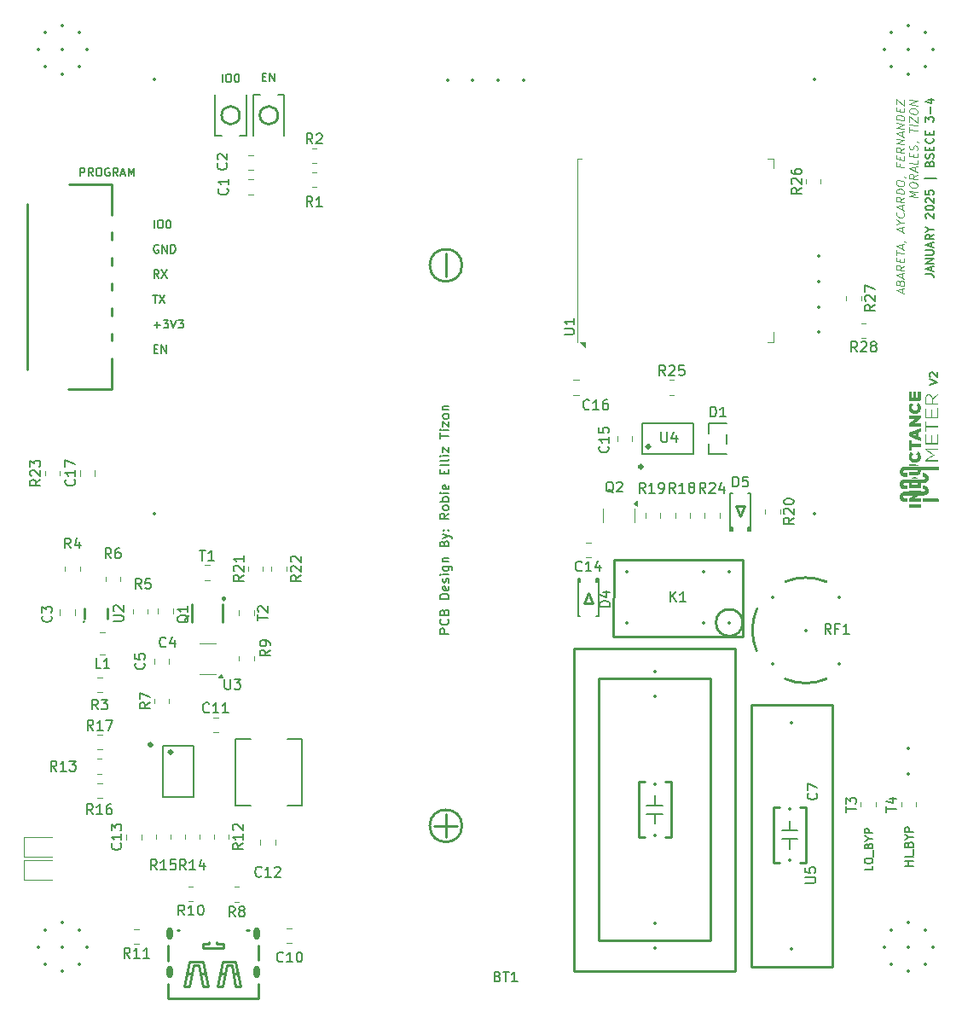
<source format=gto>
%TF.GenerationSoftware,KiCad,Pcbnew,8.0.7*%
%TF.CreationDate,2025-01-06T20:38:13+08:00*%
%TF.ProjectId,Inductance Meter V2-0,496e6475-6374-4616-9e63-65204d657465,rev?*%
%TF.SameCoordinates,Original*%
%TF.FileFunction,Legend,Top*%
%TF.FilePolarity,Positive*%
%FSLAX46Y46*%
G04 Gerber Fmt 4.6, Leading zero omitted, Abs format (unit mm)*
G04 Created by KiCad (PCBNEW 8.0.7) date 2025-01-06 20:38:14*
%MOMM*%
%LPD*%
G01*
G04 APERTURE LIST*
%ADD10C,0.152400*%
%ADD11C,0.101600*%
%ADD12C,0.150000*%
%ADD13C,0.120000*%
%ADD14C,0.250000*%
%ADD15C,0.200000*%
%ADD16C,0.300000*%
%ADD17C,0.000000*%
%ADD18C,0.350000*%
%ADD19O,0.700024X1.199998*%
G04 APERTURE END LIST*
D10*
X193129803Y-82372327D02*
X193942603Y-82101394D01*
X193942603Y-82101394D02*
X193129803Y-81830460D01*
X193207213Y-81598231D02*
X193168508Y-81559527D01*
X193168508Y-81559527D02*
X193129803Y-81482117D01*
X193129803Y-81482117D02*
X193129803Y-81288593D01*
X193129803Y-81288593D02*
X193168508Y-81211184D01*
X193168508Y-81211184D02*
X193207213Y-81172479D01*
X193207213Y-81172479D02*
X193284622Y-81133774D01*
X193284622Y-81133774D02*
X193362032Y-81133774D01*
X193362032Y-81133774D02*
X193478146Y-81172479D01*
X193478146Y-81172479D02*
X193942603Y-81636936D01*
X193942603Y-81636936D02*
X193942603Y-81133774D01*
X145430365Y-107082403D02*
X144517565Y-107082403D01*
X144517565Y-107082403D02*
X144517565Y-106734670D01*
X144517565Y-106734670D02*
X144561032Y-106647737D01*
X144561032Y-106647737D02*
X144604499Y-106604270D01*
X144604499Y-106604270D02*
X144691432Y-106560803D01*
X144691432Y-106560803D02*
X144821832Y-106560803D01*
X144821832Y-106560803D02*
X144908765Y-106604270D01*
X144908765Y-106604270D02*
X144952232Y-106647737D01*
X144952232Y-106647737D02*
X144995699Y-106734670D01*
X144995699Y-106734670D02*
X144995699Y-107082403D01*
X145343432Y-105648003D02*
X145386899Y-105691470D01*
X145386899Y-105691470D02*
X145430365Y-105821870D01*
X145430365Y-105821870D02*
X145430365Y-105908803D01*
X145430365Y-105908803D02*
X145386899Y-106039203D01*
X145386899Y-106039203D02*
X145299965Y-106126137D01*
X145299965Y-106126137D02*
X145213032Y-106169603D01*
X145213032Y-106169603D02*
X145039165Y-106213070D01*
X145039165Y-106213070D02*
X144908765Y-106213070D01*
X144908765Y-106213070D02*
X144734899Y-106169603D01*
X144734899Y-106169603D02*
X144647965Y-106126137D01*
X144647965Y-106126137D02*
X144561032Y-106039203D01*
X144561032Y-106039203D02*
X144517565Y-105908803D01*
X144517565Y-105908803D02*
X144517565Y-105821870D01*
X144517565Y-105821870D02*
X144561032Y-105691470D01*
X144561032Y-105691470D02*
X144604499Y-105648003D01*
X144952232Y-104952537D02*
X144995699Y-104822137D01*
X144995699Y-104822137D02*
X145039165Y-104778670D01*
X145039165Y-104778670D02*
X145126099Y-104735203D01*
X145126099Y-104735203D02*
X145256499Y-104735203D01*
X145256499Y-104735203D02*
X145343432Y-104778670D01*
X145343432Y-104778670D02*
X145386899Y-104822137D01*
X145386899Y-104822137D02*
X145430365Y-104909070D01*
X145430365Y-104909070D02*
X145430365Y-105256803D01*
X145430365Y-105256803D02*
X144517565Y-105256803D01*
X144517565Y-105256803D02*
X144517565Y-104952537D01*
X144517565Y-104952537D02*
X144561032Y-104865603D01*
X144561032Y-104865603D02*
X144604499Y-104822137D01*
X144604499Y-104822137D02*
X144691432Y-104778670D01*
X144691432Y-104778670D02*
X144778365Y-104778670D01*
X144778365Y-104778670D02*
X144865299Y-104822137D01*
X144865299Y-104822137D02*
X144908765Y-104865603D01*
X144908765Y-104865603D02*
X144952232Y-104952537D01*
X144952232Y-104952537D02*
X144952232Y-105256803D01*
X145430365Y-103648536D02*
X144517565Y-103648536D01*
X144517565Y-103648536D02*
X144517565Y-103431203D01*
X144517565Y-103431203D02*
X144561032Y-103300803D01*
X144561032Y-103300803D02*
X144647965Y-103213870D01*
X144647965Y-103213870D02*
X144734899Y-103170403D01*
X144734899Y-103170403D02*
X144908765Y-103126936D01*
X144908765Y-103126936D02*
X145039165Y-103126936D01*
X145039165Y-103126936D02*
X145213032Y-103170403D01*
X145213032Y-103170403D02*
X145299965Y-103213870D01*
X145299965Y-103213870D02*
X145386899Y-103300803D01*
X145386899Y-103300803D02*
X145430365Y-103431203D01*
X145430365Y-103431203D02*
X145430365Y-103648536D01*
X145386899Y-102388003D02*
X145430365Y-102474936D01*
X145430365Y-102474936D02*
X145430365Y-102648803D01*
X145430365Y-102648803D02*
X145386899Y-102735736D01*
X145386899Y-102735736D02*
X145299965Y-102779203D01*
X145299965Y-102779203D02*
X144952232Y-102779203D01*
X144952232Y-102779203D02*
X144865299Y-102735736D01*
X144865299Y-102735736D02*
X144821832Y-102648803D01*
X144821832Y-102648803D02*
X144821832Y-102474936D01*
X144821832Y-102474936D02*
X144865299Y-102388003D01*
X144865299Y-102388003D02*
X144952232Y-102344536D01*
X144952232Y-102344536D02*
X145039165Y-102344536D01*
X145039165Y-102344536D02*
X145126099Y-102779203D01*
X145386899Y-101996803D02*
X145430365Y-101909870D01*
X145430365Y-101909870D02*
X145430365Y-101736003D01*
X145430365Y-101736003D02*
X145386899Y-101649070D01*
X145386899Y-101649070D02*
X145299965Y-101605603D01*
X145299965Y-101605603D02*
X145256499Y-101605603D01*
X145256499Y-101605603D02*
X145169565Y-101649070D01*
X145169565Y-101649070D02*
X145126099Y-101736003D01*
X145126099Y-101736003D02*
X145126099Y-101866403D01*
X145126099Y-101866403D02*
X145082632Y-101953336D01*
X145082632Y-101953336D02*
X144995699Y-101996803D01*
X144995699Y-101996803D02*
X144952232Y-101996803D01*
X144952232Y-101996803D02*
X144865299Y-101953336D01*
X144865299Y-101953336D02*
X144821832Y-101866403D01*
X144821832Y-101866403D02*
X144821832Y-101736003D01*
X144821832Y-101736003D02*
X144865299Y-101649070D01*
X145430365Y-101214403D02*
X144821832Y-101214403D01*
X144517565Y-101214403D02*
X144561032Y-101257870D01*
X144561032Y-101257870D02*
X144604499Y-101214403D01*
X144604499Y-101214403D02*
X144561032Y-101170937D01*
X144561032Y-101170937D02*
X144517565Y-101214403D01*
X144517565Y-101214403D02*
X144604499Y-101214403D01*
X144821832Y-100388536D02*
X145560765Y-100388536D01*
X145560765Y-100388536D02*
X145647699Y-100432003D01*
X145647699Y-100432003D02*
X145691165Y-100475470D01*
X145691165Y-100475470D02*
X145734632Y-100562403D01*
X145734632Y-100562403D02*
X145734632Y-100692803D01*
X145734632Y-100692803D02*
X145691165Y-100779736D01*
X145386899Y-100388536D02*
X145430365Y-100475470D01*
X145430365Y-100475470D02*
X145430365Y-100649336D01*
X145430365Y-100649336D02*
X145386899Y-100736270D01*
X145386899Y-100736270D02*
X145343432Y-100779736D01*
X145343432Y-100779736D02*
X145256499Y-100823203D01*
X145256499Y-100823203D02*
X144995699Y-100823203D01*
X144995699Y-100823203D02*
X144908765Y-100779736D01*
X144908765Y-100779736D02*
X144865299Y-100736270D01*
X144865299Y-100736270D02*
X144821832Y-100649336D01*
X144821832Y-100649336D02*
X144821832Y-100475470D01*
X144821832Y-100475470D02*
X144865299Y-100388536D01*
X144821832Y-99953869D02*
X145430365Y-99953869D01*
X144908765Y-99953869D02*
X144865299Y-99910403D01*
X144865299Y-99910403D02*
X144821832Y-99823469D01*
X144821832Y-99823469D02*
X144821832Y-99693069D01*
X144821832Y-99693069D02*
X144865299Y-99606136D01*
X144865299Y-99606136D02*
X144952232Y-99562669D01*
X144952232Y-99562669D02*
X145430365Y-99562669D01*
X144952232Y-98128269D02*
X144995699Y-97997869D01*
X144995699Y-97997869D02*
X145039165Y-97954402D01*
X145039165Y-97954402D02*
X145126099Y-97910935D01*
X145126099Y-97910935D02*
X145256499Y-97910935D01*
X145256499Y-97910935D02*
X145343432Y-97954402D01*
X145343432Y-97954402D02*
X145386899Y-97997869D01*
X145386899Y-97997869D02*
X145430365Y-98084802D01*
X145430365Y-98084802D02*
X145430365Y-98432535D01*
X145430365Y-98432535D02*
X144517565Y-98432535D01*
X144517565Y-98432535D02*
X144517565Y-98128269D01*
X144517565Y-98128269D02*
X144561032Y-98041335D01*
X144561032Y-98041335D02*
X144604499Y-97997869D01*
X144604499Y-97997869D02*
X144691432Y-97954402D01*
X144691432Y-97954402D02*
X144778365Y-97954402D01*
X144778365Y-97954402D02*
X144865299Y-97997869D01*
X144865299Y-97997869D02*
X144908765Y-98041335D01*
X144908765Y-98041335D02*
X144952232Y-98128269D01*
X144952232Y-98128269D02*
X144952232Y-98432535D01*
X144821832Y-97606669D02*
X145430365Y-97389335D01*
X144821832Y-97172002D02*
X145430365Y-97389335D01*
X145430365Y-97389335D02*
X145647699Y-97476269D01*
X145647699Y-97476269D02*
X145691165Y-97519735D01*
X145691165Y-97519735D02*
X145734632Y-97606669D01*
X145343432Y-96824268D02*
X145386899Y-96780802D01*
X145386899Y-96780802D02*
X145430365Y-96824268D01*
X145430365Y-96824268D02*
X145386899Y-96867735D01*
X145386899Y-96867735D02*
X145343432Y-96824268D01*
X145343432Y-96824268D02*
X145430365Y-96824268D01*
X144865299Y-96824268D02*
X144908765Y-96780802D01*
X144908765Y-96780802D02*
X144952232Y-96824268D01*
X144952232Y-96824268D02*
X144908765Y-96867735D01*
X144908765Y-96867735D02*
X144865299Y-96824268D01*
X144865299Y-96824268D02*
X144952232Y-96824268D01*
X145430365Y-95172534D02*
X144995699Y-95476801D01*
X145430365Y-95694134D02*
X144517565Y-95694134D01*
X144517565Y-95694134D02*
X144517565Y-95346401D01*
X144517565Y-95346401D02*
X144561032Y-95259468D01*
X144561032Y-95259468D02*
X144604499Y-95216001D01*
X144604499Y-95216001D02*
X144691432Y-95172534D01*
X144691432Y-95172534D02*
X144821832Y-95172534D01*
X144821832Y-95172534D02*
X144908765Y-95216001D01*
X144908765Y-95216001D02*
X144952232Y-95259468D01*
X144952232Y-95259468D02*
X144995699Y-95346401D01*
X144995699Y-95346401D02*
X144995699Y-95694134D01*
X145430365Y-94650934D02*
X145386899Y-94737868D01*
X145386899Y-94737868D02*
X145343432Y-94781334D01*
X145343432Y-94781334D02*
X145256499Y-94824801D01*
X145256499Y-94824801D02*
X144995699Y-94824801D01*
X144995699Y-94824801D02*
X144908765Y-94781334D01*
X144908765Y-94781334D02*
X144865299Y-94737868D01*
X144865299Y-94737868D02*
X144821832Y-94650934D01*
X144821832Y-94650934D02*
X144821832Y-94520534D01*
X144821832Y-94520534D02*
X144865299Y-94433601D01*
X144865299Y-94433601D02*
X144908765Y-94390134D01*
X144908765Y-94390134D02*
X144995699Y-94346668D01*
X144995699Y-94346668D02*
X145256499Y-94346668D01*
X145256499Y-94346668D02*
X145343432Y-94390134D01*
X145343432Y-94390134D02*
X145386899Y-94433601D01*
X145386899Y-94433601D02*
X145430365Y-94520534D01*
X145430365Y-94520534D02*
X145430365Y-94650934D01*
X145430365Y-93955467D02*
X144517565Y-93955467D01*
X144865299Y-93955467D02*
X144821832Y-93868534D01*
X144821832Y-93868534D02*
X144821832Y-93694667D01*
X144821832Y-93694667D02*
X144865299Y-93607734D01*
X144865299Y-93607734D02*
X144908765Y-93564267D01*
X144908765Y-93564267D02*
X144995699Y-93520801D01*
X144995699Y-93520801D02*
X145256499Y-93520801D01*
X145256499Y-93520801D02*
X145343432Y-93564267D01*
X145343432Y-93564267D02*
X145386899Y-93607734D01*
X145386899Y-93607734D02*
X145430365Y-93694667D01*
X145430365Y-93694667D02*
X145430365Y-93868534D01*
X145430365Y-93868534D02*
X145386899Y-93955467D01*
X145430365Y-93129600D02*
X144821832Y-93129600D01*
X144517565Y-93129600D02*
X144561032Y-93173067D01*
X144561032Y-93173067D02*
X144604499Y-93129600D01*
X144604499Y-93129600D02*
X144561032Y-93086134D01*
X144561032Y-93086134D02*
X144517565Y-93129600D01*
X144517565Y-93129600D02*
X144604499Y-93129600D01*
X145386899Y-92347200D02*
X145430365Y-92434133D01*
X145430365Y-92434133D02*
X145430365Y-92608000D01*
X145430365Y-92608000D02*
X145386899Y-92694933D01*
X145386899Y-92694933D02*
X145299965Y-92738400D01*
X145299965Y-92738400D02*
X144952232Y-92738400D01*
X144952232Y-92738400D02*
X144865299Y-92694933D01*
X144865299Y-92694933D02*
X144821832Y-92608000D01*
X144821832Y-92608000D02*
X144821832Y-92434133D01*
X144821832Y-92434133D02*
X144865299Y-92347200D01*
X144865299Y-92347200D02*
X144952232Y-92303733D01*
X144952232Y-92303733D02*
X145039165Y-92303733D01*
X145039165Y-92303733D02*
X145126099Y-92738400D01*
X144952232Y-91217066D02*
X144952232Y-90912800D01*
X145430365Y-90782400D02*
X145430365Y-91217066D01*
X145430365Y-91217066D02*
X144517565Y-91217066D01*
X144517565Y-91217066D02*
X144517565Y-90782400D01*
X145430365Y-90260799D02*
X145386899Y-90347733D01*
X145386899Y-90347733D02*
X145299965Y-90391199D01*
X145299965Y-90391199D02*
X144517565Y-90391199D01*
X145430365Y-89782666D02*
X145386899Y-89869600D01*
X145386899Y-89869600D02*
X145299965Y-89913066D01*
X145299965Y-89913066D02*
X144517565Y-89913066D01*
X145430365Y-89434933D02*
X144821832Y-89434933D01*
X144517565Y-89434933D02*
X144561032Y-89478400D01*
X144561032Y-89478400D02*
X144604499Y-89434933D01*
X144604499Y-89434933D02*
X144561032Y-89391467D01*
X144561032Y-89391467D02*
X144517565Y-89434933D01*
X144517565Y-89434933D02*
X144604499Y-89434933D01*
X144821832Y-89087200D02*
X144821832Y-88609066D01*
X144821832Y-88609066D02*
X145430365Y-89087200D01*
X145430365Y-89087200D02*
X145430365Y-88609066D01*
X144517565Y-87696266D02*
X144517565Y-87174666D01*
X145430365Y-87435466D02*
X144517565Y-87435466D01*
X145430365Y-86870399D02*
X144821832Y-86870399D01*
X144517565Y-86870399D02*
X144561032Y-86913866D01*
X144561032Y-86913866D02*
X144604499Y-86870399D01*
X144604499Y-86870399D02*
X144561032Y-86826933D01*
X144561032Y-86826933D02*
X144517565Y-86870399D01*
X144517565Y-86870399D02*
X144604499Y-86870399D01*
X144821832Y-86522666D02*
X144821832Y-86044532D01*
X144821832Y-86044532D02*
X145430365Y-86522666D01*
X145430365Y-86522666D02*
X145430365Y-86044532D01*
X145430365Y-85566399D02*
X145386899Y-85653333D01*
X145386899Y-85653333D02*
X145343432Y-85696799D01*
X145343432Y-85696799D02*
X145256499Y-85740266D01*
X145256499Y-85740266D02*
X144995699Y-85740266D01*
X144995699Y-85740266D02*
X144908765Y-85696799D01*
X144908765Y-85696799D02*
X144865299Y-85653333D01*
X144865299Y-85653333D02*
X144821832Y-85566399D01*
X144821832Y-85566399D02*
X144821832Y-85435999D01*
X144821832Y-85435999D02*
X144865299Y-85349066D01*
X144865299Y-85349066D02*
X144908765Y-85305599D01*
X144908765Y-85305599D02*
X144995699Y-85262133D01*
X144995699Y-85262133D02*
X145256499Y-85262133D01*
X145256499Y-85262133D02*
X145343432Y-85305599D01*
X145343432Y-85305599D02*
X145386899Y-85349066D01*
X145386899Y-85349066D02*
X145430365Y-85435999D01*
X145430365Y-85435999D02*
X145430365Y-85566399D01*
X144821832Y-84870932D02*
X145430365Y-84870932D01*
X144908765Y-84870932D02*
X144865299Y-84827466D01*
X144865299Y-84827466D02*
X144821832Y-84740532D01*
X144821832Y-84740532D02*
X144821832Y-84610132D01*
X144821832Y-84610132D02*
X144865299Y-84523199D01*
X144865299Y-84523199D02*
X144952232Y-84479732D01*
X144952232Y-84479732D02*
X145430365Y-84479732D01*
X116143786Y-66842603D02*
X116143786Y-66029803D01*
X116685653Y-66029803D02*
X116840472Y-66029803D01*
X116840472Y-66029803D02*
X116917882Y-66068508D01*
X116917882Y-66068508D02*
X116995291Y-66145918D01*
X116995291Y-66145918D02*
X117033996Y-66300737D01*
X117033996Y-66300737D02*
X117033996Y-66571670D01*
X117033996Y-66571670D02*
X116995291Y-66726489D01*
X116995291Y-66726489D02*
X116917882Y-66803899D01*
X116917882Y-66803899D02*
X116840472Y-66842603D01*
X116840472Y-66842603D02*
X116685653Y-66842603D01*
X116685653Y-66842603D02*
X116608244Y-66803899D01*
X116608244Y-66803899D02*
X116530834Y-66726489D01*
X116530834Y-66726489D02*
X116492130Y-66571670D01*
X116492130Y-66571670D02*
X116492130Y-66300737D01*
X116492130Y-66300737D02*
X116530834Y-66145918D01*
X116530834Y-66145918D02*
X116608244Y-66068508D01*
X116608244Y-66068508D02*
X116685653Y-66029803D01*
X117537158Y-66029803D02*
X117614568Y-66029803D01*
X117614568Y-66029803D02*
X117691977Y-66068508D01*
X117691977Y-66068508D02*
X117730682Y-66107213D01*
X117730682Y-66107213D02*
X117769387Y-66184622D01*
X117769387Y-66184622D02*
X117808092Y-66339441D01*
X117808092Y-66339441D02*
X117808092Y-66532965D01*
X117808092Y-66532965D02*
X117769387Y-66687784D01*
X117769387Y-66687784D02*
X117730682Y-66765194D01*
X117730682Y-66765194D02*
X117691977Y-66803899D01*
X117691977Y-66803899D02*
X117614568Y-66842603D01*
X117614568Y-66842603D02*
X117537158Y-66842603D01*
X117537158Y-66842603D02*
X117459749Y-66803899D01*
X117459749Y-66803899D02*
X117421044Y-66765194D01*
X117421044Y-66765194D02*
X117382339Y-66687784D01*
X117382339Y-66687784D02*
X117343635Y-66532965D01*
X117343635Y-66532965D02*
X117343635Y-66339441D01*
X117343635Y-66339441D02*
X117382339Y-66184622D01*
X117382339Y-66184622D02*
X117421044Y-66107213D01*
X117421044Y-66107213D02*
X117459749Y-66068508D01*
X117459749Y-66068508D02*
X117537158Y-66029803D01*
X122933786Y-52352603D02*
X122933786Y-51539803D01*
X123475653Y-51539803D02*
X123630472Y-51539803D01*
X123630472Y-51539803D02*
X123707882Y-51578508D01*
X123707882Y-51578508D02*
X123785291Y-51655918D01*
X123785291Y-51655918D02*
X123823996Y-51810737D01*
X123823996Y-51810737D02*
X123823996Y-52081670D01*
X123823996Y-52081670D02*
X123785291Y-52236489D01*
X123785291Y-52236489D02*
X123707882Y-52313899D01*
X123707882Y-52313899D02*
X123630472Y-52352603D01*
X123630472Y-52352603D02*
X123475653Y-52352603D01*
X123475653Y-52352603D02*
X123398244Y-52313899D01*
X123398244Y-52313899D02*
X123320834Y-52236489D01*
X123320834Y-52236489D02*
X123282130Y-52081670D01*
X123282130Y-52081670D02*
X123282130Y-51810737D01*
X123282130Y-51810737D02*
X123320834Y-51655918D01*
X123320834Y-51655918D02*
X123398244Y-51578508D01*
X123398244Y-51578508D02*
X123475653Y-51539803D01*
X124327158Y-51539803D02*
X124404568Y-51539803D01*
X124404568Y-51539803D02*
X124481977Y-51578508D01*
X124481977Y-51578508D02*
X124520682Y-51617213D01*
X124520682Y-51617213D02*
X124559387Y-51694622D01*
X124559387Y-51694622D02*
X124598092Y-51849441D01*
X124598092Y-51849441D02*
X124598092Y-52042965D01*
X124598092Y-52042965D02*
X124559387Y-52197784D01*
X124559387Y-52197784D02*
X124520682Y-52275194D01*
X124520682Y-52275194D02*
X124481977Y-52313899D01*
X124481977Y-52313899D02*
X124404568Y-52352603D01*
X124404568Y-52352603D02*
X124327158Y-52352603D01*
X124327158Y-52352603D02*
X124249749Y-52313899D01*
X124249749Y-52313899D02*
X124211044Y-52275194D01*
X124211044Y-52275194D02*
X124172339Y-52197784D01*
X124172339Y-52197784D02*
X124133635Y-52042965D01*
X124133635Y-52042965D02*
X124133635Y-51849441D01*
X124133635Y-51849441D02*
X124172339Y-51694622D01*
X124172339Y-51694622D02*
X124211044Y-51617213D01*
X124211044Y-51617213D02*
X124249749Y-51578508D01*
X124249749Y-51578508D02*
X124327158Y-51539803D01*
X116027672Y-73469803D02*
X116492129Y-73469803D01*
X116259901Y-74282603D02*
X116259901Y-73469803D01*
X116685653Y-73469803D02*
X117227519Y-74282603D01*
X117227519Y-73469803D02*
X116685653Y-74282603D01*
X116569539Y-68548508D02*
X116492129Y-68509803D01*
X116492129Y-68509803D02*
X116376015Y-68509803D01*
X116376015Y-68509803D02*
X116259901Y-68548508D01*
X116259901Y-68548508D02*
X116182491Y-68625918D01*
X116182491Y-68625918D02*
X116143786Y-68703327D01*
X116143786Y-68703327D02*
X116105082Y-68858146D01*
X116105082Y-68858146D02*
X116105082Y-68974260D01*
X116105082Y-68974260D02*
X116143786Y-69129079D01*
X116143786Y-69129079D02*
X116182491Y-69206489D01*
X116182491Y-69206489D02*
X116259901Y-69283899D01*
X116259901Y-69283899D02*
X116376015Y-69322603D01*
X116376015Y-69322603D02*
X116453424Y-69322603D01*
X116453424Y-69322603D02*
X116569539Y-69283899D01*
X116569539Y-69283899D02*
X116608243Y-69245194D01*
X116608243Y-69245194D02*
X116608243Y-68974260D01*
X116608243Y-68974260D02*
X116453424Y-68974260D01*
X116956586Y-69322603D02*
X116956586Y-68509803D01*
X116956586Y-68509803D02*
X117421043Y-69322603D01*
X117421043Y-69322603D02*
X117421043Y-68509803D01*
X117808091Y-69322603D02*
X117808091Y-68509803D01*
X117808091Y-68509803D02*
X118001615Y-68509803D01*
X118001615Y-68509803D02*
X118117729Y-68548508D01*
X118117729Y-68548508D02*
X118195139Y-68625918D01*
X118195139Y-68625918D02*
X118233844Y-68703327D01*
X118233844Y-68703327D02*
X118272548Y-68858146D01*
X118272548Y-68858146D02*
X118272548Y-68974260D01*
X118272548Y-68974260D02*
X118233844Y-69129079D01*
X118233844Y-69129079D02*
X118195139Y-69206489D01*
X118195139Y-69206489D02*
X118117729Y-69283899D01*
X118117729Y-69283899D02*
X118001615Y-69322603D01*
X118001615Y-69322603D02*
X117808091Y-69322603D01*
X116143786Y-78816851D02*
X116414720Y-78816851D01*
X116530834Y-79242603D02*
X116143786Y-79242603D01*
X116143786Y-79242603D02*
X116143786Y-78429803D01*
X116143786Y-78429803D02*
X116530834Y-78429803D01*
X116879176Y-79242603D02*
X116879176Y-78429803D01*
X116879176Y-78429803D02*
X117343633Y-79242603D01*
X117343633Y-79242603D02*
X117343633Y-78429803D01*
X187492603Y-130119165D02*
X187492603Y-130506213D01*
X187492603Y-130506213D02*
X186679803Y-130506213D01*
X186679803Y-129693413D02*
X186679803Y-129538594D01*
X186679803Y-129538594D02*
X186718508Y-129461184D01*
X186718508Y-129461184D02*
X186795918Y-129383775D01*
X186795918Y-129383775D02*
X186950737Y-129345070D01*
X186950737Y-129345070D02*
X187221670Y-129345070D01*
X187221670Y-129345070D02*
X187376489Y-129383775D01*
X187376489Y-129383775D02*
X187453899Y-129461184D01*
X187453899Y-129461184D02*
X187492603Y-129538594D01*
X187492603Y-129538594D02*
X187492603Y-129693413D01*
X187492603Y-129693413D02*
X187453899Y-129770822D01*
X187453899Y-129770822D02*
X187376489Y-129848232D01*
X187376489Y-129848232D02*
X187221670Y-129886936D01*
X187221670Y-129886936D02*
X186950737Y-129886936D01*
X186950737Y-129886936D02*
X186795918Y-129848232D01*
X186795918Y-129848232D02*
X186718508Y-129770822D01*
X186718508Y-129770822D02*
X186679803Y-129693413D01*
X187570013Y-129190251D02*
X187570013Y-128570974D01*
X187066851Y-128106517D02*
X187105556Y-127990403D01*
X187105556Y-127990403D02*
X187144260Y-127951698D01*
X187144260Y-127951698D02*
X187221670Y-127912994D01*
X187221670Y-127912994D02*
X187337784Y-127912994D01*
X187337784Y-127912994D02*
X187415194Y-127951698D01*
X187415194Y-127951698D02*
X187453899Y-127990403D01*
X187453899Y-127990403D02*
X187492603Y-128067813D01*
X187492603Y-128067813D02*
X187492603Y-128377451D01*
X187492603Y-128377451D02*
X186679803Y-128377451D01*
X186679803Y-128377451D02*
X186679803Y-128106517D01*
X186679803Y-128106517D02*
X186718508Y-128029108D01*
X186718508Y-128029108D02*
X186757213Y-127990403D01*
X186757213Y-127990403D02*
X186834622Y-127951698D01*
X186834622Y-127951698D02*
X186912032Y-127951698D01*
X186912032Y-127951698D02*
X186989441Y-127990403D01*
X186989441Y-127990403D02*
X187028146Y-128029108D01*
X187028146Y-128029108D02*
X187066851Y-128106517D01*
X187066851Y-128106517D02*
X187066851Y-128377451D01*
X187105556Y-127409832D02*
X187492603Y-127409832D01*
X186679803Y-127680765D02*
X187105556Y-127409832D01*
X187105556Y-127409832D02*
X186679803Y-127138898D01*
X187492603Y-126867965D02*
X186679803Y-126867965D01*
X186679803Y-126867965D02*
X186679803Y-126558327D01*
X186679803Y-126558327D02*
X186718508Y-126480917D01*
X186718508Y-126480917D02*
X186757213Y-126442212D01*
X186757213Y-126442212D02*
X186834622Y-126403508D01*
X186834622Y-126403508D02*
X186950737Y-126403508D01*
X186950737Y-126403508D02*
X187028146Y-126442212D01*
X187028146Y-126442212D02*
X187066851Y-126480917D01*
X187066851Y-126480917D02*
X187105556Y-126558327D01*
X187105556Y-126558327D02*
X187105556Y-126867965D01*
X116608243Y-71802603D02*
X116337310Y-71415556D01*
X116143786Y-71802603D02*
X116143786Y-70989803D01*
X116143786Y-70989803D02*
X116453424Y-70989803D01*
X116453424Y-70989803D02*
X116530834Y-71028508D01*
X116530834Y-71028508D02*
X116569539Y-71067213D01*
X116569539Y-71067213D02*
X116608243Y-71144622D01*
X116608243Y-71144622D02*
X116608243Y-71260737D01*
X116608243Y-71260737D02*
X116569539Y-71338146D01*
X116569539Y-71338146D02*
X116530834Y-71376851D01*
X116530834Y-71376851D02*
X116453424Y-71415556D01*
X116453424Y-71415556D02*
X116143786Y-71415556D01*
X116879177Y-70989803D02*
X117421043Y-71802603D01*
X117421043Y-70989803D02*
X116879177Y-71802603D01*
X192729803Y-71423984D02*
X193310375Y-71423984D01*
X193310375Y-71423984D02*
X193426489Y-71462689D01*
X193426489Y-71462689D02*
X193503899Y-71540098D01*
X193503899Y-71540098D02*
X193542603Y-71656213D01*
X193542603Y-71656213D02*
X193542603Y-71733622D01*
X193310375Y-71075641D02*
X193310375Y-70688594D01*
X193542603Y-71153051D02*
X192729803Y-70882118D01*
X192729803Y-70882118D02*
X193542603Y-70611184D01*
X193542603Y-70340251D02*
X192729803Y-70340251D01*
X192729803Y-70340251D02*
X193542603Y-69875794D01*
X193542603Y-69875794D02*
X192729803Y-69875794D01*
X192729803Y-69488746D02*
X193387784Y-69488746D01*
X193387784Y-69488746D02*
X193465194Y-69450041D01*
X193465194Y-69450041D02*
X193503899Y-69411336D01*
X193503899Y-69411336D02*
X193542603Y-69333927D01*
X193542603Y-69333927D02*
X193542603Y-69179108D01*
X193542603Y-69179108D02*
X193503899Y-69101698D01*
X193503899Y-69101698D02*
X193465194Y-69062993D01*
X193465194Y-69062993D02*
X193387784Y-69024289D01*
X193387784Y-69024289D02*
X192729803Y-69024289D01*
X193310375Y-68675945D02*
X193310375Y-68288898D01*
X193542603Y-68753355D02*
X192729803Y-68482422D01*
X192729803Y-68482422D02*
X193542603Y-68211488D01*
X193542603Y-67476098D02*
X193155556Y-67747031D01*
X193542603Y-67940555D02*
X192729803Y-67940555D01*
X192729803Y-67940555D02*
X192729803Y-67630917D01*
X192729803Y-67630917D02*
X192768508Y-67553507D01*
X192768508Y-67553507D02*
X192807213Y-67514802D01*
X192807213Y-67514802D02*
X192884622Y-67476098D01*
X192884622Y-67476098D02*
X193000737Y-67476098D01*
X193000737Y-67476098D02*
X193078146Y-67514802D01*
X193078146Y-67514802D02*
X193116851Y-67553507D01*
X193116851Y-67553507D02*
X193155556Y-67630917D01*
X193155556Y-67630917D02*
X193155556Y-67940555D01*
X193155556Y-66972936D02*
X193542603Y-66972936D01*
X192729803Y-67243869D02*
X193155556Y-66972936D01*
X193155556Y-66972936D02*
X192729803Y-66702002D01*
X192807213Y-65850497D02*
X192768508Y-65811793D01*
X192768508Y-65811793D02*
X192729803Y-65734383D01*
X192729803Y-65734383D02*
X192729803Y-65540859D01*
X192729803Y-65540859D02*
X192768508Y-65463450D01*
X192768508Y-65463450D02*
X192807213Y-65424745D01*
X192807213Y-65424745D02*
X192884622Y-65386040D01*
X192884622Y-65386040D02*
X192962032Y-65386040D01*
X192962032Y-65386040D02*
X193078146Y-65424745D01*
X193078146Y-65424745D02*
X193542603Y-65889202D01*
X193542603Y-65889202D02*
X193542603Y-65386040D01*
X192729803Y-64882879D02*
X192729803Y-64805469D01*
X192729803Y-64805469D02*
X192768508Y-64728060D01*
X192768508Y-64728060D02*
X192807213Y-64689355D01*
X192807213Y-64689355D02*
X192884622Y-64650650D01*
X192884622Y-64650650D02*
X193039441Y-64611945D01*
X193039441Y-64611945D02*
X193232965Y-64611945D01*
X193232965Y-64611945D02*
X193387784Y-64650650D01*
X193387784Y-64650650D02*
X193465194Y-64689355D01*
X193465194Y-64689355D02*
X193503899Y-64728060D01*
X193503899Y-64728060D02*
X193542603Y-64805469D01*
X193542603Y-64805469D02*
X193542603Y-64882879D01*
X193542603Y-64882879D02*
X193503899Y-64960288D01*
X193503899Y-64960288D02*
X193465194Y-64998993D01*
X193465194Y-64998993D02*
X193387784Y-65037698D01*
X193387784Y-65037698D02*
X193232965Y-65076402D01*
X193232965Y-65076402D02*
X193039441Y-65076402D01*
X193039441Y-65076402D02*
X192884622Y-65037698D01*
X192884622Y-65037698D02*
X192807213Y-64998993D01*
X192807213Y-64998993D02*
X192768508Y-64960288D01*
X192768508Y-64960288D02*
X192729803Y-64882879D01*
X192807213Y-64302307D02*
X192768508Y-64263603D01*
X192768508Y-64263603D02*
X192729803Y-64186193D01*
X192729803Y-64186193D02*
X192729803Y-63992669D01*
X192729803Y-63992669D02*
X192768508Y-63915260D01*
X192768508Y-63915260D02*
X192807213Y-63876555D01*
X192807213Y-63876555D02*
X192884622Y-63837850D01*
X192884622Y-63837850D02*
X192962032Y-63837850D01*
X192962032Y-63837850D02*
X193078146Y-63876555D01*
X193078146Y-63876555D02*
X193542603Y-64341012D01*
X193542603Y-64341012D02*
X193542603Y-63837850D01*
X192729803Y-63102460D02*
X192729803Y-63489508D01*
X192729803Y-63489508D02*
X193116851Y-63528212D01*
X193116851Y-63528212D02*
X193078146Y-63489508D01*
X193078146Y-63489508D02*
X193039441Y-63412098D01*
X193039441Y-63412098D02*
X193039441Y-63218574D01*
X193039441Y-63218574D02*
X193078146Y-63141165D01*
X193078146Y-63141165D02*
X193116851Y-63102460D01*
X193116851Y-63102460D02*
X193194260Y-63063755D01*
X193194260Y-63063755D02*
X193387784Y-63063755D01*
X193387784Y-63063755D02*
X193465194Y-63102460D01*
X193465194Y-63102460D02*
X193503899Y-63141165D01*
X193503899Y-63141165D02*
X193542603Y-63218574D01*
X193542603Y-63218574D02*
X193542603Y-63412098D01*
X193542603Y-63412098D02*
X193503899Y-63489508D01*
X193503899Y-63489508D02*
X193465194Y-63528212D01*
X193813537Y-61902613D02*
X192652394Y-61902613D01*
X193116851Y-60431832D02*
X193155556Y-60315718D01*
X193155556Y-60315718D02*
X193194260Y-60277013D01*
X193194260Y-60277013D02*
X193271670Y-60238309D01*
X193271670Y-60238309D02*
X193387784Y-60238309D01*
X193387784Y-60238309D02*
X193465194Y-60277013D01*
X193465194Y-60277013D02*
X193503899Y-60315718D01*
X193503899Y-60315718D02*
X193542603Y-60393128D01*
X193542603Y-60393128D02*
X193542603Y-60702766D01*
X193542603Y-60702766D02*
X192729803Y-60702766D01*
X192729803Y-60702766D02*
X192729803Y-60431832D01*
X192729803Y-60431832D02*
X192768508Y-60354423D01*
X192768508Y-60354423D02*
X192807213Y-60315718D01*
X192807213Y-60315718D02*
X192884622Y-60277013D01*
X192884622Y-60277013D02*
X192962032Y-60277013D01*
X192962032Y-60277013D02*
X193039441Y-60315718D01*
X193039441Y-60315718D02*
X193078146Y-60354423D01*
X193078146Y-60354423D02*
X193116851Y-60431832D01*
X193116851Y-60431832D02*
X193116851Y-60702766D01*
X193503899Y-59928670D02*
X193542603Y-59812556D01*
X193542603Y-59812556D02*
X193542603Y-59619032D01*
X193542603Y-59619032D02*
X193503899Y-59541623D01*
X193503899Y-59541623D02*
X193465194Y-59502918D01*
X193465194Y-59502918D02*
X193387784Y-59464213D01*
X193387784Y-59464213D02*
X193310375Y-59464213D01*
X193310375Y-59464213D02*
X193232965Y-59502918D01*
X193232965Y-59502918D02*
X193194260Y-59541623D01*
X193194260Y-59541623D02*
X193155556Y-59619032D01*
X193155556Y-59619032D02*
X193116851Y-59773851D01*
X193116851Y-59773851D02*
X193078146Y-59851261D01*
X193078146Y-59851261D02*
X193039441Y-59889966D01*
X193039441Y-59889966D02*
X192962032Y-59928670D01*
X192962032Y-59928670D02*
X192884622Y-59928670D01*
X192884622Y-59928670D02*
X192807213Y-59889966D01*
X192807213Y-59889966D02*
X192768508Y-59851261D01*
X192768508Y-59851261D02*
X192729803Y-59773851D01*
X192729803Y-59773851D02*
X192729803Y-59580328D01*
X192729803Y-59580328D02*
X192768508Y-59464213D01*
X193116851Y-59115871D02*
X193116851Y-58844937D01*
X193542603Y-58728823D02*
X193542603Y-59115871D01*
X193542603Y-59115871D02*
X192729803Y-59115871D01*
X192729803Y-59115871D02*
X192729803Y-58728823D01*
X193465194Y-57916024D02*
X193503899Y-57954728D01*
X193503899Y-57954728D02*
X193542603Y-58070843D01*
X193542603Y-58070843D02*
X193542603Y-58148252D01*
X193542603Y-58148252D02*
X193503899Y-58264366D01*
X193503899Y-58264366D02*
X193426489Y-58341776D01*
X193426489Y-58341776D02*
X193349079Y-58380481D01*
X193349079Y-58380481D02*
X193194260Y-58419185D01*
X193194260Y-58419185D02*
X193078146Y-58419185D01*
X193078146Y-58419185D02*
X192923327Y-58380481D01*
X192923327Y-58380481D02*
X192845918Y-58341776D01*
X192845918Y-58341776D02*
X192768508Y-58264366D01*
X192768508Y-58264366D02*
X192729803Y-58148252D01*
X192729803Y-58148252D02*
X192729803Y-58070843D01*
X192729803Y-58070843D02*
X192768508Y-57954728D01*
X192768508Y-57954728D02*
X192807213Y-57916024D01*
X193116851Y-57567681D02*
X193116851Y-57296747D01*
X193542603Y-57180633D02*
X193542603Y-57567681D01*
X193542603Y-57567681D02*
X192729803Y-57567681D01*
X192729803Y-57567681D02*
X192729803Y-57180633D01*
X192729803Y-56290424D02*
X192729803Y-55787262D01*
X192729803Y-55787262D02*
X193039441Y-56058196D01*
X193039441Y-56058196D02*
X193039441Y-55942081D01*
X193039441Y-55942081D02*
X193078146Y-55864672D01*
X193078146Y-55864672D02*
X193116851Y-55825967D01*
X193116851Y-55825967D02*
X193194260Y-55787262D01*
X193194260Y-55787262D02*
X193387784Y-55787262D01*
X193387784Y-55787262D02*
X193465194Y-55825967D01*
X193465194Y-55825967D02*
X193503899Y-55864672D01*
X193503899Y-55864672D02*
X193542603Y-55942081D01*
X193542603Y-55942081D02*
X193542603Y-56174310D01*
X193542603Y-56174310D02*
X193503899Y-56251719D01*
X193503899Y-56251719D02*
X193465194Y-56290424D01*
X193232965Y-55438920D02*
X193232965Y-54819644D01*
X193000737Y-54084253D02*
X193542603Y-54084253D01*
X192691099Y-54277777D02*
X193271670Y-54471300D01*
X193271670Y-54471300D02*
X193271670Y-53968139D01*
X108813786Y-61682603D02*
X108813786Y-60869803D01*
X108813786Y-60869803D02*
X109123424Y-60869803D01*
X109123424Y-60869803D02*
X109200834Y-60908508D01*
X109200834Y-60908508D02*
X109239539Y-60947213D01*
X109239539Y-60947213D02*
X109278243Y-61024622D01*
X109278243Y-61024622D02*
X109278243Y-61140737D01*
X109278243Y-61140737D02*
X109239539Y-61218146D01*
X109239539Y-61218146D02*
X109200834Y-61256851D01*
X109200834Y-61256851D02*
X109123424Y-61295556D01*
X109123424Y-61295556D02*
X108813786Y-61295556D01*
X110091043Y-61682603D02*
X109820110Y-61295556D01*
X109626586Y-61682603D02*
X109626586Y-60869803D01*
X109626586Y-60869803D02*
X109936224Y-60869803D01*
X109936224Y-60869803D02*
X110013634Y-60908508D01*
X110013634Y-60908508D02*
X110052339Y-60947213D01*
X110052339Y-60947213D02*
X110091043Y-61024622D01*
X110091043Y-61024622D02*
X110091043Y-61140737D01*
X110091043Y-61140737D02*
X110052339Y-61218146D01*
X110052339Y-61218146D02*
X110013634Y-61256851D01*
X110013634Y-61256851D02*
X109936224Y-61295556D01*
X109936224Y-61295556D02*
X109626586Y-61295556D01*
X110594205Y-60869803D02*
X110749024Y-60869803D01*
X110749024Y-60869803D02*
X110826434Y-60908508D01*
X110826434Y-60908508D02*
X110903843Y-60985918D01*
X110903843Y-60985918D02*
X110942548Y-61140737D01*
X110942548Y-61140737D02*
X110942548Y-61411670D01*
X110942548Y-61411670D02*
X110903843Y-61566489D01*
X110903843Y-61566489D02*
X110826434Y-61643899D01*
X110826434Y-61643899D02*
X110749024Y-61682603D01*
X110749024Y-61682603D02*
X110594205Y-61682603D01*
X110594205Y-61682603D02*
X110516796Y-61643899D01*
X110516796Y-61643899D02*
X110439386Y-61566489D01*
X110439386Y-61566489D02*
X110400682Y-61411670D01*
X110400682Y-61411670D02*
X110400682Y-61140737D01*
X110400682Y-61140737D02*
X110439386Y-60985918D01*
X110439386Y-60985918D02*
X110516796Y-60908508D01*
X110516796Y-60908508D02*
X110594205Y-60869803D01*
X111716644Y-60908508D02*
X111639234Y-60869803D01*
X111639234Y-60869803D02*
X111523120Y-60869803D01*
X111523120Y-60869803D02*
X111407006Y-60908508D01*
X111407006Y-60908508D02*
X111329596Y-60985918D01*
X111329596Y-60985918D02*
X111290891Y-61063327D01*
X111290891Y-61063327D02*
X111252187Y-61218146D01*
X111252187Y-61218146D02*
X111252187Y-61334260D01*
X111252187Y-61334260D02*
X111290891Y-61489079D01*
X111290891Y-61489079D02*
X111329596Y-61566489D01*
X111329596Y-61566489D02*
X111407006Y-61643899D01*
X111407006Y-61643899D02*
X111523120Y-61682603D01*
X111523120Y-61682603D02*
X111600529Y-61682603D01*
X111600529Y-61682603D02*
X111716644Y-61643899D01*
X111716644Y-61643899D02*
X111755348Y-61605194D01*
X111755348Y-61605194D02*
X111755348Y-61334260D01*
X111755348Y-61334260D02*
X111600529Y-61334260D01*
X112568148Y-61682603D02*
X112297215Y-61295556D01*
X112103691Y-61682603D02*
X112103691Y-60869803D01*
X112103691Y-60869803D02*
X112413329Y-60869803D01*
X112413329Y-60869803D02*
X112490739Y-60908508D01*
X112490739Y-60908508D02*
X112529444Y-60947213D01*
X112529444Y-60947213D02*
X112568148Y-61024622D01*
X112568148Y-61024622D02*
X112568148Y-61140737D01*
X112568148Y-61140737D02*
X112529444Y-61218146D01*
X112529444Y-61218146D02*
X112490739Y-61256851D01*
X112490739Y-61256851D02*
X112413329Y-61295556D01*
X112413329Y-61295556D02*
X112103691Y-61295556D01*
X112877787Y-61450375D02*
X113264834Y-61450375D01*
X112800377Y-61682603D02*
X113071310Y-60869803D01*
X113071310Y-60869803D02*
X113342244Y-61682603D01*
X113613177Y-61682603D02*
X113613177Y-60869803D01*
X113613177Y-60869803D02*
X113884111Y-61450375D01*
X113884111Y-61450375D02*
X114155044Y-60869803D01*
X114155044Y-60869803D02*
X114155044Y-61682603D01*
D11*
X190404454Y-73267624D02*
X190404454Y-72880576D01*
X190636682Y-73374062D02*
X189823882Y-73001529D01*
X189823882Y-73001529D02*
X190636682Y-72832195D01*
X190210930Y-72237109D02*
X190249635Y-72125833D01*
X190249635Y-72125833D02*
X190288339Y-72091967D01*
X190288339Y-72091967D02*
X190365749Y-72062938D01*
X190365749Y-72062938D02*
X190481863Y-72077452D01*
X190481863Y-72077452D02*
X190559273Y-72125833D01*
X190559273Y-72125833D02*
X190597978Y-72169376D01*
X190597978Y-72169376D02*
X190636682Y-72251624D01*
X190636682Y-72251624D02*
X190636682Y-72561262D01*
X190636682Y-72561262D02*
X189823882Y-72459662D01*
X189823882Y-72459662D02*
X189823882Y-72188728D01*
X189823882Y-72188728D02*
X189862587Y-72116157D01*
X189862587Y-72116157D02*
X189901292Y-72082290D01*
X189901292Y-72082290D02*
X189978701Y-72053262D01*
X189978701Y-72053262D02*
X190056111Y-72062938D01*
X190056111Y-72062938D02*
X190133520Y-72111319D01*
X190133520Y-72111319D02*
X190172225Y-72154862D01*
X190172225Y-72154862D02*
X190210930Y-72237109D01*
X190210930Y-72237109D02*
X190210930Y-72508043D01*
X190404454Y-71758138D02*
X190404454Y-71371090D01*
X190636682Y-71864576D02*
X189823882Y-71492043D01*
X189823882Y-71492043D02*
X190636682Y-71322709D01*
X190636682Y-70587319D02*
X190249635Y-70809871D01*
X190636682Y-71051776D02*
X189823882Y-70950176D01*
X189823882Y-70950176D02*
X189823882Y-70640538D01*
X189823882Y-70640538D02*
X189862587Y-70567966D01*
X189862587Y-70567966D02*
X189901292Y-70534100D01*
X189901292Y-70534100D02*
X189978701Y-70505071D01*
X189978701Y-70505071D02*
X190094816Y-70519585D01*
X190094816Y-70519585D02*
X190172225Y-70567966D01*
X190172225Y-70567966D02*
X190210930Y-70611509D01*
X190210930Y-70611509D02*
X190249635Y-70693757D01*
X190249635Y-70693757D02*
X190249635Y-71003395D01*
X190210930Y-70185757D02*
X190210930Y-69914823D01*
X190636682Y-69851928D02*
X190636682Y-70238976D01*
X190636682Y-70238976D02*
X189823882Y-70137376D01*
X189823882Y-70137376D02*
X189823882Y-69750328D01*
X189823882Y-69518100D02*
X189823882Y-69053643D01*
X190636682Y-69387472D02*
X189823882Y-69285872D01*
X190404454Y-68893986D02*
X190404454Y-68506938D01*
X190636682Y-69000424D02*
X189823882Y-68627891D01*
X189823882Y-68627891D02*
X190636682Y-68458557D01*
X190597978Y-68144081D02*
X190636682Y-68148919D01*
X190636682Y-68148919D02*
X190714092Y-68197300D01*
X190714092Y-68197300D02*
X190752797Y-68240843D01*
X190404454Y-67190976D02*
X190404454Y-66803928D01*
X190636682Y-67297414D02*
X189823882Y-66924881D01*
X189823882Y-66924881D02*
X190636682Y-66755547D01*
X190249635Y-66281414D02*
X190636682Y-66329795D01*
X189823882Y-66499128D02*
X190249635Y-66281414D01*
X190249635Y-66281414D02*
X189823882Y-65957261D01*
X190559273Y-65313794D02*
X190597978Y-65357337D01*
X190597978Y-65357337D02*
X190636682Y-65478290D01*
X190636682Y-65478290D02*
X190636682Y-65555699D01*
X190636682Y-65555699D02*
X190597978Y-65666975D01*
X190597978Y-65666975D02*
X190520568Y-65734709D01*
X190520568Y-65734709D02*
X190443158Y-65763737D01*
X190443158Y-65763737D02*
X190288339Y-65783090D01*
X190288339Y-65783090D02*
X190172225Y-65768575D01*
X190172225Y-65768575D02*
X190017406Y-65710518D01*
X190017406Y-65710518D02*
X189939997Y-65662137D01*
X189939997Y-65662137D02*
X189862587Y-65575052D01*
X189862587Y-65575052D02*
X189823882Y-65454099D01*
X189823882Y-65454099D02*
X189823882Y-65376690D01*
X189823882Y-65376690D02*
X189862587Y-65265414D01*
X189862587Y-65265414D02*
X189901292Y-65231547D01*
X190404454Y-64984804D02*
X190404454Y-64597756D01*
X190636682Y-65091242D02*
X189823882Y-64718709D01*
X189823882Y-64718709D02*
X190636682Y-64549375D01*
X190636682Y-63813985D02*
X190249635Y-64036537D01*
X190636682Y-64278442D02*
X189823882Y-64176842D01*
X189823882Y-64176842D02*
X189823882Y-63867204D01*
X189823882Y-63867204D02*
X189862587Y-63794632D01*
X189862587Y-63794632D02*
X189901292Y-63760766D01*
X189901292Y-63760766D02*
X189978701Y-63731737D01*
X189978701Y-63731737D02*
X190094816Y-63746251D01*
X190094816Y-63746251D02*
X190172225Y-63794632D01*
X190172225Y-63794632D02*
X190210930Y-63838175D01*
X190210930Y-63838175D02*
X190249635Y-63920423D01*
X190249635Y-63920423D02*
X190249635Y-64230061D01*
X190636682Y-63465642D02*
X189823882Y-63364042D01*
X189823882Y-63364042D02*
X189823882Y-63170518D01*
X189823882Y-63170518D02*
X189862587Y-63059242D01*
X189862587Y-63059242D02*
X189939997Y-62991508D01*
X189939997Y-62991508D02*
X190017406Y-62962480D01*
X190017406Y-62962480D02*
X190172225Y-62943128D01*
X190172225Y-62943128D02*
X190288339Y-62957642D01*
X190288339Y-62957642D02*
X190443158Y-63015699D01*
X190443158Y-63015699D02*
X190520568Y-63064080D01*
X190520568Y-63064080D02*
X190597978Y-63151166D01*
X190597978Y-63151166D02*
X190636682Y-63272118D01*
X190636682Y-63272118D02*
X190636682Y-63465642D01*
X189823882Y-62396423D02*
X189823882Y-62241604D01*
X189823882Y-62241604D02*
X189862587Y-62169032D01*
X189862587Y-62169032D02*
X189939997Y-62101299D01*
X189939997Y-62101299D02*
X190094816Y-62081947D01*
X190094816Y-62081947D02*
X190365749Y-62115813D01*
X190365749Y-62115813D02*
X190520568Y-62173870D01*
X190520568Y-62173870D02*
X190597978Y-62260956D01*
X190597978Y-62260956D02*
X190636682Y-62343204D01*
X190636682Y-62343204D02*
X190636682Y-62498023D01*
X190636682Y-62498023D02*
X190597978Y-62570594D01*
X190597978Y-62570594D02*
X190520568Y-62638328D01*
X190520568Y-62638328D02*
X190365749Y-62657680D01*
X190365749Y-62657680D02*
X190094816Y-62623813D01*
X190094816Y-62623813D02*
X189939997Y-62565756D01*
X189939997Y-62565756D02*
X189862587Y-62478670D01*
X189862587Y-62478670D02*
X189823882Y-62396423D01*
X190597978Y-61757794D02*
X190636682Y-61762632D01*
X190636682Y-61762632D02*
X190714092Y-61811013D01*
X190714092Y-61811013D02*
X190752797Y-61854556D01*
X190210930Y-60470860D02*
X190210930Y-60741794D01*
X190636682Y-60795013D02*
X189823882Y-60693413D01*
X189823882Y-60693413D02*
X189823882Y-60306365D01*
X190210930Y-60045108D02*
X190210930Y-59774174D01*
X190636682Y-59711279D02*
X190636682Y-60098327D01*
X190636682Y-60098327D02*
X189823882Y-59996727D01*
X189823882Y-59996727D02*
X189823882Y-59609679D01*
X190636682Y-58898480D02*
X190249635Y-59121032D01*
X190636682Y-59362937D02*
X189823882Y-59261337D01*
X189823882Y-59261337D02*
X189823882Y-58951699D01*
X189823882Y-58951699D02*
X189862587Y-58879127D01*
X189862587Y-58879127D02*
X189901292Y-58845261D01*
X189901292Y-58845261D02*
X189978701Y-58816232D01*
X189978701Y-58816232D02*
X190094816Y-58830746D01*
X190094816Y-58830746D02*
X190172225Y-58879127D01*
X190172225Y-58879127D02*
X190210930Y-58922670D01*
X190210930Y-58922670D02*
X190249635Y-59004918D01*
X190249635Y-59004918D02*
X190249635Y-59314556D01*
X190636682Y-58550137D02*
X189823882Y-58448537D01*
X189823882Y-58448537D02*
X190636682Y-58085680D01*
X190636682Y-58085680D02*
X189823882Y-57984080D01*
X190404454Y-57708308D02*
X190404454Y-57321260D01*
X190636682Y-57814746D02*
X189823882Y-57442213D01*
X189823882Y-57442213D02*
X190636682Y-57272879D01*
X190636682Y-57001946D02*
X189823882Y-56900346D01*
X189823882Y-56900346D02*
X190636682Y-56537489D01*
X190636682Y-56537489D02*
X189823882Y-56435889D01*
X190636682Y-56150441D02*
X189823882Y-56048841D01*
X189823882Y-56048841D02*
X189823882Y-55855317D01*
X189823882Y-55855317D02*
X189862587Y-55744041D01*
X189862587Y-55744041D02*
X189939997Y-55676307D01*
X189939997Y-55676307D02*
X190017406Y-55647279D01*
X190017406Y-55647279D02*
X190172225Y-55627927D01*
X190172225Y-55627927D02*
X190288339Y-55642441D01*
X190288339Y-55642441D02*
X190443158Y-55700498D01*
X190443158Y-55700498D02*
X190520568Y-55748879D01*
X190520568Y-55748879D02*
X190597978Y-55835965D01*
X190597978Y-55835965D02*
X190636682Y-55956917D01*
X190636682Y-55956917D02*
X190636682Y-56150441D01*
X190210930Y-55284422D02*
X190210930Y-55013488D01*
X190636682Y-54950593D02*
X190636682Y-55337641D01*
X190636682Y-55337641D02*
X189823882Y-55236041D01*
X189823882Y-55236041D02*
X189823882Y-54848993D01*
X189823882Y-54578060D02*
X189823882Y-54036194D01*
X189823882Y-54036194D02*
X190636682Y-54679660D01*
X190636682Y-54679660D02*
X190636682Y-54137794D01*
X191945244Y-63775280D02*
X191132444Y-63673680D01*
X191132444Y-63673680D02*
X191713016Y-63475318D01*
X191713016Y-63475318D02*
X191132444Y-63131813D01*
X191132444Y-63131813D02*
X191945244Y-63233413D01*
X191132444Y-62589947D02*
X191132444Y-62435128D01*
X191132444Y-62435128D02*
X191171149Y-62362556D01*
X191171149Y-62362556D02*
X191248559Y-62294823D01*
X191248559Y-62294823D02*
X191403378Y-62275471D01*
X191403378Y-62275471D02*
X191674311Y-62309337D01*
X191674311Y-62309337D02*
X191829130Y-62367394D01*
X191829130Y-62367394D02*
X191906540Y-62454480D01*
X191906540Y-62454480D02*
X191945244Y-62536728D01*
X191945244Y-62536728D02*
X191945244Y-62691547D01*
X191945244Y-62691547D02*
X191906540Y-62764118D01*
X191906540Y-62764118D02*
X191829130Y-62831852D01*
X191829130Y-62831852D02*
X191674311Y-62851204D01*
X191674311Y-62851204D02*
X191403378Y-62817337D01*
X191403378Y-62817337D02*
X191248559Y-62759280D01*
X191248559Y-62759280D02*
X191171149Y-62672194D01*
X191171149Y-62672194D02*
X191132444Y-62589947D01*
X191945244Y-61530404D02*
X191558197Y-61752956D01*
X191945244Y-61994861D02*
X191132444Y-61893261D01*
X191132444Y-61893261D02*
X191132444Y-61583623D01*
X191132444Y-61583623D02*
X191171149Y-61511051D01*
X191171149Y-61511051D02*
X191209854Y-61477185D01*
X191209854Y-61477185D02*
X191287263Y-61448156D01*
X191287263Y-61448156D02*
X191403378Y-61462670D01*
X191403378Y-61462670D02*
X191480787Y-61511051D01*
X191480787Y-61511051D02*
X191519492Y-61554594D01*
X191519492Y-61554594D02*
X191558197Y-61636842D01*
X191558197Y-61636842D02*
X191558197Y-61946480D01*
X191713016Y-61191737D02*
X191713016Y-60804689D01*
X191945244Y-61298175D02*
X191132444Y-60925642D01*
X191132444Y-60925642D02*
X191945244Y-60756308D01*
X191945244Y-60098327D02*
X191945244Y-60485375D01*
X191945244Y-60485375D02*
X191132444Y-60383775D01*
X191519492Y-59774175D02*
X191519492Y-59503241D01*
X191945244Y-59440346D02*
X191945244Y-59827394D01*
X191945244Y-59827394D02*
X191132444Y-59725794D01*
X191132444Y-59725794D02*
X191132444Y-59338746D01*
X191906540Y-59125870D02*
X191945244Y-59014594D01*
X191945244Y-59014594D02*
X191945244Y-58821070D01*
X191945244Y-58821070D02*
X191906540Y-58738823D01*
X191906540Y-58738823D02*
X191867835Y-58695280D01*
X191867835Y-58695280D02*
X191790425Y-58646899D01*
X191790425Y-58646899D02*
X191713016Y-58637223D01*
X191713016Y-58637223D02*
X191635606Y-58666251D01*
X191635606Y-58666251D02*
X191596901Y-58700118D01*
X191596901Y-58700118D02*
X191558197Y-58772690D01*
X191558197Y-58772690D02*
X191519492Y-58922670D01*
X191519492Y-58922670D02*
X191480787Y-58995242D01*
X191480787Y-58995242D02*
X191442082Y-59029109D01*
X191442082Y-59029109D02*
X191364673Y-59058137D01*
X191364673Y-59058137D02*
X191287263Y-59048461D01*
X191287263Y-59048461D02*
X191209854Y-59000080D01*
X191209854Y-59000080D02*
X191171149Y-58956537D01*
X191171149Y-58956537D02*
X191132444Y-58874290D01*
X191132444Y-58874290D02*
X191132444Y-58680766D01*
X191132444Y-58680766D02*
X191171149Y-58569490D01*
X191906540Y-58274366D02*
X191945244Y-58279204D01*
X191945244Y-58279204D02*
X192022654Y-58327585D01*
X192022654Y-58327585D02*
X192061359Y-58371128D01*
X191132444Y-57326099D02*
X191132444Y-56861642D01*
X191945244Y-57195471D02*
X191132444Y-57093871D01*
X191945244Y-56692309D02*
X191132444Y-56590709D01*
X191132444Y-56281070D02*
X191132444Y-55739204D01*
X191132444Y-55739204D02*
X191945244Y-56382670D01*
X191945244Y-56382670D02*
X191945244Y-55840804D01*
X191132444Y-55274747D02*
X191132444Y-55119928D01*
X191132444Y-55119928D02*
X191171149Y-55047356D01*
X191171149Y-55047356D02*
X191248559Y-54979623D01*
X191248559Y-54979623D02*
X191403378Y-54960271D01*
X191403378Y-54960271D02*
X191674311Y-54994137D01*
X191674311Y-54994137D02*
X191829130Y-55052194D01*
X191829130Y-55052194D02*
X191906540Y-55139280D01*
X191906540Y-55139280D02*
X191945244Y-55221528D01*
X191945244Y-55221528D02*
X191945244Y-55376347D01*
X191945244Y-55376347D02*
X191906540Y-55448918D01*
X191906540Y-55448918D02*
X191829130Y-55516652D01*
X191829130Y-55516652D02*
X191674311Y-55536004D01*
X191674311Y-55536004D02*
X191403378Y-55502137D01*
X191403378Y-55502137D02*
X191248559Y-55444080D01*
X191248559Y-55444080D02*
X191171149Y-55356994D01*
X191171149Y-55356994D02*
X191132444Y-55274747D01*
X191945244Y-54679661D02*
X191132444Y-54578061D01*
X191132444Y-54578061D02*
X191945244Y-54215204D01*
X191945244Y-54215204D02*
X191132444Y-54113604D01*
D10*
X116143786Y-76452965D02*
X116763063Y-76452965D01*
X116453424Y-76762603D02*
X116453424Y-76143327D01*
X117072701Y-75949803D02*
X117575863Y-75949803D01*
X117575863Y-75949803D02*
X117304929Y-76259441D01*
X117304929Y-76259441D02*
X117421044Y-76259441D01*
X117421044Y-76259441D02*
X117498453Y-76298146D01*
X117498453Y-76298146D02*
X117537158Y-76336851D01*
X117537158Y-76336851D02*
X117575863Y-76414260D01*
X117575863Y-76414260D02*
X117575863Y-76607784D01*
X117575863Y-76607784D02*
X117537158Y-76685194D01*
X117537158Y-76685194D02*
X117498453Y-76723899D01*
X117498453Y-76723899D02*
X117421044Y-76762603D01*
X117421044Y-76762603D02*
X117188815Y-76762603D01*
X117188815Y-76762603D02*
X117111406Y-76723899D01*
X117111406Y-76723899D02*
X117072701Y-76685194D01*
X117808091Y-75949803D02*
X118079024Y-76762603D01*
X118079024Y-76762603D02*
X118349958Y-75949803D01*
X118543482Y-75949803D02*
X119046644Y-75949803D01*
X119046644Y-75949803D02*
X118775710Y-76259441D01*
X118775710Y-76259441D02*
X118891825Y-76259441D01*
X118891825Y-76259441D02*
X118969234Y-76298146D01*
X118969234Y-76298146D02*
X119007939Y-76336851D01*
X119007939Y-76336851D02*
X119046644Y-76414260D01*
X119046644Y-76414260D02*
X119046644Y-76607784D01*
X119046644Y-76607784D02*
X119007939Y-76685194D01*
X119007939Y-76685194D02*
X118969234Y-76723899D01*
X118969234Y-76723899D02*
X118891825Y-76762603D01*
X118891825Y-76762603D02*
X118659596Y-76762603D01*
X118659596Y-76762603D02*
X118582187Y-76723899D01*
X118582187Y-76723899D02*
X118543482Y-76685194D01*
X126913786Y-51866851D02*
X127184720Y-51866851D01*
X127300834Y-52292603D02*
X126913786Y-52292603D01*
X126913786Y-52292603D02*
X126913786Y-51479803D01*
X126913786Y-51479803D02*
X127300834Y-51479803D01*
X127649176Y-52292603D02*
X127649176Y-51479803D01*
X127649176Y-51479803D02*
X128113633Y-52292603D01*
X128113633Y-52292603D02*
X128113633Y-51479803D01*
X191492603Y-130106213D02*
X190679803Y-130106213D01*
X191066851Y-130106213D02*
X191066851Y-129641756D01*
X191492603Y-129641756D02*
X190679803Y-129641756D01*
X191492603Y-129254708D02*
X190679803Y-129254708D01*
X191570013Y-129061184D02*
X191570013Y-128441907D01*
X191066851Y-127977450D02*
X191105556Y-127861336D01*
X191105556Y-127861336D02*
X191144260Y-127822631D01*
X191144260Y-127822631D02*
X191221670Y-127783927D01*
X191221670Y-127783927D02*
X191337784Y-127783927D01*
X191337784Y-127783927D02*
X191415194Y-127822631D01*
X191415194Y-127822631D02*
X191453899Y-127861336D01*
X191453899Y-127861336D02*
X191492603Y-127938746D01*
X191492603Y-127938746D02*
X191492603Y-128248384D01*
X191492603Y-128248384D02*
X190679803Y-128248384D01*
X190679803Y-128248384D02*
X190679803Y-127977450D01*
X190679803Y-127977450D02*
X190718508Y-127900041D01*
X190718508Y-127900041D02*
X190757213Y-127861336D01*
X190757213Y-127861336D02*
X190834622Y-127822631D01*
X190834622Y-127822631D02*
X190912032Y-127822631D01*
X190912032Y-127822631D02*
X190989441Y-127861336D01*
X190989441Y-127861336D02*
X191028146Y-127900041D01*
X191028146Y-127900041D02*
X191066851Y-127977450D01*
X191066851Y-127977450D02*
X191066851Y-128248384D01*
X191105556Y-127280765D02*
X191492603Y-127280765D01*
X190679803Y-127551698D02*
X191105556Y-127280765D01*
X191105556Y-127280765D02*
X190679803Y-127009831D01*
X191492603Y-126738898D02*
X190679803Y-126738898D01*
X190679803Y-126738898D02*
X190679803Y-126429260D01*
X190679803Y-126429260D02*
X190718508Y-126351850D01*
X190718508Y-126351850D02*
X190757213Y-126313145D01*
X190757213Y-126313145D02*
X190834622Y-126274441D01*
X190834622Y-126274441D02*
X190950737Y-126274441D01*
X190950737Y-126274441D02*
X191028146Y-126313145D01*
X191028146Y-126313145D02*
X191066851Y-126351850D01*
X191066851Y-126351850D02*
X191105556Y-126429260D01*
X191105556Y-126429260D02*
X191105556Y-126738898D01*
D12*
X119297142Y-130504819D02*
X118963809Y-130028628D01*
X118725714Y-130504819D02*
X118725714Y-129504819D01*
X118725714Y-129504819D02*
X119106666Y-129504819D01*
X119106666Y-129504819D02*
X119201904Y-129552438D01*
X119201904Y-129552438D02*
X119249523Y-129600057D01*
X119249523Y-129600057D02*
X119297142Y-129695295D01*
X119297142Y-129695295D02*
X119297142Y-129838152D01*
X119297142Y-129838152D02*
X119249523Y-129933390D01*
X119249523Y-129933390D02*
X119201904Y-129981009D01*
X119201904Y-129981009D02*
X119106666Y-130028628D01*
X119106666Y-130028628D02*
X118725714Y-130028628D01*
X120249523Y-130504819D02*
X119678095Y-130504819D01*
X119963809Y-130504819D02*
X119963809Y-129504819D01*
X119963809Y-129504819D02*
X119868571Y-129647676D01*
X119868571Y-129647676D02*
X119773333Y-129742914D01*
X119773333Y-129742914D02*
X119678095Y-129790533D01*
X121106666Y-129838152D02*
X121106666Y-130504819D01*
X120868571Y-129457200D02*
X120630476Y-130171485D01*
X120630476Y-130171485D02*
X121249523Y-130171485D01*
X180404819Y-62842857D02*
X179928628Y-63176190D01*
X180404819Y-63414285D02*
X179404819Y-63414285D01*
X179404819Y-63414285D02*
X179404819Y-63033333D01*
X179404819Y-63033333D02*
X179452438Y-62938095D01*
X179452438Y-62938095D02*
X179500057Y-62890476D01*
X179500057Y-62890476D02*
X179595295Y-62842857D01*
X179595295Y-62842857D02*
X179738152Y-62842857D01*
X179738152Y-62842857D02*
X179833390Y-62890476D01*
X179833390Y-62890476D02*
X179881009Y-62938095D01*
X179881009Y-62938095D02*
X179928628Y-63033333D01*
X179928628Y-63033333D02*
X179928628Y-63414285D01*
X179500057Y-62461904D02*
X179452438Y-62414285D01*
X179452438Y-62414285D02*
X179404819Y-62319047D01*
X179404819Y-62319047D02*
X179404819Y-62080952D01*
X179404819Y-62080952D02*
X179452438Y-61985714D01*
X179452438Y-61985714D02*
X179500057Y-61938095D01*
X179500057Y-61938095D02*
X179595295Y-61890476D01*
X179595295Y-61890476D02*
X179690533Y-61890476D01*
X179690533Y-61890476D02*
X179833390Y-61938095D01*
X179833390Y-61938095D02*
X180404819Y-62509523D01*
X180404819Y-62509523D02*
X180404819Y-61890476D01*
X179404819Y-61033333D02*
X179404819Y-61223809D01*
X179404819Y-61223809D02*
X179452438Y-61319047D01*
X179452438Y-61319047D02*
X179500057Y-61366666D01*
X179500057Y-61366666D02*
X179642914Y-61461904D01*
X179642914Y-61461904D02*
X179833390Y-61509523D01*
X179833390Y-61509523D02*
X180214342Y-61509523D01*
X180214342Y-61509523D02*
X180309580Y-61461904D01*
X180309580Y-61461904D02*
X180357200Y-61414285D01*
X180357200Y-61414285D02*
X180404819Y-61319047D01*
X180404819Y-61319047D02*
X180404819Y-61128571D01*
X180404819Y-61128571D02*
X180357200Y-61033333D01*
X180357200Y-61033333D02*
X180309580Y-60985714D01*
X180309580Y-60985714D02*
X180214342Y-60938095D01*
X180214342Y-60938095D02*
X179976247Y-60938095D01*
X179976247Y-60938095D02*
X179881009Y-60985714D01*
X179881009Y-60985714D02*
X179833390Y-61033333D01*
X179833390Y-61033333D02*
X179785771Y-61128571D01*
X179785771Y-61128571D02*
X179785771Y-61319047D01*
X179785771Y-61319047D02*
X179833390Y-61414285D01*
X179833390Y-61414285D02*
X179881009Y-61461904D01*
X179881009Y-61461904D02*
X179976247Y-61509523D01*
X161400656Y-104386143D02*
X160400656Y-104386143D01*
X160400656Y-104386143D02*
X160400656Y-104148048D01*
X160400656Y-104148048D02*
X160448275Y-104005191D01*
X160448275Y-104005191D02*
X160543513Y-103909953D01*
X160543513Y-103909953D02*
X160638751Y-103862334D01*
X160638751Y-103862334D02*
X160829227Y-103814715D01*
X160829227Y-103814715D02*
X160972084Y-103814715D01*
X160972084Y-103814715D02*
X161162560Y-103862334D01*
X161162560Y-103862334D02*
X161257798Y-103909953D01*
X161257798Y-103909953D02*
X161353037Y-104005191D01*
X161353037Y-104005191D02*
X161400656Y-104148048D01*
X161400656Y-104148048D02*
X161400656Y-104386143D01*
X160733989Y-102957572D02*
X161400656Y-102957572D01*
X160353037Y-103195667D02*
X161067322Y-103433762D01*
X161067322Y-103433762D02*
X161067322Y-102814715D01*
X179654819Y-95592857D02*
X179178628Y-95926190D01*
X179654819Y-96164285D02*
X178654819Y-96164285D01*
X178654819Y-96164285D02*
X178654819Y-95783333D01*
X178654819Y-95783333D02*
X178702438Y-95688095D01*
X178702438Y-95688095D02*
X178750057Y-95640476D01*
X178750057Y-95640476D02*
X178845295Y-95592857D01*
X178845295Y-95592857D02*
X178988152Y-95592857D01*
X178988152Y-95592857D02*
X179083390Y-95640476D01*
X179083390Y-95640476D02*
X179131009Y-95688095D01*
X179131009Y-95688095D02*
X179178628Y-95783333D01*
X179178628Y-95783333D02*
X179178628Y-96164285D01*
X178750057Y-95211904D02*
X178702438Y-95164285D01*
X178702438Y-95164285D02*
X178654819Y-95069047D01*
X178654819Y-95069047D02*
X178654819Y-94830952D01*
X178654819Y-94830952D02*
X178702438Y-94735714D01*
X178702438Y-94735714D02*
X178750057Y-94688095D01*
X178750057Y-94688095D02*
X178845295Y-94640476D01*
X178845295Y-94640476D02*
X178940533Y-94640476D01*
X178940533Y-94640476D02*
X179083390Y-94688095D01*
X179083390Y-94688095D02*
X179654819Y-95259523D01*
X179654819Y-95259523D02*
X179654819Y-94640476D01*
X178654819Y-94021428D02*
X178654819Y-93926190D01*
X178654819Y-93926190D02*
X178702438Y-93830952D01*
X178702438Y-93830952D02*
X178750057Y-93783333D01*
X178750057Y-93783333D02*
X178845295Y-93735714D01*
X178845295Y-93735714D02*
X179035771Y-93688095D01*
X179035771Y-93688095D02*
X179273866Y-93688095D01*
X179273866Y-93688095D02*
X179464342Y-93735714D01*
X179464342Y-93735714D02*
X179559580Y-93783333D01*
X179559580Y-93783333D02*
X179607200Y-93830952D01*
X179607200Y-93830952D02*
X179654819Y-93926190D01*
X179654819Y-93926190D02*
X179654819Y-94021428D01*
X179654819Y-94021428D02*
X179607200Y-94116666D01*
X179607200Y-94116666D02*
X179559580Y-94164285D01*
X179559580Y-94164285D02*
X179464342Y-94211904D01*
X179464342Y-94211904D02*
X179273866Y-94259523D01*
X179273866Y-94259523D02*
X179035771Y-94259523D01*
X179035771Y-94259523D02*
X178845295Y-94211904D01*
X178845295Y-94211904D02*
X178750057Y-94164285D01*
X178750057Y-94164285D02*
X178702438Y-94116666D01*
X178702438Y-94116666D02*
X178654819Y-94021428D01*
X119600057Y-105245238D02*
X119552438Y-105340476D01*
X119552438Y-105340476D02*
X119457200Y-105435714D01*
X119457200Y-105435714D02*
X119314342Y-105578571D01*
X119314342Y-105578571D02*
X119266723Y-105673809D01*
X119266723Y-105673809D02*
X119266723Y-105769047D01*
X119504819Y-105721428D02*
X119457200Y-105816666D01*
X119457200Y-105816666D02*
X119361961Y-105911904D01*
X119361961Y-105911904D02*
X119171485Y-105959523D01*
X119171485Y-105959523D02*
X118838152Y-105959523D01*
X118838152Y-105959523D02*
X118647676Y-105911904D01*
X118647676Y-105911904D02*
X118552438Y-105816666D01*
X118552438Y-105816666D02*
X118504819Y-105721428D01*
X118504819Y-105721428D02*
X118504819Y-105530952D01*
X118504819Y-105530952D02*
X118552438Y-105435714D01*
X118552438Y-105435714D02*
X118647676Y-105340476D01*
X118647676Y-105340476D02*
X118838152Y-105292857D01*
X118838152Y-105292857D02*
X119171485Y-105292857D01*
X119171485Y-105292857D02*
X119361961Y-105340476D01*
X119361961Y-105340476D02*
X119457200Y-105435714D01*
X119457200Y-105435714D02*
X119504819Y-105530952D01*
X119504819Y-105530952D02*
X119504819Y-105721428D01*
X119504819Y-104340476D02*
X119504819Y-104911904D01*
X119504819Y-104626190D02*
X118504819Y-104626190D01*
X118504819Y-104626190D02*
X118647676Y-104721428D01*
X118647676Y-104721428D02*
X118742914Y-104816666D01*
X118742914Y-104816666D02*
X118790533Y-104911904D01*
X110107142Y-116654819D02*
X109773809Y-116178628D01*
X109535714Y-116654819D02*
X109535714Y-115654819D01*
X109535714Y-115654819D02*
X109916666Y-115654819D01*
X109916666Y-115654819D02*
X110011904Y-115702438D01*
X110011904Y-115702438D02*
X110059523Y-115750057D01*
X110059523Y-115750057D02*
X110107142Y-115845295D01*
X110107142Y-115845295D02*
X110107142Y-115988152D01*
X110107142Y-115988152D02*
X110059523Y-116083390D01*
X110059523Y-116083390D02*
X110011904Y-116131009D01*
X110011904Y-116131009D02*
X109916666Y-116178628D01*
X109916666Y-116178628D02*
X109535714Y-116178628D01*
X111059523Y-116654819D02*
X110488095Y-116654819D01*
X110773809Y-116654819D02*
X110773809Y-115654819D01*
X110773809Y-115654819D02*
X110678571Y-115797676D01*
X110678571Y-115797676D02*
X110583333Y-115892914D01*
X110583333Y-115892914D02*
X110488095Y-115940533D01*
X111392857Y-115654819D02*
X112059523Y-115654819D01*
X112059523Y-115654819D02*
X111630952Y-116654819D01*
X131883333Y-58454819D02*
X131550000Y-57978628D01*
X131311905Y-58454819D02*
X131311905Y-57454819D01*
X131311905Y-57454819D02*
X131692857Y-57454819D01*
X131692857Y-57454819D02*
X131788095Y-57502438D01*
X131788095Y-57502438D02*
X131835714Y-57550057D01*
X131835714Y-57550057D02*
X131883333Y-57645295D01*
X131883333Y-57645295D02*
X131883333Y-57788152D01*
X131883333Y-57788152D02*
X131835714Y-57883390D01*
X131835714Y-57883390D02*
X131788095Y-57931009D01*
X131788095Y-57931009D02*
X131692857Y-57978628D01*
X131692857Y-57978628D02*
X131311905Y-57978628D01*
X132264286Y-57550057D02*
X132311905Y-57502438D01*
X132311905Y-57502438D02*
X132407143Y-57454819D01*
X132407143Y-57454819D02*
X132645238Y-57454819D01*
X132645238Y-57454819D02*
X132740476Y-57502438D01*
X132740476Y-57502438D02*
X132788095Y-57550057D01*
X132788095Y-57550057D02*
X132835714Y-57645295D01*
X132835714Y-57645295D02*
X132835714Y-57740533D01*
X132835714Y-57740533D02*
X132788095Y-57883390D01*
X132788095Y-57883390D02*
X132216667Y-58454819D01*
X132216667Y-58454819D02*
X132835714Y-58454819D01*
X166907142Y-81454819D02*
X166573809Y-80978628D01*
X166335714Y-81454819D02*
X166335714Y-80454819D01*
X166335714Y-80454819D02*
X166716666Y-80454819D01*
X166716666Y-80454819D02*
X166811904Y-80502438D01*
X166811904Y-80502438D02*
X166859523Y-80550057D01*
X166859523Y-80550057D02*
X166907142Y-80645295D01*
X166907142Y-80645295D02*
X166907142Y-80788152D01*
X166907142Y-80788152D02*
X166859523Y-80883390D01*
X166859523Y-80883390D02*
X166811904Y-80931009D01*
X166811904Y-80931009D02*
X166716666Y-80978628D01*
X166716666Y-80978628D02*
X166335714Y-80978628D01*
X167288095Y-80550057D02*
X167335714Y-80502438D01*
X167335714Y-80502438D02*
X167430952Y-80454819D01*
X167430952Y-80454819D02*
X167669047Y-80454819D01*
X167669047Y-80454819D02*
X167764285Y-80502438D01*
X167764285Y-80502438D02*
X167811904Y-80550057D01*
X167811904Y-80550057D02*
X167859523Y-80645295D01*
X167859523Y-80645295D02*
X167859523Y-80740533D01*
X167859523Y-80740533D02*
X167811904Y-80883390D01*
X167811904Y-80883390D02*
X167240476Y-81454819D01*
X167240476Y-81454819D02*
X167859523Y-81454819D01*
X168764285Y-80454819D02*
X168288095Y-80454819D01*
X168288095Y-80454819D02*
X168240476Y-80931009D01*
X168240476Y-80931009D02*
X168288095Y-80883390D01*
X168288095Y-80883390D02*
X168383333Y-80835771D01*
X168383333Y-80835771D02*
X168621428Y-80835771D01*
X168621428Y-80835771D02*
X168716666Y-80883390D01*
X168716666Y-80883390D02*
X168764285Y-80931009D01*
X168764285Y-80931009D02*
X168811904Y-81026247D01*
X168811904Y-81026247D02*
X168811904Y-81264342D01*
X168811904Y-81264342D02*
X168764285Y-81359580D01*
X168764285Y-81359580D02*
X168716666Y-81407200D01*
X168716666Y-81407200D02*
X168621428Y-81454819D01*
X168621428Y-81454819D02*
X168383333Y-81454819D01*
X168383333Y-81454819D02*
X168288095Y-81407200D01*
X168288095Y-81407200D02*
X168240476Y-81359580D01*
X161754761Y-93100057D02*
X161659523Y-93052438D01*
X161659523Y-93052438D02*
X161564285Y-92957200D01*
X161564285Y-92957200D02*
X161421428Y-92814342D01*
X161421428Y-92814342D02*
X161326190Y-92766723D01*
X161326190Y-92766723D02*
X161230952Y-92766723D01*
X161278571Y-93004819D02*
X161183333Y-92957200D01*
X161183333Y-92957200D02*
X161088095Y-92861961D01*
X161088095Y-92861961D02*
X161040476Y-92671485D01*
X161040476Y-92671485D02*
X161040476Y-92338152D01*
X161040476Y-92338152D02*
X161088095Y-92147676D01*
X161088095Y-92147676D02*
X161183333Y-92052438D01*
X161183333Y-92052438D02*
X161278571Y-92004819D01*
X161278571Y-92004819D02*
X161469047Y-92004819D01*
X161469047Y-92004819D02*
X161564285Y-92052438D01*
X161564285Y-92052438D02*
X161659523Y-92147676D01*
X161659523Y-92147676D02*
X161707142Y-92338152D01*
X161707142Y-92338152D02*
X161707142Y-92671485D01*
X161707142Y-92671485D02*
X161659523Y-92861961D01*
X161659523Y-92861961D02*
X161564285Y-92957200D01*
X161564285Y-92957200D02*
X161469047Y-93004819D01*
X161469047Y-93004819D02*
X161278571Y-93004819D01*
X162088095Y-92100057D02*
X162135714Y-92052438D01*
X162135714Y-92052438D02*
X162230952Y-92004819D01*
X162230952Y-92004819D02*
X162469047Y-92004819D01*
X162469047Y-92004819D02*
X162564285Y-92052438D01*
X162564285Y-92052438D02*
X162611904Y-92100057D01*
X162611904Y-92100057D02*
X162659523Y-92195295D01*
X162659523Y-92195295D02*
X162659523Y-92290533D01*
X162659523Y-92290533D02*
X162611904Y-92433390D01*
X162611904Y-92433390D02*
X162040476Y-93004819D01*
X162040476Y-93004819D02*
X162659523Y-93004819D01*
X156874819Y-77391904D02*
X157684342Y-77391904D01*
X157684342Y-77391904D02*
X157779580Y-77344285D01*
X157779580Y-77344285D02*
X157827200Y-77296666D01*
X157827200Y-77296666D02*
X157874819Y-77201428D01*
X157874819Y-77201428D02*
X157874819Y-77010952D01*
X157874819Y-77010952D02*
X157827200Y-76915714D01*
X157827200Y-76915714D02*
X157779580Y-76868095D01*
X157779580Y-76868095D02*
X157684342Y-76820476D01*
X157684342Y-76820476D02*
X156874819Y-76820476D01*
X157874819Y-75820476D02*
X157874819Y-76391904D01*
X157874819Y-76106190D02*
X156874819Y-76106190D01*
X156874819Y-76106190D02*
X157017676Y-76201428D01*
X157017676Y-76201428D02*
X157112914Y-76296666D01*
X157112914Y-76296666D02*
X157160533Y-76391904D01*
X111883333Y-99604819D02*
X111550000Y-99128628D01*
X111311905Y-99604819D02*
X111311905Y-98604819D01*
X111311905Y-98604819D02*
X111692857Y-98604819D01*
X111692857Y-98604819D02*
X111788095Y-98652438D01*
X111788095Y-98652438D02*
X111835714Y-98700057D01*
X111835714Y-98700057D02*
X111883333Y-98795295D01*
X111883333Y-98795295D02*
X111883333Y-98938152D01*
X111883333Y-98938152D02*
X111835714Y-99033390D01*
X111835714Y-99033390D02*
X111788095Y-99081009D01*
X111788095Y-99081009D02*
X111692857Y-99128628D01*
X111692857Y-99128628D02*
X111311905Y-99128628D01*
X112740476Y-98604819D02*
X112550000Y-98604819D01*
X112550000Y-98604819D02*
X112454762Y-98652438D01*
X112454762Y-98652438D02*
X112407143Y-98700057D01*
X112407143Y-98700057D02*
X112311905Y-98842914D01*
X112311905Y-98842914D02*
X112264286Y-99033390D01*
X112264286Y-99033390D02*
X112264286Y-99414342D01*
X112264286Y-99414342D02*
X112311905Y-99509580D01*
X112311905Y-99509580D02*
X112359524Y-99557200D01*
X112359524Y-99557200D02*
X112454762Y-99604819D01*
X112454762Y-99604819D02*
X112645238Y-99604819D01*
X112645238Y-99604819D02*
X112740476Y-99557200D01*
X112740476Y-99557200D02*
X112788095Y-99509580D01*
X112788095Y-99509580D02*
X112835714Y-99414342D01*
X112835714Y-99414342D02*
X112835714Y-99176247D01*
X112835714Y-99176247D02*
X112788095Y-99081009D01*
X112788095Y-99081009D02*
X112740476Y-99033390D01*
X112740476Y-99033390D02*
X112645238Y-98985771D01*
X112645238Y-98985771D02*
X112454762Y-98985771D01*
X112454762Y-98985771D02*
X112359524Y-99033390D01*
X112359524Y-99033390D02*
X112311905Y-99081009D01*
X112311905Y-99081009D02*
X112264286Y-99176247D01*
X110583333Y-114604819D02*
X110250000Y-114128628D01*
X110011905Y-114604819D02*
X110011905Y-113604819D01*
X110011905Y-113604819D02*
X110392857Y-113604819D01*
X110392857Y-113604819D02*
X110488095Y-113652438D01*
X110488095Y-113652438D02*
X110535714Y-113700057D01*
X110535714Y-113700057D02*
X110583333Y-113795295D01*
X110583333Y-113795295D02*
X110583333Y-113938152D01*
X110583333Y-113938152D02*
X110535714Y-114033390D01*
X110535714Y-114033390D02*
X110488095Y-114081009D01*
X110488095Y-114081009D02*
X110392857Y-114128628D01*
X110392857Y-114128628D02*
X110011905Y-114128628D01*
X110916667Y-113604819D02*
X111535714Y-113604819D01*
X111535714Y-113604819D02*
X111202381Y-113985771D01*
X111202381Y-113985771D02*
X111345238Y-113985771D01*
X111345238Y-113985771D02*
X111440476Y-114033390D01*
X111440476Y-114033390D02*
X111488095Y-114081009D01*
X111488095Y-114081009D02*
X111535714Y-114176247D01*
X111535714Y-114176247D02*
X111535714Y-114414342D01*
X111535714Y-114414342D02*
X111488095Y-114509580D01*
X111488095Y-114509580D02*
X111440476Y-114557200D01*
X111440476Y-114557200D02*
X111345238Y-114604819D01*
X111345238Y-114604819D02*
X111059524Y-114604819D01*
X111059524Y-114604819D02*
X110964286Y-114557200D01*
X110964286Y-114557200D02*
X110916667Y-114509580D01*
X112819580Y-127892857D02*
X112867200Y-127940476D01*
X112867200Y-127940476D02*
X112914819Y-128083333D01*
X112914819Y-128083333D02*
X112914819Y-128178571D01*
X112914819Y-128178571D02*
X112867200Y-128321428D01*
X112867200Y-128321428D02*
X112771961Y-128416666D01*
X112771961Y-128416666D02*
X112676723Y-128464285D01*
X112676723Y-128464285D02*
X112486247Y-128511904D01*
X112486247Y-128511904D02*
X112343390Y-128511904D01*
X112343390Y-128511904D02*
X112152914Y-128464285D01*
X112152914Y-128464285D02*
X112057676Y-128416666D01*
X112057676Y-128416666D02*
X111962438Y-128321428D01*
X111962438Y-128321428D02*
X111914819Y-128178571D01*
X111914819Y-128178571D02*
X111914819Y-128083333D01*
X111914819Y-128083333D02*
X111962438Y-127940476D01*
X111962438Y-127940476D02*
X112010057Y-127892857D01*
X112914819Y-126940476D02*
X112914819Y-127511904D01*
X112914819Y-127226190D02*
X111914819Y-127226190D01*
X111914819Y-127226190D02*
X112057676Y-127321428D01*
X112057676Y-127321428D02*
X112152914Y-127416666D01*
X112152914Y-127416666D02*
X112200533Y-127511904D01*
X111914819Y-126607142D02*
X111914819Y-125988095D01*
X111914819Y-125988095D02*
X112295771Y-126321428D01*
X112295771Y-126321428D02*
X112295771Y-126178571D01*
X112295771Y-126178571D02*
X112343390Y-126083333D01*
X112343390Y-126083333D02*
X112391009Y-126035714D01*
X112391009Y-126035714D02*
X112486247Y-125988095D01*
X112486247Y-125988095D02*
X112724342Y-125988095D01*
X112724342Y-125988095D02*
X112819580Y-126035714D01*
X112819580Y-126035714D02*
X112867200Y-126083333D01*
X112867200Y-126083333D02*
X112914819Y-126178571D01*
X112914819Y-126178571D02*
X112914819Y-126464285D01*
X112914819Y-126464285D02*
X112867200Y-126559523D01*
X112867200Y-126559523D02*
X112819580Y-126607142D01*
X164907142Y-93104819D02*
X164573809Y-92628628D01*
X164335714Y-93104819D02*
X164335714Y-92104819D01*
X164335714Y-92104819D02*
X164716666Y-92104819D01*
X164716666Y-92104819D02*
X164811904Y-92152438D01*
X164811904Y-92152438D02*
X164859523Y-92200057D01*
X164859523Y-92200057D02*
X164907142Y-92295295D01*
X164907142Y-92295295D02*
X164907142Y-92438152D01*
X164907142Y-92438152D02*
X164859523Y-92533390D01*
X164859523Y-92533390D02*
X164811904Y-92581009D01*
X164811904Y-92581009D02*
X164716666Y-92628628D01*
X164716666Y-92628628D02*
X164335714Y-92628628D01*
X165859523Y-93104819D02*
X165288095Y-93104819D01*
X165573809Y-93104819D02*
X165573809Y-92104819D01*
X165573809Y-92104819D02*
X165478571Y-92247676D01*
X165478571Y-92247676D02*
X165383333Y-92342914D01*
X165383333Y-92342914D02*
X165288095Y-92390533D01*
X166335714Y-93104819D02*
X166526190Y-93104819D01*
X166526190Y-93104819D02*
X166621428Y-93057200D01*
X166621428Y-93057200D02*
X166669047Y-93009580D01*
X166669047Y-93009580D02*
X166764285Y-92866723D01*
X166764285Y-92866723D02*
X166811904Y-92676247D01*
X166811904Y-92676247D02*
X166811904Y-92295295D01*
X166811904Y-92295295D02*
X166764285Y-92200057D01*
X166764285Y-92200057D02*
X166716666Y-92152438D01*
X166716666Y-92152438D02*
X166621428Y-92104819D01*
X166621428Y-92104819D02*
X166430952Y-92104819D01*
X166430952Y-92104819D02*
X166335714Y-92152438D01*
X166335714Y-92152438D02*
X166288095Y-92200057D01*
X166288095Y-92200057D02*
X166240476Y-92295295D01*
X166240476Y-92295295D02*
X166240476Y-92533390D01*
X166240476Y-92533390D02*
X166288095Y-92628628D01*
X166288095Y-92628628D02*
X166335714Y-92676247D01*
X166335714Y-92676247D02*
X166430952Y-92723866D01*
X166430952Y-92723866D02*
X166621428Y-92723866D01*
X166621428Y-92723866D02*
X166716666Y-92676247D01*
X166716666Y-92676247D02*
X166764285Y-92628628D01*
X166764285Y-92628628D02*
X166811904Y-92533390D01*
X104854819Y-91792857D02*
X104378628Y-92126190D01*
X104854819Y-92364285D02*
X103854819Y-92364285D01*
X103854819Y-92364285D02*
X103854819Y-91983333D01*
X103854819Y-91983333D02*
X103902438Y-91888095D01*
X103902438Y-91888095D02*
X103950057Y-91840476D01*
X103950057Y-91840476D02*
X104045295Y-91792857D01*
X104045295Y-91792857D02*
X104188152Y-91792857D01*
X104188152Y-91792857D02*
X104283390Y-91840476D01*
X104283390Y-91840476D02*
X104331009Y-91888095D01*
X104331009Y-91888095D02*
X104378628Y-91983333D01*
X104378628Y-91983333D02*
X104378628Y-92364285D01*
X103950057Y-91411904D02*
X103902438Y-91364285D01*
X103902438Y-91364285D02*
X103854819Y-91269047D01*
X103854819Y-91269047D02*
X103854819Y-91030952D01*
X103854819Y-91030952D02*
X103902438Y-90935714D01*
X103902438Y-90935714D02*
X103950057Y-90888095D01*
X103950057Y-90888095D02*
X104045295Y-90840476D01*
X104045295Y-90840476D02*
X104140533Y-90840476D01*
X104140533Y-90840476D02*
X104283390Y-90888095D01*
X104283390Y-90888095D02*
X104854819Y-91459523D01*
X104854819Y-91459523D02*
X104854819Y-90840476D01*
X103854819Y-90507142D02*
X103854819Y-89888095D01*
X103854819Y-89888095D02*
X104235771Y-90221428D01*
X104235771Y-90221428D02*
X104235771Y-90078571D01*
X104235771Y-90078571D02*
X104283390Y-89983333D01*
X104283390Y-89983333D02*
X104331009Y-89935714D01*
X104331009Y-89935714D02*
X104426247Y-89888095D01*
X104426247Y-89888095D02*
X104664342Y-89888095D01*
X104664342Y-89888095D02*
X104759580Y-89935714D01*
X104759580Y-89935714D02*
X104807200Y-89983333D01*
X104807200Y-89983333D02*
X104854819Y-90078571D01*
X104854819Y-90078571D02*
X104854819Y-90364285D01*
X104854819Y-90364285D02*
X104807200Y-90459523D01*
X104807200Y-90459523D02*
X104759580Y-90507142D01*
X187704819Y-74442857D02*
X187228628Y-74776190D01*
X187704819Y-75014285D02*
X186704819Y-75014285D01*
X186704819Y-75014285D02*
X186704819Y-74633333D01*
X186704819Y-74633333D02*
X186752438Y-74538095D01*
X186752438Y-74538095D02*
X186800057Y-74490476D01*
X186800057Y-74490476D02*
X186895295Y-74442857D01*
X186895295Y-74442857D02*
X187038152Y-74442857D01*
X187038152Y-74442857D02*
X187133390Y-74490476D01*
X187133390Y-74490476D02*
X187181009Y-74538095D01*
X187181009Y-74538095D02*
X187228628Y-74633333D01*
X187228628Y-74633333D02*
X187228628Y-75014285D01*
X186800057Y-74061904D02*
X186752438Y-74014285D01*
X186752438Y-74014285D02*
X186704819Y-73919047D01*
X186704819Y-73919047D02*
X186704819Y-73680952D01*
X186704819Y-73680952D02*
X186752438Y-73585714D01*
X186752438Y-73585714D02*
X186800057Y-73538095D01*
X186800057Y-73538095D02*
X186895295Y-73490476D01*
X186895295Y-73490476D02*
X186990533Y-73490476D01*
X186990533Y-73490476D02*
X187133390Y-73538095D01*
X187133390Y-73538095D02*
X187704819Y-74109523D01*
X187704819Y-74109523D02*
X187704819Y-73490476D01*
X186704819Y-73157142D02*
X186704819Y-72490476D01*
X186704819Y-72490476D02*
X187704819Y-72919047D01*
X130704819Y-101292857D02*
X130228628Y-101626190D01*
X130704819Y-101864285D02*
X129704819Y-101864285D01*
X129704819Y-101864285D02*
X129704819Y-101483333D01*
X129704819Y-101483333D02*
X129752438Y-101388095D01*
X129752438Y-101388095D02*
X129800057Y-101340476D01*
X129800057Y-101340476D02*
X129895295Y-101292857D01*
X129895295Y-101292857D02*
X130038152Y-101292857D01*
X130038152Y-101292857D02*
X130133390Y-101340476D01*
X130133390Y-101340476D02*
X130181009Y-101388095D01*
X130181009Y-101388095D02*
X130228628Y-101483333D01*
X130228628Y-101483333D02*
X130228628Y-101864285D01*
X129800057Y-100911904D02*
X129752438Y-100864285D01*
X129752438Y-100864285D02*
X129704819Y-100769047D01*
X129704819Y-100769047D02*
X129704819Y-100530952D01*
X129704819Y-100530952D02*
X129752438Y-100435714D01*
X129752438Y-100435714D02*
X129800057Y-100388095D01*
X129800057Y-100388095D02*
X129895295Y-100340476D01*
X129895295Y-100340476D02*
X129990533Y-100340476D01*
X129990533Y-100340476D02*
X130133390Y-100388095D01*
X130133390Y-100388095D02*
X130704819Y-100959523D01*
X130704819Y-100959523D02*
X130704819Y-100340476D01*
X129800057Y-99959523D02*
X129752438Y-99911904D01*
X129752438Y-99911904D02*
X129704819Y-99816666D01*
X129704819Y-99816666D02*
X129704819Y-99578571D01*
X129704819Y-99578571D02*
X129752438Y-99483333D01*
X129752438Y-99483333D02*
X129800057Y-99435714D01*
X129800057Y-99435714D02*
X129895295Y-99388095D01*
X129895295Y-99388095D02*
X129990533Y-99388095D01*
X129990533Y-99388095D02*
X130133390Y-99435714D01*
X130133390Y-99435714D02*
X130704819Y-100007142D01*
X130704819Y-100007142D02*
X130704819Y-99388095D01*
X184854819Y-124781904D02*
X184854819Y-124210476D01*
X185854819Y-124496190D02*
X184854819Y-124496190D01*
X184854819Y-123972380D02*
X184854819Y-123353333D01*
X184854819Y-123353333D02*
X185235771Y-123686666D01*
X185235771Y-123686666D02*
X185235771Y-123543809D01*
X185235771Y-123543809D02*
X185283390Y-123448571D01*
X185283390Y-123448571D02*
X185331009Y-123400952D01*
X185331009Y-123400952D02*
X185426247Y-123353333D01*
X185426247Y-123353333D02*
X185664342Y-123353333D01*
X185664342Y-123353333D02*
X185759580Y-123400952D01*
X185759580Y-123400952D02*
X185807200Y-123448571D01*
X185807200Y-123448571D02*
X185854819Y-123543809D01*
X185854819Y-123543809D02*
X185854819Y-123829523D01*
X185854819Y-123829523D02*
X185807200Y-123924761D01*
X185807200Y-123924761D02*
X185759580Y-123972380D01*
X123309580Y-60416666D02*
X123357200Y-60464285D01*
X123357200Y-60464285D02*
X123404819Y-60607142D01*
X123404819Y-60607142D02*
X123404819Y-60702380D01*
X123404819Y-60702380D02*
X123357200Y-60845237D01*
X123357200Y-60845237D02*
X123261961Y-60940475D01*
X123261961Y-60940475D02*
X123166723Y-60988094D01*
X123166723Y-60988094D02*
X122976247Y-61035713D01*
X122976247Y-61035713D02*
X122833390Y-61035713D01*
X122833390Y-61035713D02*
X122642914Y-60988094D01*
X122642914Y-60988094D02*
X122547676Y-60940475D01*
X122547676Y-60940475D02*
X122452438Y-60845237D01*
X122452438Y-60845237D02*
X122404819Y-60702380D01*
X122404819Y-60702380D02*
X122404819Y-60607142D01*
X122404819Y-60607142D02*
X122452438Y-60464285D01*
X122452438Y-60464285D02*
X122500057Y-60416666D01*
X122500057Y-60035713D02*
X122452438Y-59988094D01*
X122452438Y-59988094D02*
X122404819Y-59892856D01*
X122404819Y-59892856D02*
X122404819Y-59654761D01*
X122404819Y-59654761D02*
X122452438Y-59559523D01*
X122452438Y-59559523D02*
X122500057Y-59511904D01*
X122500057Y-59511904D02*
X122595295Y-59464285D01*
X122595295Y-59464285D02*
X122690533Y-59464285D01*
X122690533Y-59464285D02*
X122833390Y-59511904D01*
X122833390Y-59511904D02*
X123404819Y-60083332D01*
X123404819Y-60083332D02*
X123404819Y-59464285D01*
X124183333Y-135154819D02*
X123850000Y-134678628D01*
X123611905Y-135154819D02*
X123611905Y-134154819D01*
X123611905Y-134154819D02*
X123992857Y-134154819D01*
X123992857Y-134154819D02*
X124088095Y-134202438D01*
X124088095Y-134202438D02*
X124135714Y-134250057D01*
X124135714Y-134250057D02*
X124183333Y-134345295D01*
X124183333Y-134345295D02*
X124183333Y-134488152D01*
X124183333Y-134488152D02*
X124135714Y-134583390D01*
X124135714Y-134583390D02*
X124088095Y-134631009D01*
X124088095Y-134631009D02*
X123992857Y-134678628D01*
X123992857Y-134678628D02*
X123611905Y-134678628D01*
X124754762Y-134583390D02*
X124659524Y-134535771D01*
X124659524Y-134535771D02*
X124611905Y-134488152D01*
X124611905Y-134488152D02*
X124564286Y-134392914D01*
X124564286Y-134392914D02*
X124564286Y-134345295D01*
X124564286Y-134345295D02*
X124611905Y-134250057D01*
X124611905Y-134250057D02*
X124659524Y-134202438D01*
X124659524Y-134202438D02*
X124754762Y-134154819D01*
X124754762Y-134154819D02*
X124945238Y-134154819D01*
X124945238Y-134154819D02*
X125040476Y-134202438D01*
X125040476Y-134202438D02*
X125088095Y-134250057D01*
X125088095Y-134250057D02*
X125135714Y-134345295D01*
X125135714Y-134345295D02*
X125135714Y-134392914D01*
X125135714Y-134392914D02*
X125088095Y-134488152D01*
X125088095Y-134488152D02*
X125040476Y-134535771D01*
X125040476Y-134535771D02*
X124945238Y-134583390D01*
X124945238Y-134583390D02*
X124754762Y-134583390D01*
X124754762Y-134583390D02*
X124659524Y-134631009D01*
X124659524Y-134631009D02*
X124611905Y-134678628D01*
X124611905Y-134678628D02*
X124564286Y-134773866D01*
X124564286Y-134773866D02*
X124564286Y-134964342D01*
X124564286Y-134964342D02*
X124611905Y-135059580D01*
X124611905Y-135059580D02*
X124659524Y-135107200D01*
X124659524Y-135107200D02*
X124754762Y-135154819D01*
X124754762Y-135154819D02*
X124945238Y-135154819D01*
X124945238Y-135154819D02*
X125040476Y-135107200D01*
X125040476Y-135107200D02*
X125088095Y-135059580D01*
X125088095Y-135059580D02*
X125135714Y-134964342D01*
X125135714Y-134964342D02*
X125135714Y-134773866D01*
X125135714Y-134773866D02*
X125088095Y-134678628D01*
X125088095Y-134678628D02*
X125040476Y-134631009D01*
X125040476Y-134631009D02*
X124945238Y-134583390D01*
X171384405Y-85564819D02*
X171384405Y-84564819D01*
X171384405Y-84564819D02*
X171622500Y-84564819D01*
X171622500Y-84564819D02*
X171765357Y-84612438D01*
X171765357Y-84612438D02*
X171860595Y-84707676D01*
X171860595Y-84707676D02*
X171908214Y-84802914D01*
X171908214Y-84802914D02*
X171955833Y-84993390D01*
X171955833Y-84993390D02*
X171955833Y-85136247D01*
X171955833Y-85136247D02*
X171908214Y-85326723D01*
X171908214Y-85326723D02*
X171860595Y-85421961D01*
X171860595Y-85421961D02*
X171765357Y-85517200D01*
X171765357Y-85517200D02*
X171622500Y-85564819D01*
X171622500Y-85564819D02*
X171384405Y-85564819D01*
X172908214Y-85564819D02*
X172336786Y-85564819D01*
X172622500Y-85564819D02*
X172622500Y-84564819D01*
X172622500Y-84564819D02*
X172527262Y-84707676D01*
X172527262Y-84707676D02*
X172432024Y-84802914D01*
X172432024Y-84802914D02*
X172336786Y-84850533D01*
X166510595Y-87084819D02*
X166510595Y-87894342D01*
X166510595Y-87894342D02*
X166558214Y-87989580D01*
X166558214Y-87989580D02*
X166605833Y-88037200D01*
X166605833Y-88037200D02*
X166701071Y-88084819D01*
X166701071Y-88084819D02*
X166891547Y-88084819D01*
X166891547Y-88084819D02*
X166986785Y-88037200D01*
X166986785Y-88037200D02*
X167034404Y-87989580D01*
X167034404Y-87989580D02*
X167082023Y-87894342D01*
X167082023Y-87894342D02*
X167082023Y-87084819D01*
X167986785Y-87418152D02*
X167986785Y-88084819D01*
X167748690Y-87037200D02*
X167510595Y-87751485D01*
X167510595Y-87751485D02*
X168129642Y-87751485D01*
X183350598Y-107102868D02*
X183017265Y-106626677D01*
X182779170Y-107102868D02*
X182779170Y-106102868D01*
X182779170Y-106102868D02*
X183160122Y-106102868D01*
X183160122Y-106102868D02*
X183255360Y-106150487D01*
X183255360Y-106150487D02*
X183302979Y-106198106D01*
X183302979Y-106198106D02*
X183350598Y-106293344D01*
X183350598Y-106293344D02*
X183350598Y-106436201D01*
X183350598Y-106436201D02*
X183302979Y-106531439D01*
X183302979Y-106531439D02*
X183255360Y-106579058D01*
X183255360Y-106579058D02*
X183160122Y-106626677D01*
X183160122Y-106626677D02*
X182779170Y-106626677D01*
X184112503Y-106579058D02*
X183779170Y-106579058D01*
X183779170Y-107102868D02*
X183779170Y-106102868D01*
X183779170Y-106102868D02*
X184255360Y-106102868D01*
X185160122Y-107102868D02*
X184588694Y-107102868D01*
X184874408Y-107102868D02*
X184874408Y-106102868D01*
X184874408Y-106102868D02*
X184779170Y-106245725D01*
X184779170Y-106245725D02*
X184683932Y-106340963D01*
X184683932Y-106340963D02*
X184588694Y-106388582D01*
X167907142Y-93104819D02*
X167573809Y-92628628D01*
X167335714Y-93104819D02*
X167335714Y-92104819D01*
X167335714Y-92104819D02*
X167716666Y-92104819D01*
X167716666Y-92104819D02*
X167811904Y-92152438D01*
X167811904Y-92152438D02*
X167859523Y-92200057D01*
X167859523Y-92200057D02*
X167907142Y-92295295D01*
X167907142Y-92295295D02*
X167907142Y-92438152D01*
X167907142Y-92438152D02*
X167859523Y-92533390D01*
X167859523Y-92533390D02*
X167811904Y-92581009D01*
X167811904Y-92581009D02*
X167716666Y-92628628D01*
X167716666Y-92628628D02*
X167335714Y-92628628D01*
X168859523Y-93104819D02*
X168288095Y-93104819D01*
X168573809Y-93104819D02*
X168573809Y-92104819D01*
X168573809Y-92104819D02*
X168478571Y-92247676D01*
X168478571Y-92247676D02*
X168383333Y-92342914D01*
X168383333Y-92342914D02*
X168288095Y-92390533D01*
X169430952Y-92533390D02*
X169335714Y-92485771D01*
X169335714Y-92485771D02*
X169288095Y-92438152D01*
X169288095Y-92438152D02*
X169240476Y-92342914D01*
X169240476Y-92342914D02*
X169240476Y-92295295D01*
X169240476Y-92295295D02*
X169288095Y-92200057D01*
X169288095Y-92200057D02*
X169335714Y-92152438D01*
X169335714Y-92152438D02*
X169430952Y-92104819D01*
X169430952Y-92104819D02*
X169621428Y-92104819D01*
X169621428Y-92104819D02*
X169716666Y-92152438D01*
X169716666Y-92152438D02*
X169764285Y-92200057D01*
X169764285Y-92200057D02*
X169811904Y-92295295D01*
X169811904Y-92295295D02*
X169811904Y-92342914D01*
X169811904Y-92342914D02*
X169764285Y-92438152D01*
X169764285Y-92438152D02*
X169716666Y-92485771D01*
X169716666Y-92485771D02*
X169621428Y-92533390D01*
X169621428Y-92533390D02*
X169430952Y-92533390D01*
X169430952Y-92533390D02*
X169335714Y-92581009D01*
X169335714Y-92581009D02*
X169288095Y-92628628D01*
X169288095Y-92628628D02*
X169240476Y-92723866D01*
X169240476Y-92723866D02*
X169240476Y-92914342D01*
X169240476Y-92914342D02*
X169288095Y-93009580D01*
X169288095Y-93009580D02*
X169335714Y-93057200D01*
X169335714Y-93057200D02*
X169430952Y-93104819D01*
X169430952Y-93104819D02*
X169621428Y-93104819D01*
X169621428Y-93104819D02*
X169716666Y-93057200D01*
X169716666Y-93057200D02*
X169764285Y-93009580D01*
X169764285Y-93009580D02*
X169811904Y-92914342D01*
X169811904Y-92914342D02*
X169811904Y-92723866D01*
X169811904Y-92723866D02*
X169764285Y-92628628D01*
X169764285Y-92628628D02*
X169716666Y-92581009D01*
X169716666Y-92581009D02*
X169621428Y-92533390D01*
X173611905Y-92504819D02*
X173611905Y-91504819D01*
X173611905Y-91504819D02*
X173850000Y-91504819D01*
X173850000Y-91504819D02*
X173992857Y-91552438D01*
X173992857Y-91552438D02*
X174088095Y-91647676D01*
X174088095Y-91647676D02*
X174135714Y-91742914D01*
X174135714Y-91742914D02*
X174183333Y-91933390D01*
X174183333Y-91933390D02*
X174183333Y-92076247D01*
X174183333Y-92076247D02*
X174135714Y-92266723D01*
X174135714Y-92266723D02*
X174088095Y-92361961D01*
X174088095Y-92361961D02*
X173992857Y-92457200D01*
X173992857Y-92457200D02*
X173850000Y-92504819D01*
X173850000Y-92504819D02*
X173611905Y-92504819D01*
X175088095Y-91504819D02*
X174611905Y-91504819D01*
X174611905Y-91504819D02*
X174564286Y-91981009D01*
X174564286Y-91981009D02*
X174611905Y-91933390D01*
X174611905Y-91933390D02*
X174707143Y-91885771D01*
X174707143Y-91885771D02*
X174945238Y-91885771D01*
X174945238Y-91885771D02*
X175040476Y-91933390D01*
X175040476Y-91933390D02*
X175088095Y-91981009D01*
X175088095Y-91981009D02*
X175135714Y-92076247D01*
X175135714Y-92076247D02*
X175135714Y-92314342D01*
X175135714Y-92314342D02*
X175088095Y-92409580D01*
X175088095Y-92409580D02*
X175040476Y-92457200D01*
X175040476Y-92457200D02*
X174945238Y-92504819D01*
X174945238Y-92504819D02*
X174707143Y-92504819D01*
X174707143Y-92504819D02*
X174611905Y-92457200D01*
X174611905Y-92457200D02*
X174564286Y-92409580D01*
X124944819Y-127892857D02*
X124468628Y-128226190D01*
X124944819Y-128464285D02*
X123944819Y-128464285D01*
X123944819Y-128464285D02*
X123944819Y-128083333D01*
X123944819Y-128083333D02*
X123992438Y-127988095D01*
X123992438Y-127988095D02*
X124040057Y-127940476D01*
X124040057Y-127940476D02*
X124135295Y-127892857D01*
X124135295Y-127892857D02*
X124278152Y-127892857D01*
X124278152Y-127892857D02*
X124373390Y-127940476D01*
X124373390Y-127940476D02*
X124421009Y-127988095D01*
X124421009Y-127988095D02*
X124468628Y-128083333D01*
X124468628Y-128083333D02*
X124468628Y-128464285D01*
X124944819Y-126940476D02*
X124944819Y-127511904D01*
X124944819Y-127226190D02*
X123944819Y-127226190D01*
X123944819Y-127226190D02*
X124087676Y-127321428D01*
X124087676Y-127321428D02*
X124182914Y-127416666D01*
X124182914Y-127416666D02*
X124230533Y-127511904D01*
X124040057Y-126559523D02*
X123992438Y-126511904D01*
X123992438Y-126511904D02*
X123944819Y-126416666D01*
X123944819Y-126416666D02*
X123944819Y-126178571D01*
X123944819Y-126178571D02*
X123992438Y-126083333D01*
X123992438Y-126083333D02*
X124040057Y-126035714D01*
X124040057Y-126035714D02*
X124135295Y-125988095D01*
X124135295Y-125988095D02*
X124230533Y-125988095D01*
X124230533Y-125988095D02*
X124373390Y-126035714D01*
X124373390Y-126035714D02*
X124944819Y-126607142D01*
X124944819Y-126607142D02*
X124944819Y-125988095D01*
X115728569Y-113919166D02*
X115252378Y-114252499D01*
X115728569Y-114490594D02*
X114728569Y-114490594D01*
X114728569Y-114490594D02*
X114728569Y-114109642D01*
X114728569Y-114109642D02*
X114776188Y-114014404D01*
X114776188Y-114014404D02*
X114823807Y-113966785D01*
X114823807Y-113966785D02*
X114919045Y-113919166D01*
X114919045Y-113919166D02*
X115061902Y-113919166D01*
X115061902Y-113919166D02*
X115157140Y-113966785D01*
X115157140Y-113966785D02*
X115204759Y-114014404D01*
X115204759Y-114014404D02*
X115252378Y-114109642D01*
X115252378Y-114109642D02*
X115252378Y-114490594D01*
X114728569Y-113585832D02*
X114728569Y-112919166D01*
X114728569Y-112919166D02*
X115728569Y-113347737D01*
X128957142Y-139559580D02*
X128909523Y-139607200D01*
X128909523Y-139607200D02*
X128766666Y-139654819D01*
X128766666Y-139654819D02*
X128671428Y-139654819D01*
X128671428Y-139654819D02*
X128528571Y-139607200D01*
X128528571Y-139607200D02*
X128433333Y-139511961D01*
X128433333Y-139511961D02*
X128385714Y-139416723D01*
X128385714Y-139416723D02*
X128338095Y-139226247D01*
X128338095Y-139226247D02*
X128338095Y-139083390D01*
X128338095Y-139083390D02*
X128385714Y-138892914D01*
X128385714Y-138892914D02*
X128433333Y-138797676D01*
X128433333Y-138797676D02*
X128528571Y-138702438D01*
X128528571Y-138702438D02*
X128671428Y-138654819D01*
X128671428Y-138654819D02*
X128766666Y-138654819D01*
X128766666Y-138654819D02*
X128909523Y-138702438D01*
X128909523Y-138702438D02*
X128957142Y-138750057D01*
X129909523Y-139654819D02*
X129338095Y-139654819D01*
X129623809Y-139654819D02*
X129623809Y-138654819D01*
X129623809Y-138654819D02*
X129528571Y-138797676D01*
X129528571Y-138797676D02*
X129433333Y-138892914D01*
X129433333Y-138892914D02*
X129338095Y-138940533D01*
X130528571Y-138654819D02*
X130623809Y-138654819D01*
X130623809Y-138654819D02*
X130719047Y-138702438D01*
X130719047Y-138702438D02*
X130766666Y-138750057D01*
X130766666Y-138750057D02*
X130814285Y-138845295D01*
X130814285Y-138845295D02*
X130861904Y-139035771D01*
X130861904Y-139035771D02*
X130861904Y-139273866D01*
X130861904Y-139273866D02*
X130814285Y-139464342D01*
X130814285Y-139464342D02*
X130766666Y-139559580D01*
X130766666Y-139559580D02*
X130719047Y-139607200D01*
X130719047Y-139607200D02*
X130623809Y-139654819D01*
X130623809Y-139654819D02*
X130528571Y-139654819D01*
X130528571Y-139654819D02*
X130433333Y-139607200D01*
X130433333Y-139607200D02*
X130385714Y-139559580D01*
X130385714Y-139559580D02*
X130338095Y-139464342D01*
X130338095Y-139464342D02*
X130290476Y-139273866D01*
X130290476Y-139273866D02*
X130290476Y-139035771D01*
X130290476Y-139035771D02*
X130338095Y-138845295D01*
X130338095Y-138845295D02*
X130385714Y-138750057D01*
X130385714Y-138750057D02*
X130433333Y-138702438D01*
X130433333Y-138702438D02*
X130528571Y-138654819D01*
X159357142Y-84759580D02*
X159309523Y-84807200D01*
X159309523Y-84807200D02*
X159166666Y-84854819D01*
X159166666Y-84854819D02*
X159071428Y-84854819D01*
X159071428Y-84854819D02*
X158928571Y-84807200D01*
X158928571Y-84807200D02*
X158833333Y-84711961D01*
X158833333Y-84711961D02*
X158785714Y-84616723D01*
X158785714Y-84616723D02*
X158738095Y-84426247D01*
X158738095Y-84426247D02*
X158738095Y-84283390D01*
X158738095Y-84283390D02*
X158785714Y-84092914D01*
X158785714Y-84092914D02*
X158833333Y-83997676D01*
X158833333Y-83997676D02*
X158928571Y-83902438D01*
X158928571Y-83902438D02*
X159071428Y-83854819D01*
X159071428Y-83854819D02*
X159166666Y-83854819D01*
X159166666Y-83854819D02*
X159309523Y-83902438D01*
X159309523Y-83902438D02*
X159357142Y-83950057D01*
X160309523Y-84854819D02*
X159738095Y-84854819D01*
X160023809Y-84854819D02*
X160023809Y-83854819D01*
X160023809Y-83854819D02*
X159928571Y-83997676D01*
X159928571Y-83997676D02*
X159833333Y-84092914D01*
X159833333Y-84092914D02*
X159738095Y-84140533D01*
X161166666Y-83854819D02*
X160976190Y-83854819D01*
X160976190Y-83854819D02*
X160880952Y-83902438D01*
X160880952Y-83902438D02*
X160833333Y-83950057D01*
X160833333Y-83950057D02*
X160738095Y-84092914D01*
X160738095Y-84092914D02*
X160690476Y-84283390D01*
X160690476Y-84283390D02*
X160690476Y-84664342D01*
X160690476Y-84664342D02*
X160738095Y-84759580D01*
X160738095Y-84759580D02*
X160785714Y-84807200D01*
X160785714Y-84807200D02*
X160880952Y-84854819D01*
X160880952Y-84854819D02*
X161071428Y-84854819D01*
X161071428Y-84854819D02*
X161166666Y-84807200D01*
X161166666Y-84807200D02*
X161214285Y-84759580D01*
X161214285Y-84759580D02*
X161261904Y-84664342D01*
X161261904Y-84664342D02*
X161261904Y-84426247D01*
X161261904Y-84426247D02*
X161214285Y-84331009D01*
X161214285Y-84331009D02*
X161166666Y-84283390D01*
X161166666Y-84283390D02*
X161071428Y-84235771D01*
X161071428Y-84235771D02*
X160880952Y-84235771D01*
X160880952Y-84235771D02*
X160785714Y-84283390D01*
X160785714Y-84283390D02*
X160738095Y-84331009D01*
X160738095Y-84331009D02*
X160690476Y-84426247D01*
X110864583Y-110527319D02*
X110388393Y-110527319D01*
X110388393Y-110527319D02*
X110388393Y-109527319D01*
X111721726Y-110527319D02*
X111150298Y-110527319D01*
X111436012Y-110527319D02*
X111436012Y-109527319D01*
X111436012Y-109527319D02*
X111340774Y-109670176D01*
X111340774Y-109670176D02*
X111245536Y-109765414D01*
X111245536Y-109765414D02*
X111150298Y-109813033D01*
X181909580Y-122916666D02*
X181957200Y-122964285D01*
X181957200Y-122964285D02*
X182004819Y-123107142D01*
X182004819Y-123107142D02*
X182004819Y-123202380D01*
X182004819Y-123202380D02*
X181957200Y-123345237D01*
X181957200Y-123345237D02*
X181861961Y-123440475D01*
X181861961Y-123440475D02*
X181766723Y-123488094D01*
X181766723Y-123488094D02*
X181576247Y-123535713D01*
X181576247Y-123535713D02*
X181433390Y-123535713D01*
X181433390Y-123535713D02*
X181242914Y-123488094D01*
X181242914Y-123488094D02*
X181147676Y-123440475D01*
X181147676Y-123440475D02*
X181052438Y-123345237D01*
X181052438Y-123345237D02*
X181004819Y-123202380D01*
X181004819Y-123202380D02*
X181004819Y-123107142D01*
X181004819Y-123107142D02*
X181052438Y-122964285D01*
X181052438Y-122964285D02*
X181100057Y-122916666D01*
X181004819Y-122583332D02*
X181004819Y-121916666D01*
X181004819Y-121916666D02*
X182004819Y-122345237D01*
X158607142Y-100789580D02*
X158559523Y-100837200D01*
X158559523Y-100837200D02*
X158416666Y-100884819D01*
X158416666Y-100884819D02*
X158321428Y-100884819D01*
X158321428Y-100884819D02*
X158178571Y-100837200D01*
X158178571Y-100837200D02*
X158083333Y-100741961D01*
X158083333Y-100741961D02*
X158035714Y-100646723D01*
X158035714Y-100646723D02*
X157988095Y-100456247D01*
X157988095Y-100456247D02*
X157988095Y-100313390D01*
X157988095Y-100313390D02*
X158035714Y-100122914D01*
X158035714Y-100122914D02*
X158083333Y-100027676D01*
X158083333Y-100027676D02*
X158178571Y-99932438D01*
X158178571Y-99932438D02*
X158321428Y-99884819D01*
X158321428Y-99884819D02*
X158416666Y-99884819D01*
X158416666Y-99884819D02*
X158559523Y-99932438D01*
X158559523Y-99932438D02*
X158607142Y-99980057D01*
X159559523Y-100884819D02*
X158988095Y-100884819D01*
X159273809Y-100884819D02*
X159273809Y-99884819D01*
X159273809Y-99884819D02*
X159178571Y-100027676D01*
X159178571Y-100027676D02*
X159083333Y-100122914D01*
X159083333Y-100122914D02*
X158988095Y-100170533D01*
X160416666Y-100218152D02*
X160416666Y-100884819D01*
X160178571Y-99837200D02*
X159940476Y-100551485D01*
X159940476Y-100551485D02*
X160559523Y-100551485D01*
X110069642Y-125004819D02*
X109736309Y-124528628D01*
X109498214Y-125004819D02*
X109498214Y-124004819D01*
X109498214Y-124004819D02*
X109879166Y-124004819D01*
X109879166Y-124004819D02*
X109974404Y-124052438D01*
X109974404Y-124052438D02*
X110022023Y-124100057D01*
X110022023Y-124100057D02*
X110069642Y-124195295D01*
X110069642Y-124195295D02*
X110069642Y-124338152D01*
X110069642Y-124338152D02*
X110022023Y-124433390D01*
X110022023Y-124433390D02*
X109974404Y-124481009D01*
X109974404Y-124481009D02*
X109879166Y-124528628D01*
X109879166Y-124528628D02*
X109498214Y-124528628D01*
X111022023Y-125004819D02*
X110450595Y-125004819D01*
X110736309Y-125004819D02*
X110736309Y-124004819D01*
X110736309Y-124004819D02*
X110641071Y-124147676D01*
X110641071Y-124147676D02*
X110545833Y-124242914D01*
X110545833Y-124242914D02*
X110450595Y-124290533D01*
X111879166Y-124004819D02*
X111688690Y-124004819D01*
X111688690Y-124004819D02*
X111593452Y-124052438D01*
X111593452Y-124052438D02*
X111545833Y-124100057D01*
X111545833Y-124100057D02*
X111450595Y-124242914D01*
X111450595Y-124242914D02*
X111402976Y-124433390D01*
X111402976Y-124433390D02*
X111402976Y-124814342D01*
X111402976Y-124814342D02*
X111450595Y-124909580D01*
X111450595Y-124909580D02*
X111498214Y-124957200D01*
X111498214Y-124957200D02*
X111593452Y-125004819D01*
X111593452Y-125004819D02*
X111783928Y-125004819D01*
X111783928Y-125004819D02*
X111879166Y-124957200D01*
X111879166Y-124957200D02*
X111926785Y-124909580D01*
X111926785Y-124909580D02*
X111974404Y-124814342D01*
X111974404Y-124814342D02*
X111974404Y-124576247D01*
X111974404Y-124576247D02*
X111926785Y-124481009D01*
X111926785Y-124481009D02*
X111879166Y-124433390D01*
X111879166Y-124433390D02*
X111783928Y-124385771D01*
X111783928Y-124385771D02*
X111593452Y-124385771D01*
X111593452Y-124385771D02*
X111498214Y-124433390D01*
X111498214Y-124433390D02*
X111450595Y-124481009D01*
X111450595Y-124481009D02*
X111402976Y-124576247D01*
X188854819Y-124771904D02*
X188854819Y-124200476D01*
X189854819Y-124486190D02*
X188854819Y-124486190D01*
X189188152Y-123438571D02*
X189854819Y-123438571D01*
X188807200Y-123676666D02*
X189521485Y-123914761D01*
X189521485Y-123914761D02*
X189521485Y-123295714D01*
X105909580Y-105316666D02*
X105957200Y-105364285D01*
X105957200Y-105364285D02*
X106004819Y-105507142D01*
X106004819Y-105507142D02*
X106004819Y-105602380D01*
X106004819Y-105602380D02*
X105957200Y-105745237D01*
X105957200Y-105745237D02*
X105861961Y-105840475D01*
X105861961Y-105840475D02*
X105766723Y-105888094D01*
X105766723Y-105888094D02*
X105576247Y-105935713D01*
X105576247Y-105935713D02*
X105433390Y-105935713D01*
X105433390Y-105935713D02*
X105242914Y-105888094D01*
X105242914Y-105888094D02*
X105147676Y-105840475D01*
X105147676Y-105840475D02*
X105052438Y-105745237D01*
X105052438Y-105745237D02*
X105004819Y-105602380D01*
X105004819Y-105602380D02*
X105004819Y-105507142D01*
X105004819Y-105507142D02*
X105052438Y-105364285D01*
X105052438Y-105364285D02*
X105100057Y-105316666D01*
X105004819Y-104983332D02*
X105004819Y-104364285D01*
X105004819Y-104364285D02*
X105385771Y-104697618D01*
X105385771Y-104697618D02*
X105385771Y-104554761D01*
X105385771Y-104554761D02*
X105433390Y-104459523D01*
X105433390Y-104459523D02*
X105481009Y-104411904D01*
X105481009Y-104411904D02*
X105576247Y-104364285D01*
X105576247Y-104364285D02*
X105814342Y-104364285D01*
X105814342Y-104364285D02*
X105909580Y-104411904D01*
X105909580Y-104411904D02*
X105957200Y-104459523D01*
X105957200Y-104459523D02*
X106004819Y-104554761D01*
X106004819Y-104554761D02*
X106004819Y-104840475D01*
X106004819Y-104840475D02*
X105957200Y-104935713D01*
X105957200Y-104935713D02*
X105909580Y-104983332D01*
X125036069Y-101265357D02*
X124559878Y-101598690D01*
X125036069Y-101836785D02*
X124036069Y-101836785D01*
X124036069Y-101836785D02*
X124036069Y-101455833D01*
X124036069Y-101455833D02*
X124083688Y-101360595D01*
X124083688Y-101360595D02*
X124131307Y-101312976D01*
X124131307Y-101312976D02*
X124226545Y-101265357D01*
X124226545Y-101265357D02*
X124369402Y-101265357D01*
X124369402Y-101265357D02*
X124464640Y-101312976D01*
X124464640Y-101312976D02*
X124512259Y-101360595D01*
X124512259Y-101360595D02*
X124559878Y-101455833D01*
X124559878Y-101455833D02*
X124559878Y-101836785D01*
X124131307Y-100884404D02*
X124083688Y-100836785D01*
X124083688Y-100836785D02*
X124036069Y-100741547D01*
X124036069Y-100741547D02*
X124036069Y-100503452D01*
X124036069Y-100503452D02*
X124083688Y-100408214D01*
X124083688Y-100408214D02*
X124131307Y-100360595D01*
X124131307Y-100360595D02*
X124226545Y-100312976D01*
X124226545Y-100312976D02*
X124321783Y-100312976D01*
X124321783Y-100312976D02*
X124464640Y-100360595D01*
X124464640Y-100360595D02*
X125036069Y-100932023D01*
X125036069Y-100932023D02*
X125036069Y-100312976D01*
X125036069Y-99360595D02*
X125036069Y-99932023D01*
X125036069Y-99646309D02*
X124036069Y-99646309D01*
X124036069Y-99646309D02*
X124178926Y-99741547D01*
X124178926Y-99741547D02*
X124274164Y-99836785D01*
X124274164Y-99836785D02*
X124321783Y-99932023D01*
X123409580Y-62916666D02*
X123457200Y-62964285D01*
X123457200Y-62964285D02*
X123504819Y-63107142D01*
X123504819Y-63107142D02*
X123504819Y-63202380D01*
X123504819Y-63202380D02*
X123457200Y-63345237D01*
X123457200Y-63345237D02*
X123361961Y-63440475D01*
X123361961Y-63440475D02*
X123266723Y-63488094D01*
X123266723Y-63488094D02*
X123076247Y-63535713D01*
X123076247Y-63535713D02*
X122933390Y-63535713D01*
X122933390Y-63535713D02*
X122742914Y-63488094D01*
X122742914Y-63488094D02*
X122647676Y-63440475D01*
X122647676Y-63440475D02*
X122552438Y-63345237D01*
X122552438Y-63345237D02*
X122504819Y-63202380D01*
X122504819Y-63202380D02*
X122504819Y-63107142D01*
X122504819Y-63107142D02*
X122552438Y-62964285D01*
X122552438Y-62964285D02*
X122600057Y-62916666D01*
X123504819Y-61964285D02*
X123504819Y-62535713D01*
X123504819Y-62249999D02*
X122504819Y-62249999D01*
X122504819Y-62249999D02*
X122647676Y-62345237D01*
X122647676Y-62345237D02*
X122742914Y-62440475D01*
X122742914Y-62440475D02*
X122790533Y-62535713D01*
X161209580Y-88492857D02*
X161257200Y-88540476D01*
X161257200Y-88540476D02*
X161304819Y-88683333D01*
X161304819Y-88683333D02*
X161304819Y-88778571D01*
X161304819Y-88778571D02*
X161257200Y-88921428D01*
X161257200Y-88921428D02*
X161161961Y-89016666D01*
X161161961Y-89016666D02*
X161066723Y-89064285D01*
X161066723Y-89064285D02*
X160876247Y-89111904D01*
X160876247Y-89111904D02*
X160733390Y-89111904D01*
X160733390Y-89111904D02*
X160542914Y-89064285D01*
X160542914Y-89064285D02*
X160447676Y-89016666D01*
X160447676Y-89016666D02*
X160352438Y-88921428D01*
X160352438Y-88921428D02*
X160304819Y-88778571D01*
X160304819Y-88778571D02*
X160304819Y-88683333D01*
X160304819Y-88683333D02*
X160352438Y-88540476D01*
X160352438Y-88540476D02*
X160400057Y-88492857D01*
X161304819Y-87540476D02*
X161304819Y-88111904D01*
X161304819Y-87826190D02*
X160304819Y-87826190D01*
X160304819Y-87826190D02*
X160447676Y-87921428D01*
X160447676Y-87921428D02*
X160542914Y-88016666D01*
X160542914Y-88016666D02*
X160590533Y-88111904D01*
X160304819Y-86635714D02*
X160304819Y-87111904D01*
X160304819Y-87111904D02*
X160781009Y-87159523D01*
X160781009Y-87159523D02*
X160733390Y-87111904D01*
X160733390Y-87111904D02*
X160685771Y-87016666D01*
X160685771Y-87016666D02*
X160685771Y-86778571D01*
X160685771Y-86778571D02*
X160733390Y-86683333D01*
X160733390Y-86683333D02*
X160781009Y-86635714D01*
X160781009Y-86635714D02*
X160876247Y-86588095D01*
X160876247Y-86588095D02*
X161114342Y-86588095D01*
X161114342Y-86588095D02*
X161209580Y-86635714D01*
X161209580Y-86635714D02*
X161257200Y-86683333D01*
X161257200Y-86683333D02*
X161304819Y-86778571D01*
X161304819Y-86778571D02*
X161304819Y-87016666D01*
X161304819Y-87016666D02*
X161257200Y-87111904D01*
X161257200Y-87111904D02*
X161209580Y-87159523D01*
X126436069Y-105774404D02*
X126436069Y-105202976D01*
X127436069Y-105488690D02*
X126436069Y-105488690D01*
X126531307Y-104917261D02*
X126483688Y-104869642D01*
X126483688Y-104869642D02*
X126436069Y-104774404D01*
X126436069Y-104774404D02*
X126436069Y-104536309D01*
X126436069Y-104536309D02*
X126483688Y-104441071D01*
X126483688Y-104441071D02*
X126531307Y-104393452D01*
X126531307Y-104393452D02*
X126626545Y-104345833D01*
X126626545Y-104345833D02*
X126721783Y-104345833D01*
X126721783Y-104345833D02*
X126864640Y-104393452D01*
X126864640Y-104393452D02*
X127436069Y-104964880D01*
X127436069Y-104964880D02*
X127436069Y-104345833D01*
X120669345Y-98817319D02*
X121240773Y-98817319D01*
X120955059Y-99817319D02*
X120955059Y-98817319D01*
X122097916Y-99817319D02*
X121526488Y-99817319D01*
X121812202Y-99817319D02*
X121812202Y-98817319D01*
X121812202Y-98817319D02*
X121716964Y-98960176D01*
X121716964Y-98960176D02*
X121621726Y-99055414D01*
X121621726Y-99055414D02*
X121526488Y-99103033D01*
X121607142Y-114829580D02*
X121559523Y-114877200D01*
X121559523Y-114877200D02*
X121416666Y-114924819D01*
X121416666Y-114924819D02*
X121321428Y-114924819D01*
X121321428Y-114924819D02*
X121178571Y-114877200D01*
X121178571Y-114877200D02*
X121083333Y-114781961D01*
X121083333Y-114781961D02*
X121035714Y-114686723D01*
X121035714Y-114686723D02*
X120988095Y-114496247D01*
X120988095Y-114496247D02*
X120988095Y-114353390D01*
X120988095Y-114353390D02*
X121035714Y-114162914D01*
X121035714Y-114162914D02*
X121083333Y-114067676D01*
X121083333Y-114067676D02*
X121178571Y-113972438D01*
X121178571Y-113972438D02*
X121321428Y-113924819D01*
X121321428Y-113924819D02*
X121416666Y-113924819D01*
X121416666Y-113924819D02*
X121559523Y-113972438D01*
X121559523Y-113972438D02*
X121607142Y-114020057D01*
X122559523Y-114924819D02*
X121988095Y-114924819D01*
X122273809Y-114924819D02*
X122273809Y-113924819D01*
X122273809Y-113924819D02*
X122178571Y-114067676D01*
X122178571Y-114067676D02*
X122083333Y-114162914D01*
X122083333Y-114162914D02*
X121988095Y-114210533D01*
X123511904Y-114924819D02*
X122940476Y-114924819D01*
X123226190Y-114924819D02*
X123226190Y-113924819D01*
X123226190Y-113924819D02*
X123130952Y-114067676D01*
X123130952Y-114067676D02*
X123035714Y-114162914D01*
X123035714Y-114162914D02*
X122940476Y-114210533D01*
X108229580Y-91792857D02*
X108277200Y-91840476D01*
X108277200Y-91840476D02*
X108324819Y-91983333D01*
X108324819Y-91983333D02*
X108324819Y-92078571D01*
X108324819Y-92078571D02*
X108277200Y-92221428D01*
X108277200Y-92221428D02*
X108181961Y-92316666D01*
X108181961Y-92316666D02*
X108086723Y-92364285D01*
X108086723Y-92364285D02*
X107896247Y-92411904D01*
X107896247Y-92411904D02*
X107753390Y-92411904D01*
X107753390Y-92411904D02*
X107562914Y-92364285D01*
X107562914Y-92364285D02*
X107467676Y-92316666D01*
X107467676Y-92316666D02*
X107372438Y-92221428D01*
X107372438Y-92221428D02*
X107324819Y-92078571D01*
X107324819Y-92078571D02*
X107324819Y-91983333D01*
X107324819Y-91983333D02*
X107372438Y-91840476D01*
X107372438Y-91840476D02*
X107420057Y-91792857D01*
X108324819Y-90840476D02*
X108324819Y-91411904D01*
X108324819Y-91126190D02*
X107324819Y-91126190D01*
X107324819Y-91126190D02*
X107467676Y-91221428D01*
X107467676Y-91221428D02*
X107562914Y-91316666D01*
X107562914Y-91316666D02*
X107610533Y-91411904D01*
X107324819Y-90507142D02*
X107324819Y-89840476D01*
X107324819Y-89840476D02*
X108324819Y-90269047D01*
X112091069Y-105844404D02*
X112900592Y-105844404D01*
X112900592Y-105844404D02*
X112995830Y-105796785D01*
X112995830Y-105796785D02*
X113043450Y-105749166D01*
X113043450Y-105749166D02*
X113091069Y-105653928D01*
X113091069Y-105653928D02*
X113091069Y-105463452D01*
X113091069Y-105463452D02*
X113043450Y-105368214D01*
X113043450Y-105368214D02*
X112995830Y-105320595D01*
X112995830Y-105320595D02*
X112900592Y-105272976D01*
X112900592Y-105272976D02*
X112091069Y-105272976D01*
X112186307Y-104844404D02*
X112138688Y-104796785D01*
X112138688Y-104796785D02*
X112091069Y-104701547D01*
X112091069Y-104701547D02*
X112091069Y-104463452D01*
X112091069Y-104463452D02*
X112138688Y-104368214D01*
X112138688Y-104368214D02*
X112186307Y-104320595D01*
X112186307Y-104320595D02*
X112281545Y-104272976D01*
X112281545Y-104272976D02*
X112376783Y-104272976D01*
X112376783Y-104272976D02*
X112519640Y-104320595D01*
X112519640Y-104320595D02*
X113091069Y-104892023D01*
X113091069Y-104892023D02*
X113091069Y-104272976D01*
X117314583Y-108322080D02*
X117266964Y-108369700D01*
X117266964Y-108369700D02*
X117124107Y-108417319D01*
X117124107Y-108417319D02*
X117028869Y-108417319D01*
X117028869Y-108417319D02*
X116886012Y-108369700D01*
X116886012Y-108369700D02*
X116790774Y-108274461D01*
X116790774Y-108274461D02*
X116743155Y-108179223D01*
X116743155Y-108179223D02*
X116695536Y-107988747D01*
X116695536Y-107988747D02*
X116695536Y-107845890D01*
X116695536Y-107845890D02*
X116743155Y-107655414D01*
X116743155Y-107655414D02*
X116790774Y-107560176D01*
X116790774Y-107560176D02*
X116886012Y-107464938D01*
X116886012Y-107464938D02*
X117028869Y-107417319D01*
X117028869Y-107417319D02*
X117124107Y-107417319D01*
X117124107Y-107417319D02*
X117266964Y-107464938D01*
X117266964Y-107464938D02*
X117314583Y-107512557D01*
X118171726Y-107750652D02*
X118171726Y-108417319D01*
X117933631Y-107369700D02*
X117695536Y-108083985D01*
X117695536Y-108083985D02*
X118314583Y-108083985D01*
X185957142Y-79104819D02*
X185623809Y-78628628D01*
X185385714Y-79104819D02*
X185385714Y-78104819D01*
X185385714Y-78104819D02*
X185766666Y-78104819D01*
X185766666Y-78104819D02*
X185861904Y-78152438D01*
X185861904Y-78152438D02*
X185909523Y-78200057D01*
X185909523Y-78200057D02*
X185957142Y-78295295D01*
X185957142Y-78295295D02*
X185957142Y-78438152D01*
X185957142Y-78438152D02*
X185909523Y-78533390D01*
X185909523Y-78533390D02*
X185861904Y-78581009D01*
X185861904Y-78581009D02*
X185766666Y-78628628D01*
X185766666Y-78628628D02*
X185385714Y-78628628D01*
X186338095Y-78200057D02*
X186385714Y-78152438D01*
X186385714Y-78152438D02*
X186480952Y-78104819D01*
X186480952Y-78104819D02*
X186719047Y-78104819D01*
X186719047Y-78104819D02*
X186814285Y-78152438D01*
X186814285Y-78152438D02*
X186861904Y-78200057D01*
X186861904Y-78200057D02*
X186909523Y-78295295D01*
X186909523Y-78295295D02*
X186909523Y-78390533D01*
X186909523Y-78390533D02*
X186861904Y-78533390D01*
X186861904Y-78533390D02*
X186290476Y-79104819D01*
X186290476Y-79104819D02*
X186909523Y-79104819D01*
X187480952Y-78533390D02*
X187385714Y-78485771D01*
X187385714Y-78485771D02*
X187338095Y-78438152D01*
X187338095Y-78438152D02*
X187290476Y-78342914D01*
X187290476Y-78342914D02*
X187290476Y-78295295D01*
X187290476Y-78295295D02*
X187338095Y-78200057D01*
X187338095Y-78200057D02*
X187385714Y-78152438D01*
X187385714Y-78152438D02*
X187480952Y-78104819D01*
X187480952Y-78104819D02*
X187671428Y-78104819D01*
X187671428Y-78104819D02*
X187766666Y-78152438D01*
X187766666Y-78152438D02*
X187814285Y-78200057D01*
X187814285Y-78200057D02*
X187861904Y-78295295D01*
X187861904Y-78295295D02*
X187861904Y-78342914D01*
X187861904Y-78342914D02*
X187814285Y-78438152D01*
X187814285Y-78438152D02*
X187766666Y-78485771D01*
X187766666Y-78485771D02*
X187671428Y-78533390D01*
X187671428Y-78533390D02*
X187480952Y-78533390D01*
X187480952Y-78533390D02*
X187385714Y-78581009D01*
X187385714Y-78581009D02*
X187338095Y-78628628D01*
X187338095Y-78628628D02*
X187290476Y-78723866D01*
X187290476Y-78723866D02*
X187290476Y-78914342D01*
X187290476Y-78914342D02*
X187338095Y-79009580D01*
X187338095Y-79009580D02*
X187385714Y-79057200D01*
X187385714Y-79057200D02*
X187480952Y-79104819D01*
X187480952Y-79104819D02*
X187671428Y-79104819D01*
X187671428Y-79104819D02*
X187766666Y-79057200D01*
X187766666Y-79057200D02*
X187814285Y-79009580D01*
X187814285Y-79009580D02*
X187861904Y-78914342D01*
X187861904Y-78914342D02*
X187861904Y-78723866D01*
X187861904Y-78723866D02*
X187814285Y-78628628D01*
X187814285Y-78628628D02*
X187766666Y-78581009D01*
X187766666Y-78581009D02*
X187671428Y-78533390D01*
X113757142Y-139254819D02*
X113423809Y-138778628D01*
X113185714Y-139254819D02*
X113185714Y-138254819D01*
X113185714Y-138254819D02*
X113566666Y-138254819D01*
X113566666Y-138254819D02*
X113661904Y-138302438D01*
X113661904Y-138302438D02*
X113709523Y-138350057D01*
X113709523Y-138350057D02*
X113757142Y-138445295D01*
X113757142Y-138445295D02*
X113757142Y-138588152D01*
X113757142Y-138588152D02*
X113709523Y-138683390D01*
X113709523Y-138683390D02*
X113661904Y-138731009D01*
X113661904Y-138731009D02*
X113566666Y-138778628D01*
X113566666Y-138778628D02*
X113185714Y-138778628D01*
X114709523Y-139254819D02*
X114138095Y-139254819D01*
X114423809Y-139254819D02*
X114423809Y-138254819D01*
X114423809Y-138254819D02*
X114328571Y-138397676D01*
X114328571Y-138397676D02*
X114233333Y-138492914D01*
X114233333Y-138492914D02*
X114138095Y-138540533D01*
X115661904Y-139254819D02*
X115090476Y-139254819D01*
X115376190Y-139254819D02*
X115376190Y-138254819D01*
X115376190Y-138254819D02*
X115280952Y-138397676D01*
X115280952Y-138397676D02*
X115185714Y-138492914D01*
X115185714Y-138492914D02*
X115090476Y-138540533D01*
X180804819Y-131811904D02*
X181614342Y-131811904D01*
X181614342Y-131811904D02*
X181709580Y-131764285D01*
X181709580Y-131764285D02*
X181757200Y-131716666D01*
X181757200Y-131716666D02*
X181804819Y-131621428D01*
X181804819Y-131621428D02*
X181804819Y-131430952D01*
X181804819Y-131430952D02*
X181757200Y-131335714D01*
X181757200Y-131335714D02*
X181709580Y-131288095D01*
X181709580Y-131288095D02*
X181614342Y-131240476D01*
X181614342Y-131240476D02*
X180804819Y-131240476D01*
X180804819Y-130288095D02*
X180804819Y-130764285D01*
X180804819Y-130764285D02*
X181281009Y-130811904D01*
X181281009Y-130811904D02*
X181233390Y-130764285D01*
X181233390Y-130764285D02*
X181185771Y-130669047D01*
X181185771Y-130669047D02*
X181185771Y-130430952D01*
X181185771Y-130430952D02*
X181233390Y-130335714D01*
X181233390Y-130335714D02*
X181281009Y-130288095D01*
X181281009Y-130288095D02*
X181376247Y-130240476D01*
X181376247Y-130240476D02*
X181614342Y-130240476D01*
X181614342Y-130240476D02*
X181709580Y-130288095D01*
X181709580Y-130288095D02*
X181757200Y-130335714D01*
X181757200Y-130335714D02*
X181804819Y-130430952D01*
X181804819Y-130430952D02*
X181804819Y-130669047D01*
X181804819Y-130669047D02*
X181757200Y-130764285D01*
X181757200Y-130764285D02*
X181709580Y-130811904D01*
X126807142Y-131109580D02*
X126759523Y-131157200D01*
X126759523Y-131157200D02*
X126616666Y-131204819D01*
X126616666Y-131204819D02*
X126521428Y-131204819D01*
X126521428Y-131204819D02*
X126378571Y-131157200D01*
X126378571Y-131157200D02*
X126283333Y-131061961D01*
X126283333Y-131061961D02*
X126235714Y-130966723D01*
X126235714Y-130966723D02*
X126188095Y-130776247D01*
X126188095Y-130776247D02*
X126188095Y-130633390D01*
X126188095Y-130633390D02*
X126235714Y-130442914D01*
X126235714Y-130442914D02*
X126283333Y-130347676D01*
X126283333Y-130347676D02*
X126378571Y-130252438D01*
X126378571Y-130252438D02*
X126521428Y-130204819D01*
X126521428Y-130204819D02*
X126616666Y-130204819D01*
X126616666Y-130204819D02*
X126759523Y-130252438D01*
X126759523Y-130252438D02*
X126807142Y-130300057D01*
X127759523Y-131204819D02*
X127188095Y-131204819D01*
X127473809Y-131204819D02*
X127473809Y-130204819D01*
X127473809Y-130204819D02*
X127378571Y-130347676D01*
X127378571Y-130347676D02*
X127283333Y-130442914D01*
X127283333Y-130442914D02*
X127188095Y-130490533D01*
X128140476Y-130300057D02*
X128188095Y-130252438D01*
X128188095Y-130252438D02*
X128283333Y-130204819D01*
X128283333Y-130204819D02*
X128521428Y-130204819D01*
X128521428Y-130204819D02*
X128616666Y-130252438D01*
X128616666Y-130252438D02*
X128664285Y-130300057D01*
X128664285Y-130300057D02*
X128711904Y-130395295D01*
X128711904Y-130395295D02*
X128711904Y-130490533D01*
X128711904Y-130490533D02*
X128664285Y-130633390D01*
X128664285Y-130633390D02*
X128092857Y-131204819D01*
X128092857Y-131204819D02*
X128711904Y-131204819D01*
X106469642Y-120704819D02*
X106136309Y-120228628D01*
X105898214Y-120704819D02*
X105898214Y-119704819D01*
X105898214Y-119704819D02*
X106279166Y-119704819D01*
X106279166Y-119704819D02*
X106374404Y-119752438D01*
X106374404Y-119752438D02*
X106422023Y-119800057D01*
X106422023Y-119800057D02*
X106469642Y-119895295D01*
X106469642Y-119895295D02*
X106469642Y-120038152D01*
X106469642Y-120038152D02*
X106422023Y-120133390D01*
X106422023Y-120133390D02*
X106374404Y-120181009D01*
X106374404Y-120181009D02*
X106279166Y-120228628D01*
X106279166Y-120228628D02*
X105898214Y-120228628D01*
X107422023Y-120704819D02*
X106850595Y-120704819D01*
X107136309Y-120704819D02*
X107136309Y-119704819D01*
X107136309Y-119704819D02*
X107041071Y-119847676D01*
X107041071Y-119847676D02*
X106945833Y-119942914D01*
X106945833Y-119942914D02*
X106850595Y-119990533D01*
X107755357Y-119704819D02*
X108374404Y-119704819D01*
X108374404Y-119704819D02*
X108041071Y-120085771D01*
X108041071Y-120085771D02*
X108183928Y-120085771D01*
X108183928Y-120085771D02*
X108279166Y-120133390D01*
X108279166Y-120133390D02*
X108326785Y-120181009D01*
X108326785Y-120181009D02*
X108374404Y-120276247D01*
X108374404Y-120276247D02*
X108374404Y-120514342D01*
X108374404Y-120514342D02*
X108326785Y-120609580D01*
X108326785Y-120609580D02*
X108279166Y-120657200D01*
X108279166Y-120657200D02*
X108183928Y-120704819D01*
X108183928Y-120704819D02*
X107898214Y-120704819D01*
X107898214Y-120704819D02*
X107802976Y-120657200D01*
X107802976Y-120657200D02*
X107755357Y-120609580D01*
X127658569Y-108689166D02*
X127182378Y-109022499D01*
X127658569Y-109260594D02*
X126658569Y-109260594D01*
X126658569Y-109260594D02*
X126658569Y-108879642D01*
X126658569Y-108879642D02*
X126706188Y-108784404D01*
X126706188Y-108784404D02*
X126753807Y-108736785D01*
X126753807Y-108736785D02*
X126849045Y-108689166D01*
X126849045Y-108689166D02*
X126991902Y-108689166D01*
X126991902Y-108689166D02*
X127087140Y-108736785D01*
X127087140Y-108736785D02*
X127134759Y-108784404D01*
X127134759Y-108784404D02*
X127182378Y-108879642D01*
X127182378Y-108879642D02*
X127182378Y-109260594D01*
X127658569Y-108212975D02*
X127658569Y-108022499D01*
X127658569Y-108022499D02*
X127610950Y-107927261D01*
X127610950Y-107927261D02*
X127563330Y-107879642D01*
X127563330Y-107879642D02*
X127420473Y-107784404D01*
X127420473Y-107784404D02*
X127229997Y-107736785D01*
X127229997Y-107736785D02*
X126849045Y-107736785D01*
X126849045Y-107736785D02*
X126753807Y-107784404D01*
X126753807Y-107784404D02*
X126706188Y-107832023D01*
X126706188Y-107832023D02*
X126658569Y-107927261D01*
X126658569Y-107927261D02*
X126658569Y-108117737D01*
X126658569Y-108117737D02*
X126706188Y-108212975D01*
X126706188Y-108212975D02*
X126753807Y-108260594D01*
X126753807Y-108260594D02*
X126849045Y-108308213D01*
X126849045Y-108308213D02*
X127087140Y-108308213D01*
X127087140Y-108308213D02*
X127182378Y-108260594D01*
X127182378Y-108260594D02*
X127229997Y-108212975D01*
X127229997Y-108212975D02*
X127277616Y-108117737D01*
X127277616Y-108117737D02*
X127277616Y-107927261D01*
X127277616Y-107927261D02*
X127229997Y-107832023D01*
X127229997Y-107832023D02*
X127182378Y-107784404D01*
X127182378Y-107784404D02*
X127087140Y-107736785D01*
X167411905Y-103904819D02*
X167411905Y-102904819D01*
X167983333Y-103904819D02*
X167554762Y-103333390D01*
X167983333Y-102904819D02*
X167411905Y-103476247D01*
X168935714Y-103904819D02*
X168364286Y-103904819D01*
X168650000Y-103904819D02*
X168650000Y-102904819D01*
X168650000Y-102904819D02*
X168554762Y-103047676D01*
X168554762Y-103047676D02*
X168459524Y-103142914D01*
X168459524Y-103142914D02*
X168364286Y-103190533D01*
X119157142Y-135004819D02*
X118823809Y-134528628D01*
X118585714Y-135004819D02*
X118585714Y-134004819D01*
X118585714Y-134004819D02*
X118966666Y-134004819D01*
X118966666Y-134004819D02*
X119061904Y-134052438D01*
X119061904Y-134052438D02*
X119109523Y-134100057D01*
X119109523Y-134100057D02*
X119157142Y-134195295D01*
X119157142Y-134195295D02*
X119157142Y-134338152D01*
X119157142Y-134338152D02*
X119109523Y-134433390D01*
X119109523Y-134433390D02*
X119061904Y-134481009D01*
X119061904Y-134481009D02*
X118966666Y-134528628D01*
X118966666Y-134528628D02*
X118585714Y-134528628D01*
X120109523Y-135004819D02*
X119538095Y-135004819D01*
X119823809Y-135004819D02*
X119823809Y-134004819D01*
X119823809Y-134004819D02*
X119728571Y-134147676D01*
X119728571Y-134147676D02*
X119633333Y-134242914D01*
X119633333Y-134242914D02*
X119538095Y-134290533D01*
X120728571Y-134004819D02*
X120823809Y-134004819D01*
X120823809Y-134004819D02*
X120919047Y-134052438D01*
X120919047Y-134052438D02*
X120966666Y-134100057D01*
X120966666Y-134100057D02*
X121014285Y-134195295D01*
X121014285Y-134195295D02*
X121061904Y-134385771D01*
X121061904Y-134385771D02*
X121061904Y-134623866D01*
X121061904Y-134623866D02*
X121014285Y-134814342D01*
X121014285Y-134814342D02*
X120966666Y-134909580D01*
X120966666Y-134909580D02*
X120919047Y-134957200D01*
X120919047Y-134957200D02*
X120823809Y-135004819D01*
X120823809Y-135004819D02*
X120728571Y-135004819D01*
X120728571Y-135004819D02*
X120633333Y-134957200D01*
X120633333Y-134957200D02*
X120585714Y-134909580D01*
X120585714Y-134909580D02*
X120538095Y-134814342D01*
X120538095Y-134814342D02*
X120490476Y-134623866D01*
X120490476Y-134623866D02*
X120490476Y-134385771D01*
X120490476Y-134385771D02*
X120538095Y-134195295D01*
X120538095Y-134195295D02*
X120585714Y-134100057D01*
X120585714Y-134100057D02*
X120633333Y-134052438D01*
X120633333Y-134052438D02*
X120728571Y-134004819D01*
X123161845Y-111597319D02*
X123161845Y-112406842D01*
X123161845Y-112406842D02*
X123209464Y-112502080D01*
X123209464Y-112502080D02*
X123257083Y-112549700D01*
X123257083Y-112549700D02*
X123352321Y-112597319D01*
X123352321Y-112597319D02*
X123542797Y-112597319D01*
X123542797Y-112597319D02*
X123638035Y-112549700D01*
X123638035Y-112549700D02*
X123685654Y-112502080D01*
X123685654Y-112502080D02*
X123733273Y-112406842D01*
X123733273Y-112406842D02*
X123733273Y-111597319D01*
X124114226Y-111597319D02*
X124733273Y-111597319D01*
X124733273Y-111597319D02*
X124399940Y-111978271D01*
X124399940Y-111978271D02*
X124542797Y-111978271D01*
X124542797Y-111978271D02*
X124638035Y-112025890D01*
X124638035Y-112025890D02*
X124685654Y-112073509D01*
X124685654Y-112073509D02*
X124733273Y-112168747D01*
X124733273Y-112168747D02*
X124733273Y-112406842D01*
X124733273Y-112406842D02*
X124685654Y-112502080D01*
X124685654Y-112502080D02*
X124638035Y-112549700D01*
X124638035Y-112549700D02*
X124542797Y-112597319D01*
X124542797Y-112597319D02*
X124257083Y-112597319D01*
X124257083Y-112597319D02*
X124161845Y-112549700D01*
X124161845Y-112549700D02*
X124114226Y-112502080D01*
X116417142Y-130504819D02*
X116083809Y-130028628D01*
X115845714Y-130504819D02*
X115845714Y-129504819D01*
X115845714Y-129504819D02*
X116226666Y-129504819D01*
X116226666Y-129504819D02*
X116321904Y-129552438D01*
X116321904Y-129552438D02*
X116369523Y-129600057D01*
X116369523Y-129600057D02*
X116417142Y-129695295D01*
X116417142Y-129695295D02*
X116417142Y-129838152D01*
X116417142Y-129838152D02*
X116369523Y-129933390D01*
X116369523Y-129933390D02*
X116321904Y-129981009D01*
X116321904Y-129981009D02*
X116226666Y-130028628D01*
X116226666Y-130028628D02*
X115845714Y-130028628D01*
X117369523Y-130504819D02*
X116798095Y-130504819D01*
X117083809Y-130504819D02*
X117083809Y-129504819D01*
X117083809Y-129504819D02*
X116988571Y-129647676D01*
X116988571Y-129647676D02*
X116893333Y-129742914D01*
X116893333Y-129742914D02*
X116798095Y-129790533D01*
X118274285Y-129504819D02*
X117798095Y-129504819D01*
X117798095Y-129504819D02*
X117750476Y-129981009D01*
X117750476Y-129981009D02*
X117798095Y-129933390D01*
X117798095Y-129933390D02*
X117893333Y-129885771D01*
X117893333Y-129885771D02*
X118131428Y-129885771D01*
X118131428Y-129885771D02*
X118226666Y-129933390D01*
X118226666Y-129933390D02*
X118274285Y-129981009D01*
X118274285Y-129981009D02*
X118321904Y-130076247D01*
X118321904Y-130076247D02*
X118321904Y-130314342D01*
X118321904Y-130314342D02*
X118274285Y-130409580D01*
X118274285Y-130409580D02*
X118226666Y-130457200D01*
X118226666Y-130457200D02*
X118131428Y-130504819D01*
X118131428Y-130504819D02*
X117893333Y-130504819D01*
X117893333Y-130504819D02*
X117798095Y-130457200D01*
X117798095Y-130457200D02*
X117750476Y-130409580D01*
X170907142Y-93104819D02*
X170573809Y-92628628D01*
X170335714Y-93104819D02*
X170335714Y-92104819D01*
X170335714Y-92104819D02*
X170716666Y-92104819D01*
X170716666Y-92104819D02*
X170811904Y-92152438D01*
X170811904Y-92152438D02*
X170859523Y-92200057D01*
X170859523Y-92200057D02*
X170907142Y-92295295D01*
X170907142Y-92295295D02*
X170907142Y-92438152D01*
X170907142Y-92438152D02*
X170859523Y-92533390D01*
X170859523Y-92533390D02*
X170811904Y-92581009D01*
X170811904Y-92581009D02*
X170716666Y-92628628D01*
X170716666Y-92628628D02*
X170335714Y-92628628D01*
X171288095Y-92200057D02*
X171335714Y-92152438D01*
X171335714Y-92152438D02*
X171430952Y-92104819D01*
X171430952Y-92104819D02*
X171669047Y-92104819D01*
X171669047Y-92104819D02*
X171764285Y-92152438D01*
X171764285Y-92152438D02*
X171811904Y-92200057D01*
X171811904Y-92200057D02*
X171859523Y-92295295D01*
X171859523Y-92295295D02*
X171859523Y-92390533D01*
X171859523Y-92390533D02*
X171811904Y-92533390D01*
X171811904Y-92533390D02*
X171240476Y-93104819D01*
X171240476Y-93104819D02*
X171859523Y-93104819D01*
X172716666Y-92438152D02*
X172716666Y-93104819D01*
X172478571Y-92057200D02*
X172240476Y-92771485D01*
X172240476Y-92771485D02*
X172859523Y-92771485D01*
X114883333Y-102617319D02*
X114550000Y-102141128D01*
X114311905Y-102617319D02*
X114311905Y-101617319D01*
X114311905Y-101617319D02*
X114692857Y-101617319D01*
X114692857Y-101617319D02*
X114788095Y-101664938D01*
X114788095Y-101664938D02*
X114835714Y-101712557D01*
X114835714Y-101712557D02*
X114883333Y-101807795D01*
X114883333Y-101807795D02*
X114883333Y-101950652D01*
X114883333Y-101950652D02*
X114835714Y-102045890D01*
X114835714Y-102045890D02*
X114788095Y-102093509D01*
X114788095Y-102093509D02*
X114692857Y-102141128D01*
X114692857Y-102141128D02*
X114311905Y-102141128D01*
X115788095Y-101617319D02*
X115311905Y-101617319D01*
X115311905Y-101617319D02*
X115264286Y-102093509D01*
X115264286Y-102093509D02*
X115311905Y-102045890D01*
X115311905Y-102045890D02*
X115407143Y-101998271D01*
X115407143Y-101998271D02*
X115645238Y-101998271D01*
X115645238Y-101998271D02*
X115740476Y-102045890D01*
X115740476Y-102045890D02*
X115788095Y-102093509D01*
X115788095Y-102093509D02*
X115835714Y-102188747D01*
X115835714Y-102188747D02*
X115835714Y-102426842D01*
X115835714Y-102426842D02*
X115788095Y-102522080D01*
X115788095Y-102522080D02*
X115740476Y-102569700D01*
X115740476Y-102569700D02*
X115645238Y-102617319D01*
X115645238Y-102617319D02*
X115407143Y-102617319D01*
X115407143Y-102617319D02*
X115311905Y-102569700D01*
X115311905Y-102569700D02*
X115264286Y-102522080D01*
X131883333Y-64704819D02*
X131550000Y-64228628D01*
X131311905Y-64704819D02*
X131311905Y-63704819D01*
X131311905Y-63704819D02*
X131692857Y-63704819D01*
X131692857Y-63704819D02*
X131788095Y-63752438D01*
X131788095Y-63752438D02*
X131835714Y-63800057D01*
X131835714Y-63800057D02*
X131883333Y-63895295D01*
X131883333Y-63895295D02*
X131883333Y-64038152D01*
X131883333Y-64038152D02*
X131835714Y-64133390D01*
X131835714Y-64133390D02*
X131788095Y-64181009D01*
X131788095Y-64181009D02*
X131692857Y-64228628D01*
X131692857Y-64228628D02*
X131311905Y-64228628D01*
X132835714Y-64704819D02*
X132264286Y-64704819D01*
X132550000Y-64704819D02*
X132550000Y-63704819D01*
X132550000Y-63704819D02*
X132454762Y-63847676D01*
X132454762Y-63847676D02*
X132359524Y-63942914D01*
X132359524Y-63942914D02*
X132264286Y-63990533D01*
X150264285Y-141081009D02*
X150407142Y-141128628D01*
X150407142Y-141128628D02*
X150454761Y-141176247D01*
X150454761Y-141176247D02*
X150502380Y-141271485D01*
X150502380Y-141271485D02*
X150502380Y-141414342D01*
X150502380Y-141414342D02*
X150454761Y-141509580D01*
X150454761Y-141509580D02*
X150407142Y-141557200D01*
X150407142Y-141557200D02*
X150311904Y-141604819D01*
X150311904Y-141604819D02*
X149930952Y-141604819D01*
X149930952Y-141604819D02*
X149930952Y-140604819D01*
X149930952Y-140604819D02*
X150264285Y-140604819D01*
X150264285Y-140604819D02*
X150359523Y-140652438D01*
X150359523Y-140652438D02*
X150407142Y-140700057D01*
X150407142Y-140700057D02*
X150454761Y-140795295D01*
X150454761Y-140795295D02*
X150454761Y-140890533D01*
X150454761Y-140890533D02*
X150407142Y-140985771D01*
X150407142Y-140985771D02*
X150359523Y-141033390D01*
X150359523Y-141033390D02*
X150264285Y-141081009D01*
X150264285Y-141081009D02*
X149930952Y-141081009D01*
X150788095Y-140604819D02*
X151359523Y-140604819D01*
X151073809Y-141604819D02*
X151073809Y-140604819D01*
X152216666Y-141604819D02*
X151645238Y-141604819D01*
X151930952Y-141604819D02*
X151930952Y-140604819D01*
X151930952Y-140604819D02*
X151835714Y-140747676D01*
X151835714Y-140747676D02*
X151740476Y-140842914D01*
X151740476Y-140842914D02*
X151645238Y-140890533D01*
X115153330Y-109999166D02*
X115200950Y-110046785D01*
X115200950Y-110046785D02*
X115248569Y-110189642D01*
X115248569Y-110189642D02*
X115248569Y-110284880D01*
X115248569Y-110284880D02*
X115200950Y-110427737D01*
X115200950Y-110427737D02*
X115105711Y-110522975D01*
X115105711Y-110522975D02*
X115010473Y-110570594D01*
X115010473Y-110570594D02*
X114819997Y-110618213D01*
X114819997Y-110618213D02*
X114677140Y-110618213D01*
X114677140Y-110618213D02*
X114486664Y-110570594D01*
X114486664Y-110570594D02*
X114391426Y-110522975D01*
X114391426Y-110522975D02*
X114296188Y-110427737D01*
X114296188Y-110427737D02*
X114248569Y-110284880D01*
X114248569Y-110284880D02*
X114248569Y-110189642D01*
X114248569Y-110189642D02*
X114296188Y-110046785D01*
X114296188Y-110046785D02*
X114343807Y-109999166D01*
X114248569Y-109094404D02*
X114248569Y-109570594D01*
X114248569Y-109570594D02*
X114724759Y-109618213D01*
X114724759Y-109618213D02*
X114677140Y-109570594D01*
X114677140Y-109570594D02*
X114629521Y-109475356D01*
X114629521Y-109475356D02*
X114629521Y-109237261D01*
X114629521Y-109237261D02*
X114677140Y-109142023D01*
X114677140Y-109142023D02*
X114724759Y-109094404D01*
X114724759Y-109094404D02*
X114819997Y-109046785D01*
X114819997Y-109046785D02*
X115058092Y-109046785D01*
X115058092Y-109046785D02*
X115153330Y-109094404D01*
X115153330Y-109094404D02*
X115200950Y-109142023D01*
X115200950Y-109142023D02*
X115248569Y-109237261D01*
X115248569Y-109237261D02*
X115248569Y-109475356D01*
X115248569Y-109475356D02*
X115200950Y-109570594D01*
X115200950Y-109570594D02*
X115153330Y-109618213D01*
X107883333Y-98604819D02*
X107550000Y-98128628D01*
X107311905Y-98604819D02*
X107311905Y-97604819D01*
X107311905Y-97604819D02*
X107692857Y-97604819D01*
X107692857Y-97604819D02*
X107788095Y-97652438D01*
X107788095Y-97652438D02*
X107835714Y-97700057D01*
X107835714Y-97700057D02*
X107883333Y-97795295D01*
X107883333Y-97795295D02*
X107883333Y-97938152D01*
X107883333Y-97938152D02*
X107835714Y-98033390D01*
X107835714Y-98033390D02*
X107788095Y-98081009D01*
X107788095Y-98081009D02*
X107692857Y-98128628D01*
X107692857Y-98128628D02*
X107311905Y-98128628D01*
X108740476Y-97938152D02*
X108740476Y-98604819D01*
X108502381Y-97557200D02*
X108264286Y-98271485D01*
X108264286Y-98271485D02*
X108883333Y-98271485D01*
D13*
%TO.C,R14*%
X119215000Y-127477064D02*
X119215000Y-127022936D01*
X120685000Y-127477064D02*
X120685000Y-127022936D01*
%TO.C,R26*%
X180865000Y-62427064D02*
X180865000Y-61972936D01*
X182335000Y-62427064D02*
X182335000Y-61972936D01*
D12*
%TO.C,D4*%
X158250000Y-101650000D02*
X158250000Y-105150000D01*
X158250000Y-101760000D02*
X158470000Y-101760000D01*
X158250000Y-105150000D02*
X158250000Y-105350000D01*
X158250000Y-105350000D02*
X158470000Y-105350000D01*
X158470000Y-101650000D02*
X158250000Y-101650000D01*
X158470000Y-101860000D02*
X158250000Y-101860000D01*
X158470000Y-101960000D02*
X158250000Y-101960000D01*
X158470000Y-101960000D02*
X158470000Y-101650000D01*
D14*
X158850000Y-104060000D02*
X159250000Y-103040000D01*
X159250000Y-103040000D02*
X159660000Y-104060000D01*
X159660000Y-104060000D02*
X158850000Y-104060000D01*
D12*
X160030000Y-101760000D02*
X160250000Y-101760000D01*
X160030000Y-101960000D02*
X160030000Y-101650000D01*
X160030000Y-105350000D02*
X160250000Y-105350000D01*
X160250000Y-101650000D02*
X160030000Y-101650000D01*
X160250000Y-101860000D02*
X160030000Y-101860000D01*
X160250000Y-101960000D02*
X160030000Y-101960000D01*
X160250000Y-104950000D02*
X160250000Y-101650000D01*
X160250000Y-105350000D02*
X160250000Y-104750000D01*
D13*
%TO.C,R20*%
X176815000Y-94722936D02*
X176815000Y-95177064D01*
X178285000Y-94722936D02*
X178285000Y-95177064D01*
D14*
%TO.C,Q1*%
X119881250Y-105912500D02*
X119881250Y-104112500D01*
X122981250Y-105912500D02*
X122981250Y-104112500D01*
X123211250Y-103612500D02*
G75*
G02*
X122951250Y-103612500I-130000J0D01*
G01*
X122951250Y-103612500D02*
G75*
G02*
X123211250Y-103612500I130000J0D01*
G01*
D13*
%TO.C,D2*%
X103190000Y-129590000D02*
X103190000Y-131510000D01*
X103190000Y-131510000D02*
X106050000Y-131510000D01*
X106050000Y-129590000D02*
X103190000Y-129590000D01*
%TO.C,R17*%
X110522936Y-117115000D02*
X110977064Y-117115000D01*
X110522936Y-118585000D02*
X110977064Y-118585000D01*
D12*
%TO.C,SW1*%
X122210000Y-53620000D02*
X122210000Y-57680000D01*
X122210000Y-57680000D02*
X122870000Y-57680000D01*
X125290000Y-53620000D02*
X125290000Y-57680000D01*
X125290000Y-57680000D02*
X124630000Y-57680000D01*
D14*
X124650000Y-55650000D02*
G75*
G02*
X122850000Y-55650000I-900000J0D01*
G01*
X122850000Y-55650000D02*
G75*
G02*
X124650000Y-55650000I900000J0D01*
G01*
D13*
%TO.C,R2*%
X131822936Y-58915000D02*
X132277064Y-58915000D01*
X131822936Y-60385000D02*
X132277064Y-60385000D01*
%TO.C,R25*%
X167322936Y-81915000D02*
X167777064Y-81915000D01*
X167322936Y-83385000D02*
X167777064Y-83385000D01*
%TO.C,Q2*%
X160690000Y-95350000D02*
X160690000Y-94700000D01*
X160690000Y-95350000D02*
X160690000Y-96000000D01*
X163810000Y-95350000D02*
X163810000Y-94700000D01*
X163810000Y-95350000D02*
X163810000Y-96000000D01*
X164090000Y-94427500D02*
X163760000Y-94187500D01*
X164090000Y-93947500D01*
X164090000Y-94427500D01*
G36*
X164090000Y-94427500D02*
G01*
X163760000Y-94187500D01*
X164090000Y-93947500D01*
X164090000Y-94427500D01*
G37*
%TO.C,U1*%
X158200000Y-59930000D02*
X158620000Y-59930000D01*
X158200000Y-78170000D02*
X158200000Y-59930000D01*
X177020000Y-59930000D02*
X177640000Y-59930000D01*
X177020000Y-78170000D02*
X177640000Y-78170000D01*
X177640000Y-59930000D02*
X177640000Y-60930000D01*
X177640000Y-78170000D02*
X177640000Y-77170000D01*
X158945000Y-78675000D02*
X158445000Y-78175000D01*
X158945000Y-78175000D01*
X158945000Y-78675000D01*
G36*
X158945000Y-78675000D02*
G01*
X158445000Y-78175000D01*
X158945000Y-78175000D01*
X158945000Y-78675000D01*
G37*
%TO.C,R6*%
X111315000Y-101877064D02*
X111315000Y-101422936D01*
X112785000Y-101877064D02*
X112785000Y-101422936D01*
%TO.C,R3*%
X110977064Y-111415000D02*
X110522936Y-111415000D01*
X110977064Y-112885000D02*
X110522936Y-112885000D01*
%TO.C,C13*%
X113405000Y-127511252D02*
X113405000Y-126988748D01*
X114875000Y-127511252D02*
X114875000Y-126988748D01*
%TO.C,R19*%
X164915000Y-95577064D02*
X164915000Y-95122936D01*
X166385000Y-95577064D02*
X166385000Y-95122936D01*
%TO.C,R23*%
X105315000Y-91377064D02*
X105315000Y-90922936D01*
X106785000Y-91377064D02*
X106785000Y-90922936D01*
%TO.C,R27*%
X184865000Y-73572936D02*
X184865000Y-74027064D01*
X186335000Y-73572936D02*
X186335000Y-74027064D01*
%TO.C,R22*%
X127815000Y-100877064D02*
X127815000Y-100422936D01*
X129285000Y-100877064D02*
X129285000Y-100422936D01*
D12*
%TO.C,SW2*%
X126010000Y-53620000D02*
X126670000Y-53620000D01*
X126010000Y-57680000D02*
X126010000Y-53620000D01*
X129090000Y-53620000D02*
X128430000Y-53620000D01*
X129090000Y-57680000D02*
X129090000Y-53620000D01*
D14*
X128450000Y-55650000D02*
G75*
G02*
X126650000Y-55650000I-900000J0D01*
G01*
X126650000Y-55650000D02*
G75*
G02*
X128450000Y-55650000I900000J0D01*
G01*
%TO.C,C8*%
X164250000Y-121800000D02*
X164840000Y-121800000D01*
X164250000Y-127300000D02*
X164250000Y-121800000D01*
X164250000Y-127300000D02*
X164840000Y-127300000D01*
D15*
X165050000Y-125000000D02*
X166650000Y-125000000D01*
X165850000Y-124100000D02*
X165850000Y-123150000D01*
X165860000Y-125000000D02*
X165860000Y-125950000D01*
X166650000Y-124100000D02*
X165050000Y-124100000D01*
D14*
X166860000Y-121800000D02*
X167450000Y-121800000D01*
X166860000Y-127300000D02*
X167370000Y-127300000D01*
X167450000Y-127300000D02*
X167450000Y-121800000D01*
D13*
%TO.C,T3*%
X186315000Y-124247064D02*
X186315000Y-123792936D01*
X187785000Y-124247064D02*
X187785000Y-123792936D01*
%TO.C,C2*%
X125488748Y-59615000D02*
X126011252Y-59615000D01*
X125488748Y-61085000D02*
X126011252Y-61085000D01*
%TO.C,R8*%
X124122936Y-132215000D02*
X124577064Y-132215000D01*
X124122936Y-133685000D02*
X124577064Y-133685000D01*
D12*
%TO.C,D1*%
X171242500Y-86210000D02*
X171242500Y-87260000D01*
X171242500Y-89290000D02*
X171242500Y-88240000D01*
X173002500Y-86210000D02*
X171242500Y-86210000D01*
X173002500Y-87290000D02*
X173002500Y-88210000D01*
X173002500Y-89290000D02*
X171242500Y-89290000D01*
%TO.C,U4*%
X164592500Y-86230000D02*
X169652500Y-86230000D01*
X164592500Y-89270000D02*
X164592500Y-86230000D01*
X169652500Y-86230000D02*
X169652500Y-89270000D01*
X169652500Y-89270000D02*
X164592500Y-89270000D01*
D16*
X164622500Y-90520000D02*
G75*
G02*
X164322500Y-90520000I-150000J0D01*
G01*
X164322500Y-90520000D02*
G75*
G02*
X164622500Y-90520000I150000J0D01*
G01*
X165362500Y-88520000D02*
G75*
G02*
X165062500Y-88520000I-150000J0D01*
G01*
X165062500Y-88520000D02*
G75*
G02*
X165362500Y-88520000I150000J0D01*
G01*
D14*
%TO.C,RF1*%
X175975837Y-108808049D02*
G75*
G02*
X176011354Y-104586405I4870000J2070000D01*
G01*
X178855837Y-101908049D02*
G75*
G02*
X182880462Y-101926638I1990000J-4840000D01*
G01*
X182895837Y-111568049D02*
G75*
G02*
X178810659Y-111574313I-2050000J4830000D01*
G01*
D13*
%TO.C,R18*%
X167915000Y-95122936D02*
X167915000Y-95577064D01*
X169385000Y-95122936D02*
X169385000Y-95577064D01*
D12*
%TO.C,D5*%
X173350000Y-93150000D02*
X173350000Y-93750000D01*
X173350000Y-93550000D02*
X173350000Y-96850000D01*
X173350000Y-96540000D02*
X173570000Y-96540000D01*
X173350000Y-96640000D02*
X173570000Y-96640000D01*
X173350000Y-96850000D02*
X173570000Y-96850000D01*
X173570000Y-93150000D02*
X173350000Y-93150000D01*
X173570000Y-96540000D02*
X173570000Y-96850000D01*
X173570000Y-96740000D02*
X173350000Y-96740000D01*
D14*
X173940000Y-94440000D02*
X174750000Y-94440000D01*
X174350000Y-95460000D02*
X173940000Y-94440000D01*
X174750000Y-94440000D02*
X174350000Y-95460000D01*
D12*
X175130000Y-96540000D02*
X175130000Y-96850000D01*
X175130000Y-96540000D02*
X175350000Y-96540000D01*
X175130000Y-96640000D02*
X175350000Y-96640000D01*
X175130000Y-96850000D02*
X175350000Y-96850000D01*
X175350000Y-93150000D02*
X175130000Y-93150000D01*
X175350000Y-93350000D02*
X175350000Y-93150000D01*
X175350000Y-96740000D02*
X175130000Y-96740000D01*
X175350000Y-96850000D02*
X175350000Y-93350000D01*
D13*
%TO.C,R12*%
X122105000Y-127022936D02*
X122105000Y-127477064D01*
X123575000Y-127022936D02*
X123575000Y-127477064D01*
%TO.C,R7*%
X116188750Y-113979564D02*
X116188750Y-113525436D01*
X117658750Y-113979564D02*
X117658750Y-113525436D01*
%TO.C,C10*%
X129288748Y-136315000D02*
X129811252Y-136315000D01*
X129288748Y-137785000D02*
X129811252Y-137785000D01*
%TO.C,C16*%
X157788748Y-81915000D02*
X158311252Y-81915000D01*
X157788748Y-83385000D02*
X158311252Y-83385000D01*
%TO.C,L1*%
X111292502Y-106912500D02*
X110769998Y-106912500D01*
X111292502Y-109132500D02*
X110769998Y-109132500D01*
D14*
%TO.C,C6*%
X157850000Y-108550000D02*
X173850000Y-108550000D01*
X157850000Y-140540000D02*
X157850000Y-108550000D01*
X173850000Y-140540000D02*
X157850000Y-140540000D01*
X173850000Y-140540000D02*
X173850000Y-108550000D01*
%TO.C,C7*%
X177657500Y-124267500D02*
X177657500Y-129767500D01*
X178247500Y-124267500D02*
X177737500Y-124267500D01*
X178247500Y-129767500D02*
X177657500Y-129767500D01*
D15*
X178457500Y-127467500D02*
X180057500Y-127467500D01*
X179247500Y-126567500D02*
X179247500Y-125617500D01*
X179257500Y-127467500D02*
X179257500Y-128417500D01*
X180057500Y-126567500D02*
X178457500Y-126567500D01*
D14*
X180857500Y-124267500D02*
X180267500Y-124267500D01*
X180857500Y-124267500D02*
X180857500Y-129767500D01*
X180857500Y-129767500D02*
X180267500Y-129767500D01*
D17*
%TO.C,G\u002A\u002A\u002A*%
G36*
X191673746Y-92899603D02*
G01*
X192253061Y-92901261D01*
X192255039Y-92932094D01*
X192257017Y-92962926D01*
X191675724Y-92962926D01*
X191094429Y-92962926D01*
X191094429Y-92930436D01*
X191094429Y-92897947D01*
X191673746Y-92899603D01*
G37*
G36*
X191640669Y-90302911D02*
G01*
X191689850Y-90303368D01*
X191730823Y-90304135D01*
X191764785Y-90305236D01*
X191792927Y-90306691D01*
X191816445Y-90308524D01*
X191836531Y-90310758D01*
X191837642Y-90310903D01*
X191920115Y-90326388D01*
X191992923Y-90349664D01*
X192055739Y-90380601D01*
X192108232Y-90419062D01*
X192112069Y-90422547D01*
X192149205Y-90456832D01*
X191621613Y-90457125D01*
X191094017Y-90457418D01*
X191095846Y-90381149D01*
X191097674Y-90304881D01*
X191431958Y-90303166D01*
X191512917Y-90302832D01*
X191582090Y-90302740D01*
X191640669Y-90302911D01*
G37*
G36*
X194021845Y-85199750D02*
G01*
X194021845Y-85680080D01*
X193353235Y-85680080D01*
X192684624Y-85680080D01*
X192686289Y-85204618D01*
X192687954Y-84729156D01*
X192736637Y-84729156D01*
X192785318Y-84729156D01*
X192786989Y-85152690D01*
X192788658Y-85576225D01*
X193041759Y-85576225D01*
X193294859Y-85576225D01*
X193294859Y-85196505D01*
X193294859Y-84816783D01*
X193346786Y-84816783D01*
X193398714Y-84816783D01*
X193398714Y-85196505D01*
X193398714Y-85576225D01*
X193658352Y-85576225D01*
X193917990Y-85576225D01*
X193917990Y-85147823D01*
X193917990Y-84719420D01*
X193969918Y-84719420D01*
X194021845Y-84719420D01*
X194021845Y-85199750D01*
G37*
G36*
X194021845Y-87802622D02*
G01*
X194021845Y-88282953D01*
X193353235Y-88282953D01*
X192684624Y-88282953D01*
X192686289Y-87807490D01*
X192687954Y-87332028D01*
X192736637Y-87332028D01*
X192785318Y-87332028D01*
X192786989Y-87755563D01*
X192788658Y-88179097D01*
X193041759Y-88179097D01*
X193294859Y-88179097D01*
X193294859Y-87799376D01*
X193294859Y-87419655D01*
X193346786Y-87419655D01*
X193398714Y-87419655D01*
X193398714Y-87799376D01*
X193398714Y-88179097D01*
X193658352Y-88179097D01*
X193917990Y-88179097D01*
X193917990Y-87750694D01*
X193917990Y-87322291D01*
X193969918Y-87322291D01*
X194021845Y-87322291D01*
X194021845Y-87802622D01*
G37*
G36*
X192788564Y-86254529D02*
G01*
X192788564Y-86484958D01*
X193405205Y-86484958D01*
X194021845Y-86484958D01*
X194021845Y-86535804D01*
X194021327Y-86560364D01*
X194019955Y-86579642D01*
X194018002Y-86590175D01*
X194017518Y-86590978D01*
X194010543Y-86591598D01*
X193991492Y-86592195D01*
X193961264Y-86592756D01*
X193920764Y-86593280D01*
X193870894Y-86593757D01*
X193812559Y-86594180D01*
X193746661Y-86594547D01*
X193674104Y-86594849D01*
X193595789Y-86595079D01*
X193512622Y-86595232D01*
X193425504Y-86595301D01*
X193400877Y-86595305D01*
X192788564Y-86595305D01*
X192788564Y-86825733D01*
X192788564Y-87056162D01*
X192736637Y-87056162D01*
X192684709Y-87056162D01*
X192684709Y-86540132D01*
X192684709Y-86024100D01*
X192736637Y-86024100D01*
X192788564Y-86024100D01*
X192788564Y-86254529D01*
G37*
G36*
X191393012Y-92245744D02*
G01*
X191393012Y-92333441D01*
X191673746Y-92331750D01*
X191954480Y-92330058D01*
X191955545Y-92245675D01*
X191956610Y-92161293D01*
X192104836Y-92161293D01*
X192253061Y-92161293D01*
X192254309Y-92404704D01*
X192254502Y-92459878D01*
X192254511Y-92511098D01*
X192254346Y-92556883D01*
X192254022Y-92595750D01*
X192253550Y-92626215D01*
X192252944Y-92646795D01*
X192252216Y-92656009D01*
X192252145Y-92656228D01*
X192249054Y-92657686D01*
X192240632Y-92658970D01*
X192226211Y-92660092D01*
X192205117Y-92661057D01*
X192176685Y-92661878D01*
X192140240Y-92662562D01*
X192095116Y-92663119D01*
X192040636Y-92663560D01*
X191976131Y-92663892D01*
X191900933Y-92664127D01*
X191814371Y-92664271D01*
X191715773Y-92664336D01*
X191671582Y-92664341D01*
X191094429Y-92664341D01*
X191094429Y-92411195D01*
X191094429Y-92158048D01*
X191243720Y-92158048D01*
X191393012Y-92158048D01*
X191393012Y-92245744D01*
G37*
G36*
X193644908Y-93638753D02*
G01*
X193708556Y-93639023D01*
X193763541Y-93639477D01*
X193810584Y-93640138D01*
X193850403Y-93641031D01*
X193883719Y-93642180D01*
X193911252Y-93643608D01*
X193933721Y-93645340D01*
X193951847Y-93647397D01*
X193966347Y-93649806D01*
X193977945Y-93652589D01*
X193987358Y-93655770D01*
X193995308Y-93659373D01*
X194002511Y-93663421D01*
X194008179Y-93666969D01*
X194030401Y-93682887D01*
X194048696Y-93700630D01*
X194065352Y-93723099D01*
X194082663Y-93753196D01*
X194094172Y-93775829D01*
X194098568Y-93793963D01*
X194099430Y-93819769D01*
X194097111Y-93848539D01*
X194091965Y-93875559D01*
X194085265Y-93894376D01*
X194062319Y-93932460D01*
X194035097Y-93961447D01*
X193999799Y-93985113D01*
X193987541Y-93991504D01*
X193940708Y-94014790D01*
X193187757Y-94013002D01*
X192434807Y-94011214D01*
X192434807Y-93826222D01*
X192434807Y-93641229D01*
X193171530Y-93639336D01*
X193289290Y-93639041D01*
X193394788Y-93638811D01*
X193488743Y-93638671D01*
X193571877Y-93638644D01*
X193644908Y-93638753D01*
G37*
G36*
X191742992Y-91568951D02*
G01*
X191808610Y-91578350D01*
X191868981Y-91595019D01*
X191927356Y-91619832D01*
X191980297Y-91649490D01*
X192005730Y-91666120D01*
X192029584Y-91683364D01*
X192049498Y-91699333D01*
X192063113Y-91712136D01*
X192068071Y-91719816D01*
X192061766Y-91720410D01*
X192043591Y-91720969D01*
X192014659Y-91721485D01*
X191976085Y-91721949D01*
X191928979Y-91722351D01*
X191874453Y-91722682D01*
X191813623Y-91722931D01*
X191747598Y-91723092D01*
X191677492Y-91723153D01*
X191672123Y-91723153D01*
X191592316Y-91723057D01*
X191519716Y-91722777D01*
X191455085Y-91722322D01*
X191399188Y-91721707D01*
X191352787Y-91720941D01*
X191316646Y-91720036D01*
X191291531Y-91719006D01*
X191278204Y-91717860D01*
X191276175Y-91717168D01*
X191281258Y-91708761D01*
X191294876Y-91695429D01*
X191314578Y-91679167D01*
X191337919Y-91661971D01*
X191362447Y-91645837D01*
X191367116Y-91643012D01*
X191427427Y-91611330D01*
X191488091Y-91588624D01*
X191552199Y-91574109D01*
X191622831Y-91566996D01*
X191668878Y-91565952D01*
X191742992Y-91568951D01*
G37*
G36*
X191954053Y-94229893D02*
G01*
X192025711Y-94230072D01*
X192086381Y-94230408D01*
X192136559Y-94230906D01*
X192176748Y-94231569D01*
X192207446Y-94232404D01*
X192229149Y-94233415D01*
X192242355Y-94234608D01*
X192247484Y-94235911D01*
X192250396Y-94240911D01*
X192252630Y-94251398D01*
X192254259Y-94268762D01*
X192255360Y-94294392D01*
X192256011Y-94329679D01*
X192256285Y-94376010D01*
X192256306Y-94397426D01*
X192256158Y-94448454D01*
X192255664Y-94487892D01*
X192254748Y-94517131D01*
X192253333Y-94537561D01*
X192251346Y-94550571D01*
X192248709Y-94557550D01*
X192247484Y-94558941D01*
X192241875Y-94560309D01*
X192228244Y-94561492D01*
X192206091Y-94562494D01*
X192174918Y-94563321D01*
X192134226Y-94563976D01*
X192083522Y-94564465D01*
X192022300Y-94564792D01*
X191950063Y-94564963D01*
X191866315Y-94564983D01*
X191770557Y-94564856D01*
X191668171Y-94564603D01*
X191097674Y-94562944D01*
X191097674Y-94397426D01*
X191097674Y-94231907D01*
X191668171Y-94230249D01*
X191775781Y-94229986D01*
X191870909Y-94229867D01*
X191954053Y-94229893D01*
G37*
G36*
X191386522Y-88068750D02*
G01*
X191386581Y-88114125D01*
X191386749Y-88154998D01*
X191387011Y-88189649D01*
X191387347Y-88216352D01*
X191387743Y-88233381D01*
X191388143Y-88239022D01*
X191394739Y-88239327D01*
X191413245Y-88239713D01*
X191442590Y-88240165D01*
X191481704Y-88240673D01*
X191529515Y-88241223D01*
X191584955Y-88241804D01*
X191646949Y-88242404D01*
X191714428Y-88243010D01*
X191786321Y-88243613D01*
X191821415Y-88243890D01*
X192253061Y-88247252D01*
X192254795Y-88403247D01*
X192255197Y-88456478D01*
X192255051Y-88497866D01*
X192254315Y-88528537D01*
X192252945Y-88549623D01*
X192250899Y-88562249D01*
X192248629Y-88567144D01*
X192243956Y-88568805D01*
X192233012Y-88570236D01*
X192215065Y-88571453D01*
X192189387Y-88572466D01*
X192155247Y-88573292D01*
X192111920Y-88573941D01*
X192058669Y-88574427D01*
X191994767Y-88574765D01*
X191919485Y-88574964D01*
X191832093Y-88575043D01*
X191813626Y-88575045D01*
X191386522Y-88575045D01*
X191386522Y-88743810D01*
X191386522Y-88912572D01*
X191240475Y-88912572D01*
X191094429Y-88912572D01*
X191094429Y-88406280D01*
X191094429Y-87899986D01*
X191240475Y-87899986D01*
X191386522Y-87899986D01*
X191386522Y-88068750D01*
G37*
G36*
X192121421Y-90893815D02*
G01*
X192170272Y-90894482D01*
X192207620Y-90895290D01*
X192234937Y-90896347D01*
X192253698Y-90897765D01*
X192265377Y-90899655D01*
X192271451Y-90902131D01*
X192273393Y-90905293D01*
X192272905Y-90915966D01*
X192270692Y-90935698D01*
X192267192Y-90960748D01*
X192266034Y-90968254D01*
X192247574Y-91051032D01*
X192219746Y-91125193D01*
X192182729Y-91190505D01*
X192136698Y-91246737D01*
X192081832Y-91293654D01*
X192018301Y-91331026D01*
X191977198Y-91348367D01*
X191958137Y-91355267D01*
X191940553Y-91361166D01*
X191923281Y-91366140D01*
X191905160Y-91370269D01*
X191885028Y-91373632D01*
X191861722Y-91376307D01*
X191834078Y-91378373D01*
X191800936Y-91379908D01*
X191761130Y-91380991D01*
X191713502Y-91381700D01*
X191656885Y-91382116D01*
X191590118Y-91382314D01*
X191512040Y-91382376D01*
X191474149Y-91382378D01*
X191097674Y-91382378D01*
X191097674Y-91216860D01*
X191097674Y-91051339D01*
X191454676Y-91048018D01*
X191531757Y-91047294D01*
X191596976Y-91046637D01*
X191651452Y-91045993D01*
X191696302Y-91045310D01*
X191732647Y-91044537D01*
X191761607Y-91043619D01*
X191784298Y-91042504D01*
X191801840Y-91041139D01*
X191815354Y-91039473D01*
X191825958Y-91037451D01*
X191834769Y-91035021D01*
X191842907Y-91032130D01*
X191849851Y-91029385D01*
X191893063Y-91006808D01*
X191926559Y-90976933D01*
X191951997Y-90938023D01*
X191963929Y-90910041D01*
X191970478Y-90892072D01*
X192121421Y-90893815D01*
G37*
G36*
X194018600Y-88773020D02*
G01*
X194018600Y-88824943D01*
X193453887Y-88828189D01*
X192889174Y-88831434D01*
X193012502Y-88916596D01*
X193044888Y-88938946D01*
X193086081Y-88967355D01*
X193134198Y-89000520D01*
X193187349Y-89037142D01*
X193243647Y-89075922D01*
X193301208Y-89115559D01*
X193358141Y-89154754D01*
X193382486Y-89171510D01*
X193432849Y-89206320D01*
X193479836Y-89239088D01*
X193522379Y-89269048D01*
X193559407Y-89295430D01*
X193589850Y-89317470D01*
X193612640Y-89334400D01*
X193626707Y-89345454D01*
X193631018Y-89349699D01*
X193626116Y-89354806D01*
X193611215Y-89366684D01*
X193587051Y-89384806D01*
X193554361Y-89408645D01*
X193513882Y-89437674D01*
X193466350Y-89471367D01*
X193412503Y-89509195D01*
X193353076Y-89550633D01*
X193288808Y-89595153D01*
X193261393Y-89614062D01*
X192889890Y-89869987D01*
X193454244Y-89873232D01*
X194018600Y-89876478D01*
X194020494Y-89926782D01*
X194022391Y-89977087D01*
X193353276Y-89977087D01*
X192684162Y-89977087D01*
X192686058Y-89927149D01*
X192687954Y-89877209D01*
X193006011Y-89660941D01*
X193065959Y-89620174D01*
X193124653Y-89580249D01*
X193180864Y-89542005D01*
X193233365Y-89506276D01*
X193280927Y-89473898D01*
X193322323Y-89445708D01*
X193356325Y-89422539D01*
X193381705Y-89405230D01*
X193393982Y-89396843D01*
X193463895Y-89349011D01*
X193074054Y-89083966D01*
X192684213Y-88818921D01*
X192686084Y-88770008D01*
X192687954Y-88721091D01*
X193353276Y-88721091D01*
X194018600Y-88721091D01*
X194018600Y-88773020D01*
G37*
G36*
X192254608Y-83495874D02*
G01*
X192254793Y-83572188D01*
X192254828Y-83644781D01*
X192254724Y-83712596D01*
X192254487Y-83774578D01*
X192254127Y-83829671D01*
X192253652Y-83876820D01*
X192253068Y-83914968D01*
X192252386Y-83943061D01*
X192251612Y-83960041D01*
X192250958Y-83964882D01*
X192247600Y-83966342D01*
X192239059Y-83967611D01*
X192224653Y-83968697D01*
X192203702Y-83969609D01*
X192175521Y-83970351D01*
X192139430Y-83970935D01*
X192094751Y-83971366D01*
X192040796Y-83971652D01*
X191976884Y-83971801D01*
X191902334Y-83971820D01*
X191816467Y-83971718D01*
X191718599Y-83971502D01*
X191671718Y-83971373D01*
X191097674Y-83969715D01*
X191097674Y-83505611D01*
X191097674Y-83041508D01*
X191237229Y-83041508D01*
X191376785Y-83041508D01*
X191378473Y-83341714D01*
X191380160Y-83641922D01*
X191457986Y-83641922D01*
X191535813Y-83641922D01*
X191535813Y-83373845D01*
X191535916Y-83302745D01*
X191536243Y-83243780D01*
X191536814Y-83196108D01*
X191537656Y-83158886D01*
X191538791Y-83131270D01*
X191540244Y-83112413D01*
X191542039Y-83101475D01*
X191543602Y-83097980D01*
X191552162Y-83095640D01*
X191571148Y-83093633D01*
X191598011Y-83092004D01*
X191630200Y-83090786D01*
X191665162Y-83090024D01*
X191700347Y-83089755D01*
X191733206Y-83090020D01*
X191761184Y-83090856D01*
X191781734Y-83092305D01*
X191791675Y-83094130D01*
X191794209Y-83096210D01*
X191796293Y-83101084D01*
X191797971Y-83109899D01*
X191799287Y-83123802D01*
X191800282Y-83143939D01*
X191801000Y-83171453D01*
X191801482Y-83207493D01*
X191801771Y-83253204D01*
X191801910Y-83309732D01*
X191801942Y-83369996D01*
X191801942Y-83641922D01*
X191883016Y-83641922D01*
X191964088Y-83641922D01*
X191965774Y-83338469D01*
X191967461Y-83035017D01*
X192110263Y-83035017D01*
X192253061Y-83035017D01*
X192254608Y-83495874D01*
G37*
G36*
X191769839Y-93410914D02*
G01*
X191826778Y-93411288D01*
X191872324Y-93411966D01*
X191907273Y-93412996D01*
X191932415Y-93414429D01*
X191948546Y-93416307D01*
X191956459Y-93418680D01*
X191956948Y-93421596D01*
X191950805Y-93425098D01*
X191949612Y-93425580D01*
X191941821Y-93430574D01*
X191925722Y-93442279D01*
X191902918Y-93459439D01*
X191875012Y-93480796D01*
X191843608Y-93505092D01*
X191810306Y-93531067D01*
X191776715Y-93557464D01*
X191744433Y-93583026D01*
X191715066Y-93606493D01*
X191690217Y-93626608D01*
X191671488Y-93642113D01*
X191660483Y-93651752D01*
X191658248Y-93654212D01*
X191664039Y-93655987D01*
X191682592Y-93657649D01*
X191713687Y-93659191D01*
X191757103Y-93660603D01*
X191812622Y-93661879D01*
X191880024Y-93663014D01*
X191954480Y-93663948D01*
X192253061Y-93667194D01*
X192254796Y-93823405D01*
X192255103Y-93867192D01*
X192255038Y-93906610D01*
X192254631Y-93939817D01*
X192253914Y-93964978D01*
X192252916Y-93980253D01*
X192252092Y-93984057D01*
X192245086Y-93984713D01*
X192226031Y-93985341D01*
X192195855Y-93985932D01*
X192155493Y-93986481D01*
X192105878Y-93986976D01*
X192047935Y-93987417D01*
X191982598Y-93987790D01*
X191910798Y-93988092D01*
X191833469Y-93988315D01*
X191751540Y-93988453D01*
X191670924Y-93988497D01*
X191094194Y-93988497D01*
X191095934Y-93834336D01*
X191097674Y-93680176D01*
X191253458Y-93558331D01*
X191293204Y-93527263D01*
X191330354Y-93498264D01*
X191363477Y-93472447D01*
X191391143Y-93450925D01*
X191411926Y-93434808D01*
X191424396Y-93425210D01*
X191426469Y-93423643D01*
X191431306Y-93420415D01*
X191437156Y-93417777D01*
X191445293Y-93415671D01*
X191456988Y-93414037D01*
X191473516Y-93412815D01*
X191496148Y-93411946D01*
X191526158Y-93411370D01*
X191564818Y-93411027D01*
X191613401Y-93410858D01*
X191673182Y-93410803D01*
X191700712Y-93410800D01*
X191769839Y-93410914D01*
G37*
G36*
X194018456Y-83284833D02*
G01*
X194020830Y-83303840D01*
X194021816Y-83335137D01*
X194021845Y-83342780D01*
X194021845Y-83407131D01*
X193747602Y-83617310D01*
X193473359Y-83827487D01*
X193471649Y-84043025D01*
X193469939Y-84258562D01*
X193745892Y-84258562D01*
X194021845Y-84258562D01*
X194021845Y-84310490D01*
X194021845Y-84362417D01*
X193352808Y-84362417D01*
X193077411Y-84362417D01*
X192683771Y-84362417D01*
X192686234Y-84029756D01*
X192686458Y-83999494D01*
X192788564Y-83999494D01*
X192788564Y-84258562D01*
X193077411Y-84258562D01*
X193366259Y-84258562D01*
X193366259Y-84005141D01*
X193366157Y-83936084D01*
X193365820Y-83878650D01*
X193365205Y-83831481D01*
X193364267Y-83793219D01*
X193362961Y-83762505D01*
X193361243Y-83737985D01*
X193359068Y-83718296D01*
X193356392Y-83702086D01*
X193356314Y-83701689D01*
X193342496Y-83651655D01*
X193321758Y-83601734D01*
X193296099Y-83555910D01*
X193267515Y-83518172D01*
X193260862Y-83511179D01*
X193216520Y-83474953D01*
X193167375Y-83450554D01*
X193112375Y-83437517D01*
X193088603Y-83435384D01*
X193026838Y-83437614D01*
X192971600Y-83451001D01*
X192923095Y-83475360D01*
X192881535Y-83510505D01*
X192847126Y-83556254D01*
X192820078Y-83612420D01*
X192800598Y-83678820D01*
X192797728Y-83692797D01*
X192795200Y-83709449D01*
X192793137Y-83731361D01*
X192791507Y-83759717D01*
X192790274Y-83795703D01*
X192789401Y-83840508D01*
X192788853Y-83895318D01*
X192788595Y-83961317D01*
X192788564Y-83999494D01*
X192686458Y-83999494D01*
X192688696Y-83697095D01*
X192705782Y-83633881D01*
X192730525Y-83561251D01*
X192763238Y-83497937D01*
X192804732Y-83442430D01*
X192813824Y-83432484D01*
X192863209Y-83389301D01*
X192919269Y-83356616D01*
X192980472Y-83334867D01*
X193045285Y-83324493D01*
X193112175Y-83325935D01*
X193157879Y-83333844D01*
X193220363Y-83354957D01*
X193276346Y-83387145D01*
X193325583Y-83430107D01*
X193367831Y-83483546D01*
X193402845Y-83547157D01*
X193430381Y-83620644D01*
X193447506Y-83689545D01*
X193451171Y-83707960D01*
X193478493Y-83685891D01*
X193500000Y-83668760D01*
X193528548Y-83646383D01*
X193562972Y-83619650D01*
X193602104Y-83589443D01*
X193644781Y-83556650D01*
X193689837Y-83522156D01*
X193736105Y-83486846D01*
X193782421Y-83451608D01*
X193827618Y-83417324D01*
X193870532Y-83384883D01*
X193909997Y-83355168D01*
X193944847Y-83329066D01*
X193973915Y-83307464D01*
X193996039Y-83291244D01*
X194010051Y-83281295D01*
X194014731Y-83278428D01*
X194018456Y-83284833D01*
G37*
G36*
X192014026Y-85447632D02*
G01*
X192072261Y-85447857D01*
X192120925Y-85448223D01*
X192160695Y-85448739D01*
X192192258Y-85449411D01*
X192216294Y-85450248D01*
X192233484Y-85451256D01*
X192244511Y-85452444D01*
X192250056Y-85453820D01*
X192250933Y-85454484D01*
X192252493Y-85463188D01*
X192253874Y-85482810D01*
X192254999Y-85511284D01*
X192255795Y-85546548D01*
X192256182Y-85586535D01*
X192256207Y-85597364D01*
X192256194Y-85642461D01*
X192255962Y-85676376D01*
X192255332Y-85700912D01*
X192254129Y-85717868D01*
X192252174Y-85729046D01*
X192249287Y-85736244D01*
X192245295Y-85741266D01*
X192241702Y-85744490D01*
X192230801Y-85753457D01*
X192212895Y-85767780D01*
X192187623Y-85787744D01*
X192154620Y-85813632D01*
X192113527Y-85845724D01*
X192063971Y-85884308D01*
X192005594Y-85929666D01*
X191938032Y-85982081D01*
X191860922Y-86041835D01*
X191773900Y-86109214D01*
X191770651Y-86111729D01*
X191737079Y-86137906D01*
X191707226Y-86161558D01*
X191682540Y-86181502D01*
X191664475Y-86196560D01*
X191654477Y-86205549D01*
X191652945Y-86207471D01*
X191659161Y-86208464D01*
X191677078Y-86209389D01*
X191705413Y-86210225D01*
X191742888Y-86210952D01*
X191788220Y-86211546D01*
X191840128Y-86211990D01*
X191897332Y-86212260D01*
X191950540Y-86212338D01*
X192021031Y-86212376D01*
X192079635Y-86212512D01*
X192127445Y-86212785D01*
X192165555Y-86213231D01*
X192195064Y-86213888D01*
X192217064Y-86214793D01*
X192232649Y-86215983D01*
X192242913Y-86217497D01*
X192248951Y-86219370D01*
X192251858Y-86221640D01*
X192252366Y-86222606D01*
X192253499Y-86231842D01*
X192254505Y-86252069D01*
X192255335Y-86281291D01*
X192255936Y-86317520D01*
X192256262Y-86358759D01*
X192256306Y-86380839D01*
X192256148Y-86430787D01*
X192255624Y-86469171D01*
X192254653Y-86497405D01*
X192253153Y-86516904D01*
X192251045Y-86529084D01*
X192248247Y-86535359D01*
X192247484Y-86536127D01*
X192241875Y-86537495D01*
X192228244Y-86538680D01*
X192206091Y-86539680D01*
X192174918Y-86540507D01*
X192134226Y-86541162D01*
X192083522Y-86541651D01*
X192022300Y-86541979D01*
X191950063Y-86542150D01*
X191866315Y-86542169D01*
X191770557Y-86542042D01*
X191668171Y-86541790D01*
X191097674Y-86540132D01*
X191095936Y-86386551D01*
X191094196Y-86232970D01*
X191384783Y-86006830D01*
X191675369Y-85780690D01*
X191386522Y-85777445D01*
X191097674Y-85774199D01*
X191097674Y-85611925D01*
X191097674Y-85449651D01*
X191671718Y-85447994D01*
X191775062Y-85447730D01*
X191866108Y-85447577D01*
X191945535Y-85447541D01*
X192014026Y-85447632D01*
G37*
G36*
X192021019Y-84152236D02*
G01*
X192037487Y-84162642D01*
X192057032Y-84177428D01*
X192059905Y-84179793D01*
X192123481Y-84239810D01*
X192175280Y-84304614D01*
X192215924Y-84375276D01*
X192246031Y-84452868D01*
X192265793Y-84535996D01*
X192271756Y-84583938D01*
X192274461Y-84637646D01*
X192273917Y-84692198D01*
X192270134Y-84742669D01*
X192265365Y-84773931D01*
X192250010Y-84836235D01*
X192229043Y-84893583D01*
X192200596Y-84950470D01*
X192173934Y-84994454D01*
X192123160Y-85061688D01*
X192063769Y-85119290D01*
X191996023Y-85167106D01*
X191920183Y-85204978D01*
X191836512Y-85232748D01*
X191749435Y-85249709D01*
X191714500Y-85254100D01*
X191687354Y-85256327D01*
X191662993Y-85256388D01*
X191636405Y-85254281D01*
X191602580Y-85250006D01*
X191600143Y-85249671D01*
X191508835Y-85231319D01*
X191425063Y-85202517D01*
X191349002Y-85163383D01*
X191280830Y-85114032D01*
X191220721Y-85054580D01*
X191168852Y-84985140D01*
X191150339Y-84954399D01*
X191118703Y-84890401D01*
X191096030Y-84825120D01*
X191081637Y-84755723D01*
X191074838Y-84679366D01*
X191074072Y-84638283D01*
X191075978Y-84573799D01*
X191082107Y-84517547D01*
X191093308Y-84465224D01*
X191110429Y-84412524D01*
X191126315Y-84373281D01*
X191149535Y-84329060D01*
X191181121Y-84282455D01*
X191218016Y-84237255D01*
X191257164Y-84197246D01*
X191290982Y-84169385D01*
X191320283Y-84148363D01*
X191393684Y-84244031D01*
X191418645Y-84276437D01*
X191442446Y-84307102D01*
X191463343Y-84333800D01*
X191479593Y-84354300D01*
X191488466Y-84365208D01*
X191500670Y-84380659D01*
X191508412Y-84392176D01*
X191509849Y-84395673D01*
X191505451Y-84402193D01*
X191493805Y-84414956D01*
X191477243Y-84431441D01*
X191473608Y-84434903D01*
X191433250Y-84480695D01*
X191403613Y-84530657D01*
X191384824Y-84583264D01*
X191377017Y-84636989D01*
X191380319Y-84690306D01*
X191394860Y-84741690D01*
X191420770Y-84789615D01*
X191441292Y-84815484D01*
X191485423Y-84855222D01*
X191536214Y-84884001D01*
X191593915Y-84901923D01*
X191658769Y-84909089D01*
X191668878Y-84909242D01*
X191733189Y-84905172D01*
X191789176Y-84892053D01*
X191838352Y-84869294D01*
X191882239Y-84836305D01*
X191898659Y-84820106D01*
X191934268Y-84774298D01*
X191957479Y-84725016D01*
X191968474Y-84671670D01*
X191967432Y-84613671D01*
X191965616Y-84600306D01*
X191954858Y-84554509D01*
X191936722Y-84513188D01*
X191909541Y-84473296D01*
X191875660Y-84435784D01*
X191829223Y-84389069D01*
X191869133Y-84333683D01*
X191890263Y-84304184D01*
X191915119Y-84269218D01*
X191940014Y-84233981D01*
X191954480Y-84213379D01*
X191974733Y-84185706D01*
X191991965Y-84164622D01*
X192004801Y-84151714D01*
X192010939Y-84148339D01*
X192021019Y-84152236D01*
G37*
G36*
X192022606Y-89020911D02*
G01*
X192039548Y-89033097D01*
X192061092Y-89051085D01*
X192085172Y-89072973D01*
X192109721Y-89096861D01*
X192132670Y-89120849D01*
X192151955Y-89143038D01*
X192157050Y-89149492D01*
X192186929Y-89193289D01*
X192214295Y-89242201D01*
X192236486Y-89291128D01*
X192247469Y-89322505D01*
X192263665Y-89392744D01*
X192272797Y-89468116D01*
X192274657Y-89544234D01*
X192269040Y-89616709D01*
X192262879Y-89652540D01*
X192238826Y-89736670D01*
X192203847Y-89814946D01*
X192158754Y-89886453D01*
X192104359Y-89950270D01*
X192041467Y-90005484D01*
X191970890Y-90051174D01*
X191893437Y-90086425D01*
X191873695Y-90093301D01*
X191837088Y-90103422D01*
X191793418Y-90112611D01*
X191747685Y-90120041D01*
X191704888Y-90124885D01*
X191673815Y-90126353D01*
X191636366Y-90124302D01*
X191591833Y-90118765D01*
X191545366Y-90110604D01*
X191502116Y-90100683D01*
X191477608Y-90093516D01*
X191400746Y-90061672D01*
X191328710Y-90018837D01*
X191263329Y-89966424D01*
X191206426Y-89905838D01*
X191170771Y-89856453D01*
X191134036Y-89792718D01*
X191106901Y-89730522D01*
X191088467Y-89666672D01*
X191077832Y-89597973D01*
X191074100Y-89521229D01*
X191074071Y-89512984D01*
X191077731Y-89429013D01*
X191089099Y-89353701D01*
X191108806Y-89284821D01*
X191137484Y-89220148D01*
X191174239Y-89159664D01*
X191190877Y-89138258D01*
X191213931Y-89112189D01*
X191240205Y-89084736D01*
X191266501Y-89059176D01*
X191289622Y-89038791D01*
X191299439Y-89031246D01*
X191319457Y-89017077D01*
X191365535Y-89076793D01*
X191389805Y-89108190D01*
X191417867Y-89144404D01*
X191445523Y-89180025D01*
X191460732Y-89199573D01*
X191479532Y-89223968D01*
X191495008Y-89244538D01*
X191505622Y-89259201D01*
X191509834Y-89265880D01*
X191509849Y-89265985D01*
X191505565Y-89271752D01*
X191494094Y-89284368D01*
X191477514Y-89301589D01*
X191468576Y-89310606D01*
X191428015Y-89358871D01*
X191398992Y-89410332D01*
X191381695Y-89463806D01*
X191376308Y-89518108D01*
X191383014Y-89572051D01*
X191401996Y-89624450D01*
X191415892Y-89649294D01*
X191451576Y-89694108D01*
X191496055Y-89730396D01*
X191547751Y-89757435D01*
X191605087Y-89774508D01*
X191666483Y-89780893D01*
X191701333Y-89779596D01*
X191763472Y-89768750D01*
X191819321Y-89748110D01*
X191867870Y-89718577D01*
X191908103Y-89681055D01*
X191939009Y-89636448D01*
X191959573Y-89585661D01*
X191967814Y-89541996D01*
X191968121Y-89482632D01*
X191956412Y-89427237D01*
X191932441Y-89375182D01*
X191895965Y-89325837D01*
X191875984Y-89304909D01*
X191829151Y-89259108D01*
X191896064Y-89165353D01*
X191927215Y-89121755D01*
X191951747Y-89087594D01*
X191970554Y-89061727D01*
X191984534Y-89043004D01*
X191994579Y-89030281D01*
X192001586Y-89022411D01*
X192006450Y-89018247D01*
X192010066Y-89016642D01*
X192012334Y-89016427D01*
X192022606Y-89020911D01*
G37*
G36*
X192454020Y-90489877D02*
G01*
X192614933Y-90489892D01*
X192763816Y-90489922D01*
X192901146Y-90489969D01*
X193027400Y-90490034D01*
X193143052Y-90490123D01*
X193248579Y-90490240D01*
X193344459Y-90490385D01*
X193431165Y-90490562D01*
X193509175Y-90490775D01*
X193578966Y-90491026D01*
X193641012Y-90491319D01*
X193695791Y-90491656D01*
X193743780Y-90492042D01*
X193785453Y-90492477D01*
X193821287Y-90492967D01*
X193851757Y-90493514D01*
X193877342Y-90494121D01*
X193898516Y-90494791D01*
X193915756Y-90495526D01*
X193929538Y-90496332D01*
X193940339Y-90497210D01*
X193948634Y-90498162D01*
X193954899Y-90499194D01*
X193959611Y-90500306D01*
X193960949Y-90500704D01*
X194005565Y-90520807D01*
X194043063Y-90549834D01*
X194072042Y-90585984D01*
X194091099Y-90627458D01*
X194098835Y-90672451D01*
X194098937Y-90678111D01*
X194098190Y-90701535D01*
X194096209Y-90720540D01*
X194093786Y-90730038D01*
X194087504Y-90742087D01*
X194078713Y-90759219D01*
X194077047Y-90762493D01*
X194054019Y-90796397D01*
X194023233Y-90825757D01*
X193989082Y-90846388D01*
X193988836Y-90846494D01*
X193957679Y-90859898D01*
X192317371Y-90859908D01*
X192133823Y-90859924D01*
X191962912Y-90859972D01*
X191804282Y-90860052D01*
X191657590Y-90860167D01*
X191522488Y-90860317D01*
X191398624Y-90860505D01*
X191285651Y-90860733D01*
X191183224Y-90861000D01*
X191090990Y-90861311D01*
X191008604Y-90861666D01*
X190935716Y-90862065D01*
X190871978Y-90862512D01*
X190817041Y-90863008D01*
X190770559Y-90863554D01*
X190732181Y-90864153D01*
X190701560Y-90864804D01*
X190678347Y-90865511D01*
X190662194Y-90866274D01*
X190652753Y-90867096D01*
X190650451Y-90867526D01*
X190608595Y-90885270D01*
X190575974Y-90911391D01*
X190553395Y-90944844D01*
X190541665Y-90984589D01*
X190540150Y-91010131D01*
X190545158Y-91046080D01*
X190559748Y-91077245D01*
X190585523Y-91107027D01*
X190586057Y-91107532D01*
X190600286Y-91119784D01*
X190614913Y-91129107D01*
X190631932Y-91135893D01*
X190653338Y-91140529D01*
X190681126Y-91143405D01*
X190717288Y-91144912D01*
X190763819Y-91145434D01*
X190780411Y-91145460D01*
X190906191Y-91145460D01*
X190906191Y-91330451D01*
X190906191Y-91515444D01*
X190777994Y-91515315D01*
X190713463Y-91514724D01*
X190659655Y-91512842D01*
X190614344Y-91509288D01*
X190575306Y-91503684D01*
X190540315Y-91495648D01*
X190507143Y-91484803D01*
X190473565Y-91470769D01*
X190449622Y-91459338D01*
X190379781Y-91417738D01*
X190318856Y-91366852D01*
X190267384Y-91307306D01*
X190225896Y-91239727D01*
X190194930Y-91164743D01*
X190192924Y-91158441D01*
X190184364Y-91132339D01*
X190175922Y-91108807D01*
X190169284Y-91092530D01*
X190168737Y-91091383D01*
X190165034Y-91077577D01*
X190162247Y-91055209D01*
X190160426Y-91027478D01*
X190159615Y-90997578D01*
X190159859Y-90968710D01*
X190161208Y-90944069D01*
X190163708Y-90926853D01*
X190166245Y-90920849D01*
X190171288Y-90911395D01*
X190177679Y-90893575D01*
X190182678Y-90876256D01*
X190199009Y-90827560D01*
X190222630Y-90775639D01*
X190250925Y-90725659D01*
X190279585Y-90684889D01*
X190323267Y-90636169D01*
X190370883Y-90595444D01*
X190424389Y-90561562D01*
X190485744Y-90533368D01*
X190556903Y-90509712D01*
X190593527Y-90500020D01*
X190598831Y-90498948D01*
X190606043Y-90497951D01*
X190615635Y-90497029D01*
X190628078Y-90496179D01*
X190643846Y-90495398D01*
X190663411Y-90494683D01*
X190687246Y-90494031D01*
X190715824Y-90493440D01*
X190749616Y-90492906D01*
X190789097Y-90492427D01*
X190834738Y-90492000D01*
X190887013Y-90491622D01*
X190946392Y-90491289D01*
X191013352Y-90491001D01*
X191088361Y-90490753D01*
X191171896Y-90490542D01*
X191264425Y-90490367D01*
X191366425Y-90490223D01*
X191478366Y-90490108D01*
X191600721Y-90490021D01*
X191733963Y-90489955D01*
X191878565Y-90489912D01*
X192035000Y-90489885D01*
X192203736Y-90489873D01*
X192280601Y-90489873D01*
X192454020Y-90489877D01*
G37*
G36*
X192242685Y-86683533D02*
G01*
X192247757Y-86692706D01*
X192251005Y-86709173D01*
X192252890Y-86734149D01*
X192253877Y-86768847D01*
X192254426Y-86814482D01*
X192254789Y-86852523D01*
X192255198Y-86906823D01*
X192255159Y-86949371D01*
X192254627Y-86981388D01*
X192253555Y-87004104D01*
X192251900Y-87018740D01*
X192249615Y-87026519D01*
X192248298Y-87028163D01*
X192239050Y-87033125D01*
X192220722Y-87041504D01*
X192196316Y-87051963D01*
X192178415Y-87059324D01*
X192147704Y-87071877D01*
X192117225Y-87084560D01*
X192091740Y-87095382D01*
X192082676Y-87099333D01*
X192048598Y-87114404D01*
X192048598Y-87324654D01*
X192048719Y-87386134D01*
X192049109Y-87435685D01*
X192049807Y-87474354D01*
X192050851Y-87503192D01*
X192052282Y-87523250D01*
X192054139Y-87535575D01*
X192056461Y-87541218D01*
X192056712Y-87541450D01*
X192065593Y-87546212D01*
X192084005Y-87554506D01*
X192109363Y-87565211D01*
X192139071Y-87577210D01*
X192142715Y-87578647D01*
X192173911Y-87591090D01*
X192202193Y-87602674D01*
X192224556Y-87612149D01*
X192237996Y-87618265D01*
X192238455Y-87618500D01*
X192256306Y-87627699D01*
X192256306Y-87792257D01*
X192256138Y-87846454D01*
X192255596Y-87888818D01*
X192254627Y-87920492D01*
X192253178Y-87942621D01*
X192251192Y-87956351D01*
X192248616Y-87962823D01*
X192248192Y-87963225D01*
X192242130Y-87962729D01*
X192227335Y-87958263D01*
X192203432Y-87949682D01*
X192170051Y-87936833D01*
X192126820Y-87919568D01*
X192073364Y-87897736D01*
X192009311Y-87871190D01*
X191934290Y-87839778D01*
X191847928Y-87803351D01*
X191805188Y-87785250D01*
X191780648Y-87774846D01*
X191733974Y-87755059D01*
X191666126Y-87726300D01*
X191602609Y-87699382D01*
X191544393Y-87674715D01*
X191492439Y-87652707D01*
X191447716Y-87633768D01*
X191411190Y-87618307D01*
X191383826Y-87606733D01*
X191366591Y-87599455D01*
X191360558Y-87596924D01*
X191318867Y-87579960D01*
X191284889Y-87565941D01*
X191260429Y-87555615D01*
X191253458Y-87552570D01*
X191235205Y-87544575D01*
X191212670Y-87534848D01*
X191204775Y-87531470D01*
X191183254Y-87522297D01*
X191156048Y-87510702D01*
X191131751Y-87500348D01*
X191087938Y-87481676D01*
X191087938Y-87325280D01*
X191505505Y-87325280D01*
X191511920Y-87329605D01*
X191528438Y-87337686D01*
X191553045Y-87348622D01*
X191583724Y-87361510D01*
X191610914Y-87372471D01*
X191660635Y-87392140D01*
X191699632Y-87407456D01*
X191729248Y-87418868D01*
X191750817Y-87426824D01*
X191765681Y-87431773D01*
X191775178Y-87434165D01*
X191780648Y-87434448D01*
X191783427Y-87433072D01*
X191784749Y-87430753D01*
X191786298Y-87420685D01*
X191787410Y-87400994D01*
X191788102Y-87374345D01*
X191788390Y-87343407D01*
X191788288Y-87310847D01*
X191787812Y-87279334D01*
X191786980Y-87251535D01*
X191785805Y-87230118D01*
X191784304Y-87217749D01*
X191783484Y-87215818D01*
X191775721Y-87216833D01*
X191758424Y-87222032D01*
X191734045Y-87230598D01*
X191705031Y-87241713D01*
X191700725Y-87243431D01*
X191663936Y-87258034D01*
X191624398Y-87273480D01*
X191587404Y-87287710D01*
X191563468Y-87296738D01*
X191538308Y-87306754D01*
X191518771Y-87315795D01*
X191507369Y-87322622D01*
X191505505Y-87325280D01*
X191087938Y-87325280D01*
X191087938Y-87322263D01*
X191087938Y-87162850D01*
X191501736Y-86988476D01*
X191571748Y-86958963D01*
X191638779Y-86930688D01*
X191701784Y-86904093D01*
X191759720Y-86879619D01*
X191811539Y-86857710D01*
X191856197Y-86838805D01*
X191892650Y-86823349D01*
X191919849Y-86811783D01*
X191936752Y-86804549D01*
X191941498Y-86802480D01*
X191961481Y-86793773D01*
X191987371Y-86782799D01*
X192009653Y-86773547D01*
X192129606Y-86721911D01*
X192130713Y-86721410D01*
X192145460Y-86715167D01*
X192154414Y-86712185D01*
X192154862Y-86712142D01*
X192162274Y-86709640D01*
X192177835Y-86703135D01*
X192194889Y-86695523D01*
X192211891Y-86687650D01*
X192225215Y-86682219D01*
X192235326Y-86680443D01*
X192242685Y-86683533D01*
G37*
G36*
X192549920Y-91147155D02*
G01*
X192594218Y-91148815D01*
X192632838Y-91151106D01*
X192663709Y-91153861D01*
X192684761Y-91156912D01*
X192691200Y-91158582D01*
X192759580Y-91185684D01*
X192817047Y-91214436D01*
X192865659Y-91246101D01*
X192907479Y-91281945D01*
X192928835Y-91304467D01*
X192975790Y-91364540D01*
X193010627Y-91425103D01*
X193034171Y-91487642D01*
X193037271Y-91499215D01*
X193049373Y-91550892D01*
X193056978Y-91593423D01*
X193060318Y-91629750D01*
X193059629Y-91662814D01*
X193055142Y-91695558D01*
X193053530Y-91703680D01*
X193030605Y-91787769D01*
X192998754Y-91862544D01*
X192957742Y-91928338D01*
X192907331Y-91985481D01*
X192847283Y-92034306D01*
X192795055Y-92066055D01*
X192768209Y-92079463D01*
X192741536Y-92091202D01*
X192720108Y-92099068D01*
X192717164Y-92099911D01*
X192704423Y-92103327D01*
X192692540Y-92106425D01*
X192680857Y-92109222D01*
X192668713Y-92111733D01*
X192655451Y-92113974D01*
X192640410Y-92115960D01*
X192622933Y-92117706D01*
X192602359Y-92119230D01*
X192578030Y-92120544D01*
X192549285Y-92121666D01*
X192515469Y-92122610D01*
X192475920Y-92123392D01*
X192429978Y-92124028D01*
X192376987Y-92124534D01*
X192316285Y-92124925D01*
X192247215Y-92125215D01*
X192169118Y-92125422D01*
X192081336Y-92125560D01*
X191983207Y-92125644D01*
X191874070Y-92125692D01*
X191753271Y-92125717D01*
X191620198Y-92125735D01*
X191488066Y-92125759D01*
X191368291Y-92125793D01*
X191260246Y-92125847D01*
X191163306Y-92125927D01*
X191076845Y-92126042D01*
X191000239Y-92126199D01*
X190932861Y-92126405D01*
X190874085Y-92126671D01*
X190823287Y-92127001D01*
X190779840Y-92127405D01*
X190743119Y-92127889D01*
X190712498Y-92128461D01*
X190687353Y-92129131D01*
X190667055Y-92129904D01*
X190650982Y-92130789D01*
X190638506Y-92131794D01*
X190629002Y-92132926D01*
X190621847Y-92134193D01*
X190616410Y-92135603D01*
X190612070Y-92137164D01*
X190609630Y-92138220D01*
X190581472Y-92157376D01*
X190558131Y-92185259D01*
X190542675Y-92217733D01*
X190538992Y-92233501D01*
X190539679Y-92270238D01*
X190551727Y-92305024D01*
X190573523Y-92335345D01*
X190603462Y-92358681D01*
X190625251Y-92368482D01*
X190639818Y-92372359D01*
X190658750Y-92375190D01*
X190684016Y-92377105D01*
X190717584Y-92378233D01*
X190761424Y-92378705D01*
X190780773Y-92378740D01*
X190906191Y-92378740D01*
X190906191Y-92563732D01*
X190906191Y-92748724D01*
X190760238Y-92748724D01*
X190712581Y-92748391D01*
X190669100Y-92747452D01*
X190631922Y-92745993D01*
X190603170Y-92744101D01*
X190584969Y-92741861D01*
X190583359Y-92741518D01*
X190522567Y-92725748D01*
X190471772Y-92708507D01*
X190427992Y-92688216D01*
X190388243Y-92663298D01*
X190349540Y-92632176D01*
X190315288Y-92599711D01*
X190263874Y-92541459D01*
X190224134Y-92480618D01*
X190194763Y-92414853D01*
X190176482Y-92351154D01*
X190171591Y-92338234D01*
X190166099Y-92333304D01*
X190162912Y-92327313D01*
X190160772Y-92311253D01*
X190159635Y-92287989D01*
X190159456Y-92260387D01*
X190160189Y-92231313D01*
X190161789Y-92203632D01*
X190164211Y-92180212D01*
X190167411Y-92163918D01*
X190168819Y-92160196D01*
X190176762Y-92141436D01*
X190184457Y-92119247D01*
X190185475Y-92115856D01*
X190213725Y-92041328D01*
X190252673Y-91973130D01*
X190301269Y-91912276D01*
X190358458Y-91859784D01*
X190423192Y-91816666D01*
X190494419Y-91783941D01*
X190545143Y-91768361D01*
X190552284Y-91766653D01*
X190559777Y-91765104D01*
X190568261Y-91763707D01*
X190578374Y-91762455D01*
X190590755Y-91761339D01*
X190606043Y-91760349D01*
X190624877Y-91759482D01*
X190647897Y-91758727D01*
X190675739Y-91758076D01*
X190709045Y-91757524D01*
X190748452Y-91757061D01*
X190794599Y-91756678D01*
X190848127Y-91756370D01*
X190909672Y-91756126D01*
X190979873Y-91755941D01*
X191059372Y-91755806D01*
X191148806Y-91755714D01*
X191248814Y-91755655D01*
X191360035Y-91755624D01*
X191483107Y-91755610D01*
X191586188Y-91755609D01*
X191726047Y-91755585D01*
X191853421Y-91755514D01*
X191968805Y-91755390D01*
X192072699Y-91755209D01*
X192165591Y-91754968D01*
X192247989Y-91754663D01*
X192320385Y-91754290D01*
X192383273Y-91753845D01*
X192437151Y-91753324D01*
X192482516Y-91752724D01*
X192519865Y-91752039D01*
X192549692Y-91751268D01*
X192572496Y-91750404D01*
X192588772Y-91749445D01*
X192599018Y-91748388D01*
X192602663Y-91747651D01*
X192632975Y-91732900D01*
X192658335Y-91709854D01*
X192677088Y-91681345D01*
X192687566Y-91650204D01*
X192688110Y-91619265D01*
X192685051Y-91607221D01*
X192672508Y-91577877D01*
X192656529Y-91555850D01*
X192635046Y-91536970D01*
X192624731Y-91529581D01*
X192614734Y-91524391D01*
X192602425Y-91520896D01*
X192585176Y-91518591D01*
X192560360Y-91516971D01*
X192525348Y-91515532D01*
X192522943Y-91515444D01*
X192434807Y-91512197D01*
X192433082Y-91328033D01*
X192431357Y-91143868D01*
X192549920Y-91147155D01*
G37*
G36*
X192586613Y-92380515D02*
G01*
X192636114Y-92384542D01*
X192680846Y-92393080D01*
X192724756Y-92406945D01*
X192771791Y-92426956D01*
X192785688Y-92433593D01*
X192841631Y-92466757D01*
X192894935Y-92509591D01*
X192943004Y-92559412D01*
X192983241Y-92613542D01*
X193012316Y-92667588D01*
X193020817Y-92687051D01*
X193028072Y-92703393D01*
X193029493Y-92706532D01*
X193040087Y-92737725D01*
X193048410Y-92777909D01*
X193054118Y-92823234D01*
X193056863Y-92869850D01*
X193056296Y-92913910D01*
X193052070Y-92951565D01*
X193051760Y-92953188D01*
X193030158Y-93033413D01*
X192998307Y-93106966D01*
X192956909Y-93173049D01*
X192906668Y-93230864D01*
X192848283Y-93279614D01*
X192782457Y-93318498D01*
X192709893Y-93346721D01*
X192704181Y-93348390D01*
X192692988Y-93351511D01*
X192681864Y-93354343D01*
X192670155Y-93356899D01*
X192657208Y-93359194D01*
X192642370Y-93361243D01*
X192624989Y-93363058D01*
X192604410Y-93364656D01*
X192579982Y-93366049D01*
X192551049Y-93367252D01*
X192516962Y-93368279D01*
X192477065Y-93369144D01*
X192430704Y-93369862D01*
X192377229Y-93370448D01*
X192315985Y-93370914D01*
X192246318Y-93371275D01*
X192167577Y-93371546D01*
X192079112Y-93371740D01*
X191980262Y-93371872D01*
X191870378Y-93371956D01*
X191748807Y-93372007D01*
X191617381Y-93372039D01*
X190643307Y-93372220D01*
X190614604Y-93386902D01*
X190580762Y-93410568D01*
X190556145Y-93441137D01*
X190541781Y-93476440D01*
X190538699Y-93514308D01*
X190542890Y-93538057D01*
X190554668Y-93564718D01*
X190573501Y-93590983D01*
X190596270Y-93613545D01*
X190619852Y-93629089D01*
X190632981Y-93633648D01*
X190646198Y-93635010D01*
X190669940Y-93636198D01*
X190701756Y-93637138D01*
X190739190Y-93637758D01*
X190779789Y-93637984D01*
X190780429Y-93637984D01*
X190906191Y-93637984D01*
X190906191Y-93826222D01*
X190906191Y-94014459D01*
X190754951Y-94014459D01*
X190711761Y-94014234D01*
X190672846Y-94013601D01*
X190640107Y-94012627D01*
X190615442Y-94011376D01*
X190600754Y-94009917D01*
X190597546Y-94008996D01*
X190588255Y-94004844D01*
X190570425Y-93999630D01*
X190552434Y-93995461D01*
X190519390Y-93985947D01*
X190480321Y-93970605D01*
X190439539Y-93951457D01*
X190401361Y-93930525D01*
X190370779Y-93910338D01*
X190331537Y-93877299D01*
X190294172Y-93839200D01*
X190262594Y-93800228D01*
X190249625Y-93780785D01*
X190237233Y-93759926D01*
X190226770Y-93740774D01*
X190216051Y-93719068D01*
X190202894Y-93690554D01*
X190199669Y-93683421D01*
X190194088Y-93668285D01*
X190187296Y-93646096D01*
X190182472Y-93628248D01*
X190176321Y-93607478D01*
X190170236Y-93592531D01*
X190166162Y-93587139D01*
X190163017Y-93579939D01*
X190160876Y-93562808D01*
X190159702Y-93538757D01*
X190159459Y-93510794D01*
X190160107Y-93481928D01*
X190161610Y-93455170D01*
X190163932Y-93433529D01*
X190167034Y-93420015D01*
X190168261Y-93417803D01*
X190174519Y-93405945D01*
X190181449Y-93386472D01*
X190185479Y-93371855D01*
X190191190Y-93350317D01*
X190196590Y-93333088D01*
X190199290Y-93326419D01*
X190204476Y-93315995D01*
X190213363Y-93297610D01*
X190224122Y-93275053D01*
X190225231Y-93272712D01*
X190257085Y-93218376D01*
X190299221Y-93166219D01*
X190348948Y-93118939D01*
X190403577Y-93079237D01*
X190436536Y-93060701D01*
X190462652Y-93047752D01*
X190482172Y-93038698D01*
X190500047Y-93031512D01*
X190521232Y-93024159D01*
X190542698Y-93017176D01*
X190548047Y-93015645D01*
X190554554Y-93014250D01*
X190562835Y-93012980D01*
X190573511Y-93011830D01*
X190587203Y-93010788D01*
X190604530Y-93009846D01*
X190626112Y-93008996D01*
X190652565Y-93008228D01*
X190684514Y-93007533D01*
X190722575Y-93006903D01*
X190767368Y-93006328D01*
X190819514Y-93005802D01*
X190879632Y-93005312D01*
X190948341Y-93004851D01*
X191026262Y-93004411D01*
X191114012Y-93003981D01*
X191212214Y-93003553D01*
X191321486Y-93003120D01*
X191442446Y-93002671D01*
X191575715Y-93002197D01*
X191587741Y-93002155D01*
X191721952Y-93001680D01*
X191843793Y-93001230D01*
X191953871Y-93000798D01*
X192052801Y-93000375D01*
X192141188Y-92999951D01*
X192219647Y-92999519D01*
X192288787Y-92999068D01*
X192349218Y-92998590D01*
X192401553Y-92998077D01*
X192446399Y-92997518D01*
X192484368Y-92996907D01*
X192516069Y-92996233D01*
X192542116Y-92995489D01*
X192563116Y-92994663D01*
X192579681Y-92993750D01*
X192592422Y-92992738D01*
X192601948Y-92991619D01*
X192608870Y-92990385D01*
X192613799Y-92989027D01*
X192617345Y-92987537D01*
X192617970Y-92987207D01*
X192650806Y-92962260D01*
X192674213Y-92928422D01*
X192682244Y-92908648D01*
X192688217Y-92876013D01*
X192683522Y-92843481D01*
X192667698Y-92808350D01*
X192664283Y-92802602D01*
X192650583Y-92783759D01*
X192634404Y-92769936D01*
X192613488Y-92760294D01*
X192585576Y-92753997D01*
X192548413Y-92750205D01*
X192519189Y-92748724D01*
X192434807Y-92745478D01*
X192434807Y-92563732D01*
X192434807Y-92381985D01*
X192528399Y-92380177D01*
X192586613Y-92380515D01*
G37*
D13*
%TO.C,C14*%
X159511252Y-98015000D02*
X158988748Y-98015000D01*
X159511252Y-99485000D02*
X158988748Y-99485000D01*
%TO.C,R16*%
X110522936Y-121915000D02*
X110977064Y-121915000D01*
X110522936Y-123385000D02*
X110977064Y-123385000D01*
%TO.C,T4*%
X190315000Y-124237064D02*
X190315000Y-123782936D01*
X191785000Y-124237064D02*
X191785000Y-123782936D01*
%TO.C,C3*%
X106815000Y-104701248D02*
X106815000Y-105223752D01*
X108285000Y-104701248D02*
X108285000Y-105223752D01*
%TO.C,R21*%
X125496250Y-100395436D02*
X125496250Y-100849564D01*
X126966250Y-100395436D02*
X126966250Y-100849564D01*
%TO.C,C1*%
X126011252Y-62015000D02*
X125488748Y-62015000D01*
X126011252Y-63485000D02*
X125488748Y-63485000D01*
%TO.C,C15*%
X162115000Y-88011252D02*
X162115000Y-87488748D01*
X163585000Y-88011252D02*
X163585000Y-87488748D01*
%TO.C,T2*%
X124596250Y-104785436D02*
X124596250Y-105239564D01*
X126066250Y-104785436D02*
X126066250Y-105239564D01*
%TO.C,T1*%
X121204186Y-100277500D02*
X121658314Y-100277500D01*
X121204186Y-101747500D02*
X121658314Y-101747500D01*
%TO.C,C11*%
X121988748Y-115415000D02*
X122511252Y-115415000D01*
X121988748Y-116885000D02*
X122511252Y-116885000D01*
%TO.C,C17*%
X108815000Y-91411252D02*
X108815000Y-90888748D01*
X110285000Y-91411252D02*
X110285000Y-90888748D01*
D14*
%TO.C,U2*%
X109241250Y-104552500D02*
X109241250Y-105572500D01*
X111521250Y-104552500D02*
X111521250Y-104552500D01*
X111521250Y-105572500D02*
X111521250Y-104552500D01*
X111521250Y-105572500D02*
X111521250Y-105572500D01*
D12*
X109251250Y-105912500D02*
G75*
G02*
X109111250Y-105912500I-70000J0D01*
G01*
X109111250Y-105912500D02*
G75*
G02*
X109251250Y-105912500I70000J0D01*
G01*
D14*
%TO.C,USB1*%
X117500000Y-138062500D02*
X117500000Y-138022500D01*
X117500000Y-138062500D02*
X117500000Y-139502500D01*
X117500000Y-141842500D02*
X117500000Y-143262500D01*
X117500000Y-141862500D02*
X117500000Y-141842500D01*
X117500000Y-143262500D02*
X126500000Y-143262500D01*
X118460000Y-136462500D02*
X118670000Y-136462500D01*
X119180000Y-142092500D02*
X119680000Y-139592500D01*
X119480000Y-140792500D02*
X119880000Y-140792500D01*
X119660000Y-142092500D02*
X119180000Y-142092500D01*
X119680000Y-139592500D02*
X120980000Y-139592500D01*
X120060000Y-139992500D02*
X119660000Y-142092500D01*
X120590000Y-139992500D02*
X120060000Y-139992500D01*
X120780000Y-140792500D02*
X121180000Y-140792500D01*
X120980000Y-139592500D02*
X121480000Y-142092500D01*
X120990000Y-138262500D02*
X123010000Y-138262500D01*
X120990000Y-142092500D02*
X120590000Y-139992500D01*
X121000000Y-137862500D02*
X121600000Y-137862500D01*
X121000000Y-138262500D02*
X121000000Y-137862500D01*
X121480000Y-142092500D02*
X120990000Y-142092500D01*
X121600000Y-137862500D02*
X121600000Y-137662500D01*
X122400000Y-137862500D02*
X122400000Y-137662500D01*
X122460000Y-142092500D02*
X122960000Y-139592500D01*
X122760000Y-140792500D02*
X123160000Y-140792500D01*
X122930000Y-142092500D02*
X122460000Y-142092500D01*
X122960000Y-139592500D02*
X124260000Y-139592500D01*
X123000000Y-137862500D02*
X122400000Y-137862500D01*
X123000000Y-138262500D02*
X123000000Y-137862500D01*
X123340000Y-139992500D02*
X122930000Y-142092500D01*
X123860000Y-139992500D02*
X123340000Y-139992500D01*
X124060000Y-140792500D02*
X124460000Y-140792500D01*
X124260000Y-139592500D02*
X124760000Y-142092500D01*
X124260000Y-142092500D02*
X123860000Y-139992500D01*
X124760000Y-142092500D02*
X124260000Y-142092500D01*
X125330000Y-136462500D02*
X125540000Y-136462500D01*
X126500000Y-139462500D02*
X126500000Y-138012500D01*
X126500000Y-143262500D02*
X126500000Y-141862500D01*
D13*
%TO.C,D3*%
X103190000Y-127290000D02*
X103190000Y-129210000D01*
X103190000Y-129210000D02*
X106050000Y-129210000D01*
X106050000Y-127290000D02*
X103190000Y-127290000D01*
D12*
%TO.C,U6*%
X117030000Y-118220000D02*
X120070000Y-118220000D01*
X117030000Y-123280000D02*
X117030000Y-118220000D01*
X120070000Y-118220000D02*
X120070000Y-123280000D01*
X120070000Y-123280000D02*
X117030000Y-123280000D01*
D16*
X115930000Y-118100000D02*
G75*
G02*
X115630000Y-118100000I-150000J0D01*
G01*
X115630000Y-118100000D02*
G75*
G02*
X115930000Y-118100000I150000J0D01*
G01*
X117930000Y-118840000D02*
G75*
G02*
X117630000Y-118840000I-150000J0D01*
G01*
X117630000Y-118840000D02*
G75*
G02*
X117930000Y-118840000I150000J0D01*
G01*
D12*
%TO.C,L2*%
X124250000Y-117550000D02*
X124250000Y-124150000D01*
X124250000Y-124150000D02*
X125710000Y-124150000D01*
X125710000Y-117550000D02*
X124250000Y-117550000D01*
X129390000Y-124150000D02*
X130850000Y-124150000D01*
X130850000Y-117550000D02*
X129390000Y-117550000D01*
X130850000Y-124150000D02*
X130850000Y-117550000D01*
D13*
%TO.C,C4*%
X116546250Y-105123752D02*
X116546250Y-104601248D01*
X118016250Y-105123752D02*
X118016250Y-104601248D01*
%TO.C,R28*%
X186827064Y-76265000D02*
X186372936Y-76265000D01*
X186827064Y-77735000D02*
X186372936Y-77735000D01*
%TO.C,R11*%
X114627064Y-136415000D02*
X114172936Y-136415000D01*
X114627064Y-137885000D02*
X114172936Y-137885000D01*
D14*
%TO.C,U5*%
X175450000Y-114150000D02*
X175450000Y-140150000D01*
X183450000Y-114150000D02*
X175450000Y-114150000D01*
X183450000Y-114150000D02*
X183450000Y-140150000D01*
X183450000Y-140150000D02*
X175450000Y-140150000D01*
D13*
%TO.C,C12*%
X126715000Y-128011252D02*
X126715000Y-127488748D01*
X128185000Y-128011252D02*
X128185000Y-127488748D01*
%TO.C,R13*%
X110485436Y-119515000D02*
X110939564Y-119515000D01*
X110485436Y-120985000D02*
X110939564Y-120985000D01*
%TO.C,R9*%
X124596250Y-109739564D02*
X124596250Y-109285436D01*
X126066250Y-109739564D02*
X126066250Y-109285436D01*
D14*
%TO.C,U7*%
X103580000Y-64440000D02*
X103580000Y-80890000D01*
X111910000Y-62490000D02*
X107680000Y-62490000D01*
X111910000Y-65410000D02*
X111910000Y-62490000D01*
X111910000Y-65410000D02*
X111910000Y-65520000D01*
X111910000Y-67280000D02*
X111910000Y-68020000D01*
X111910000Y-69780000D02*
X111910000Y-70520000D01*
X111910000Y-72280000D02*
X111910000Y-73020000D01*
X111910000Y-74780000D02*
X111910000Y-75520000D01*
X111910000Y-77280000D02*
X111910000Y-78020000D01*
X111910000Y-79780000D02*
X111910000Y-82800000D01*
X111910000Y-82800000D02*
X107590000Y-82800000D01*
%TO.C,K1*%
X161770000Y-107340000D02*
X161820000Y-99720000D01*
X161820000Y-99720000D02*
X174550000Y-99780000D01*
X174470000Y-99770000D02*
X174620000Y-99780000D01*
X174570000Y-107340000D02*
X161770000Y-107340000D01*
X174620000Y-99780000D02*
X174570000Y-107340000D01*
X174590000Y-105990000D02*
G75*
G02*
X171930000Y-105990000I-1330000J0D01*
G01*
X171930000Y-105990000D02*
G75*
G02*
X174590000Y-105990000I1330000J0D01*
G01*
D13*
%TO.C,R10*%
X120027064Y-132165000D02*
X119572936Y-132165000D01*
X120027064Y-133635000D02*
X119572936Y-133635000D01*
%TO.C,U3*%
X121453750Y-108012500D02*
X120653750Y-108012500D01*
X121453750Y-108012500D02*
X122253750Y-108012500D01*
X121453750Y-111132500D02*
X120653750Y-111132500D01*
X121453750Y-111132500D02*
X122253750Y-111132500D01*
X122993750Y-111412500D02*
X122513750Y-111412500D01*
X122753750Y-111082500D01*
X122993750Y-111412500D01*
G36*
X122993750Y-111412500D02*
G01*
X122513750Y-111412500D01*
X122753750Y-111082500D01*
X122993750Y-111412500D01*
G37*
%TO.C,R15*%
X116325000Y-127022936D02*
X116325000Y-127477064D01*
X117795000Y-127022936D02*
X117795000Y-127477064D01*
%TO.C,R24*%
X170815000Y-95577064D02*
X170815000Y-95122936D01*
X172285000Y-95577064D02*
X172285000Y-95122936D01*
%TO.C,R5*%
X114046250Y-105089564D02*
X114046250Y-104635436D01*
X115516250Y-105089564D02*
X115516250Y-104635436D01*
%TO.C,R1*%
X131822936Y-61315000D02*
X132277064Y-61315000D01*
X131822936Y-62785000D02*
X132277064Y-62785000D01*
D14*
%TO.C,C9*%
X160300000Y-111550000D02*
X171400000Y-111550000D01*
X160300000Y-137550000D02*
X160300000Y-111550000D01*
X171400000Y-111550000D02*
X171400000Y-137550000D01*
X171400000Y-137550000D02*
X160300000Y-137550000D01*
%TO.C,BT1*%
X143970000Y-126150000D02*
X146260000Y-126150000D01*
X145120000Y-71670000D02*
X145120000Y-69390000D01*
X145120000Y-127300000D02*
X145120000Y-125010000D01*
X146720000Y-70530000D02*
G75*
G02*
X143520000Y-70530000I-1600000J0D01*
G01*
X143520000Y-70530000D02*
G75*
G02*
X146720000Y-70530000I1600000J0D01*
G01*
X146720000Y-126150000D02*
G75*
G02*
X143520000Y-126150000I-1600000J0D01*
G01*
X143520000Y-126150000D02*
G75*
G02*
X146720000Y-126150000I1600000J0D01*
G01*
D13*
%TO.C,C5*%
X116158750Y-109571248D02*
X116158750Y-110093752D01*
X117628750Y-109571248D02*
X117628750Y-110093752D01*
%TO.C,R4*%
X107315000Y-100877064D02*
X107315000Y-100422936D01*
X108785000Y-100877064D02*
X108785000Y-100422936D01*
%TD*%
D18*
X104650000Y-49150000D03*
X105352944Y-47452944D03*
X105352944Y-50847056D03*
X107050000Y-46750000D03*
X107050000Y-49150000D03*
X107050000Y-51550000D03*
X108747056Y-47452944D03*
X108747056Y-50847056D03*
X109450000Y-49150000D03*
X188650000Y-138150000D03*
X189352944Y-136452944D03*
X189352944Y-139847056D03*
X191050000Y-135750000D03*
X191050000Y-138150000D03*
X191050000Y-140550000D03*
X192747056Y-136452944D03*
X192747056Y-139847056D03*
X193450000Y-138150000D03*
X165850000Y-127090000D03*
X165850000Y-122010000D03*
X104650000Y-138150000D03*
X105352944Y-136452944D03*
X105352944Y-139847056D03*
X107050000Y-135750000D03*
X107050000Y-138150000D03*
X107050000Y-140550000D03*
X108747056Y-136452944D03*
X108747056Y-139847056D03*
X109450000Y-138150000D03*
X177545837Y-110048049D03*
X177545837Y-103448049D03*
X184145837Y-103448049D03*
X184145837Y-110048049D03*
X180845837Y-106748049D03*
X165850000Y-138300000D03*
X165850000Y-110800000D03*
X179257500Y-124477500D03*
X179257500Y-129557500D03*
D19*
X117680000Y-136862500D03*
X117680000Y-140672500D03*
X126320000Y-136862500D03*
X126320000Y-140672500D03*
D18*
X179450000Y-115900000D03*
X179450000Y-138400000D03*
X173230000Y-100910000D03*
X170690000Y-100910000D03*
X163070000Y-100910000D03*
X163070000Y-105990000D03*
X170690000Y-105990000D03*
X173230000Y-105990000D03*
X165850000Y-113300000D03*
X165850000Y-135800000D03*
X188650000Y-49150000D03*
X189352944Y-47452944D03*
X189352944Y-50847056D03*
X191050000Y-46750000D03*
X191050000Y-49150000D03*
X191050000Y-51550000D03*
X192747056Y-47452944D03*
X192747056Y-50847056D03*
X193450000Y-49150000D03*
X181750000Y-95150000D03*
X181750000Y-52050000D03*
X116150000Y-95150000D03*
X116150000Y-52050000D03*
X182150000Y-69650000D03*
X182150000Y-72150000D03*
X182150000Y-74650000D03*
X182150000Y-77150000D03*
X145300000Y-52150000D03*
X147800000Y-52150000D03*
X150300000Y-52150000D03*
X152800000Y-52150000D03*
X191000000Y-118460000D03*
X191000000Y-121000000D03*
M02*

</source>
